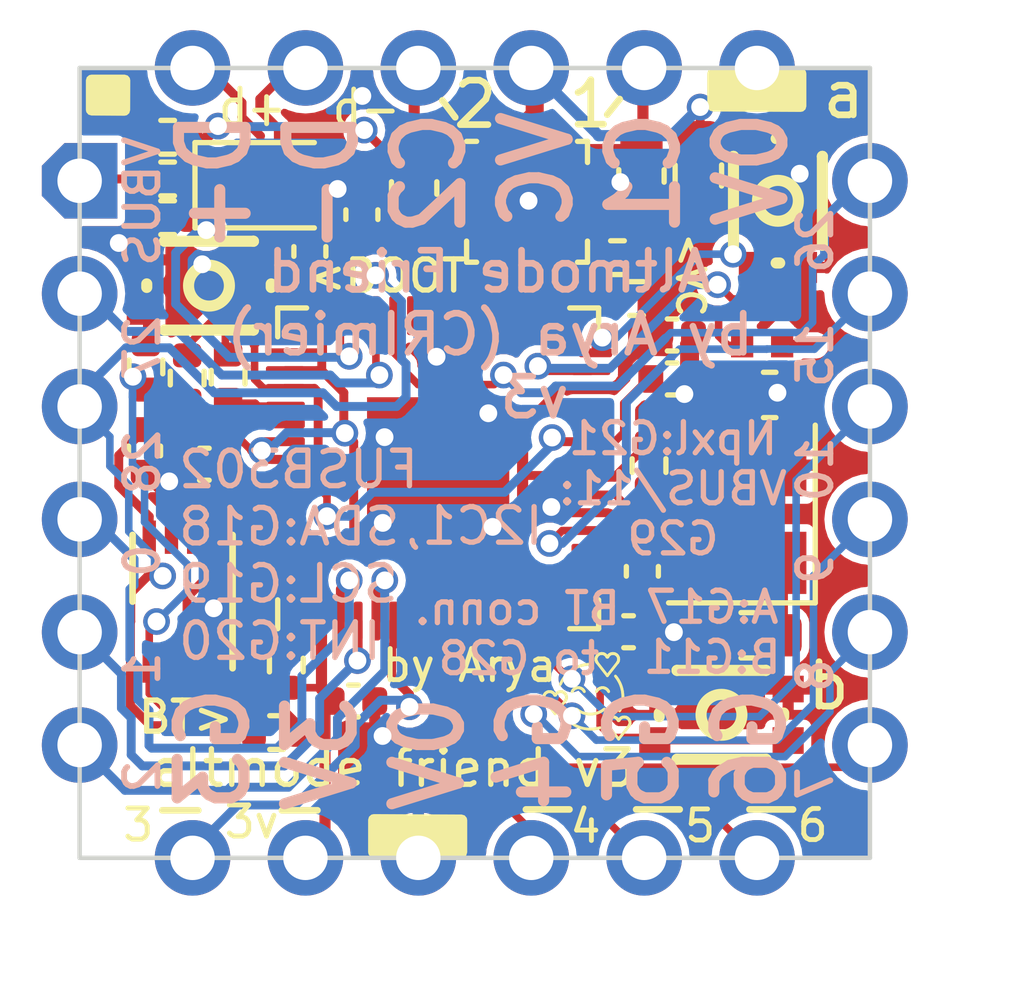
<source format=kicad_pcb>
(kicad_pcb (version 20221018) (generator pcbnew)
  (layers (0 "F.Cu" signal) (31 "B.Cu" signal) (34 "B.Paste" user) (35 "F.Paste" user) (36 "B.SilkS" user "B.Silkscreen") (37 "F.SilkS" user "F.Silkscreen") (38 "B.Mask" user) (39 "F.Mask" user) (44 "Edge.Cuts" user))
  (net 0 "")
  (net 1 "+1V0")
  (net 2 "GND")
  (net 3 "/CC1")
  (net 4 "/CC2")
  (net 5 "+3.3V")
  (net 6 "VBUS")
  (net 7 "Net-(U3-XIN)")
  (net 8 "Net-(U1-VBUS)")
  (net 9 "/R_D+")
  (net 10 "/G27")
  (net 11 "/R_D-")
  (net 12 "/F_INT")
  (net 13 "/F_SCL")
  (net 14 "/F_SDA")
  (net 15 "Net-(U3-USB_DP)")
  (net 16 "Net-(U3-USB_DM)")
  (net 17 "Net-(U3-XOUT)")
  (net 18 "Net-(U2-DO(IO1))")
  (net 19 "Net-(U2-IO2)")
  (net 20 "Net-(U2-DI(IO0))")
  (net 21 "Net-(U2-CLK)")
  (net 22 "Net-(U2-IO3)")
  (net 23 "/btB")
  (net 26 "VCONN")
  (net 27 "Net-(C9-Pad2)")
  (net 29 "/VBUS_ADC")
  (net 32 "/GP0")
  (net 33 "/GP1")
  (net 34 "/GP2")
  (net 35 "/GP3")
  (net 36 "/GP6")
  (net 37 "/GP7")
  (net 38 "/GP8")
  (net 39 "/GP4")
  (net 40 "/GP5")
  (net 41 "/GP9")
  (net 42 "/GP10")
  (net 43 "/GP15")
  (net 45 "/G28_BOOT")
  (net 46 "/G26")
  (net 47 "/Npxl")
  (net 49 "unconnected-(N1-DOUT-Pad2)")
  (net 50 "/btA")
  (net 52 "/CS_BOOT")
  (net 53 "/CS")
  (footprint "Capacitor_SMD:C_0402_1005Metric" (layer "F.Cu") (at 149.96 49.85 90)
    (fp_text reference "C13" hide)
    (fp_text value "1u")
  )
  (footprint "Resistor_SMD:R_0402_1005Metric" (layer "F.Cu") (at 146.76 48.2184 180)
    (fp_text reference "R6" hide)
    (fp_text value "10K")
  )
  (footprint "Resistor_SMD:R_0402_1005Metric" (layer "F.Cu") (at 157.59 54.67 -90)
    (fp_text reference "R8" hide)
    (fp_text value "1K")
  )
  (footprint "Capacitor_SMD:C_0603_1608Metric" (layer "F.Cu") (at 159.8 58.49)
    (fp_text reference "C10" hide)
    (fp_text value "22pF")
  )
  (footprint "Capacitor_SMD:C_0402_1005Metric" (layer "F.Cu") (at 158.11 51.73)
    (fp_text reference "C7" hide)
    (fp_text value "100n")
  )
  (footprint "Capacitor_SMD:C_0402_1005Metric" (layer "F.Cu") (at 151.13 49.022 90)
    (fp_text reference "C8" hide)
    (fp_text value "100n")
  )
  (footprint "Capacitor_SMD:C_0402_1005Metric" (layer "F.Cu") (at 150.94 59.97)
    (fp_text reference "C6" hide)
    (fp_text value "100n")
  )
  (footprint "Capacitor_SMD:C_0603_1608Metric" (layer "F.Cu") (at 152.306 48.422 -90)
    (fp_text reference "C4" hide)
    (fp_text value "100p")
  )
  (footprint "Resistor_SMD:R_0402_1005Metric" (layer "F.Cu") (at 147.2 52.7 90)
    (fp_text reference "R4" hide)
    (fp_text value "22R")
  )
  (footprint "Package_DFN_QFN:DFN-8-1EP_3x2mm_P0.5mm_EP1.3x1.5mm" (layer "F.Cu") (at 147.096 57.732 90)
    (fp_text reference "U2" hide)
    (fp_text value "W25Q32JVSS")
  )
  (footprint "Crystal:Crystal_SMD_3225-4Pin_3.2x2.5mm" (layer "F.Cu") (at 159.68 55.76 90)
    (fp_text reference "Y1" hide)
    (fp_text value "12MHz")
  )
  (footprint "Resistor_SMD:R_0402_1005Metric" (layer "F.Cu") (at 157.31 50.91)
    (fp_text reference "R11" hide)
    (fp_text value "3K3")
  )
  (footprint "Resistor_SMD:R_0603_1608Metric" (layer "F.Cu") (at 158.7 48.14 90)
    (fp_text reference "R2" hide)
    (fp_text value "0R")
  )
  (footprint "altmode_friend:SW-SMD_4P-L2.8-W1.9-P1.20-LS3.0" (layer "F.Cu") (at 160.49 48.71 90)
    (fp_text reference "SW1" hide)
    (fp_text value "btA")
  )
  (footprint "Package_DFN_QFN:WQFN-14-1EP_2.5x2.5mm_P0.5mm_EP1.45x1.45mm" (layer "F.Cu") (at 154.846 48.732)
    (fp_text reference "U1" hide)
    (fp_text value "FUSB302BMPX")
  )
  (footprint "Resistor_SMD:R_0402_1005Metric" (layer "F.Cu") (at 149.43 59.16 90)
    (fp_text reference "R9" hide)
    (fp_text value "10K")
  )
  (footprint "Capacitor_SMD:C_0603_1608Metric" (layer "F.Cu") (at 157.42 48.15 -90)
    (fp_text reference "C2" hide)
    (fp_text value "100p")
  )
  (footprint "Resistor_SMD:R_0402_1005Metric" (layer "F.Cu") (at 156.88 49.99)
    (fp_text reference "R10" hide)
    (fp_text value "3K3")
  )
  (footprint "Capacitor_SMD:C_0402_1005Metric" (layer "F.Cu") (at 158.11 52.72)
    (fp_text reference "C1" hide)
    (fp_text value "100n")
  )
  (footprint "Resistor_SMD:R_0402_1005Metric" (layer "F.Cu") (at 146.76 47.28 180)
    (fp_text reference "R1" hide)
    (fp_text value "0R")
  )
  (footprint "Diode_SMD:D_0805_2012Metric" (layer "F.Cu") (at 149.06 48.36)
    (fp_text reference "D1" hide)
    (fp_text value "3V6")
  )
  (footprint "altmode_friend:6p_header" (layer "F.Cu") (at 162.56 60.96 180)
    (fp_text reference "J5" hide)
    (fp_text value "RIGHT")
  )
  (footprint "Resistor_SMD:R_0402_1005Metric" (layer "F.Cu") (at 149.21 60.68)
    (fp_text reference "R3" hide)
    (fp_text value "1K")
  )
  (footprint "altmode_friend:6p_header" (layer "F.Cu") (at 147.32 63.5 90)
    (fp_text reference "J3" hide)
    (fp_text value "BOTTOM")
  )
  (footprint "Resistor_SMD:R_0402_1005Metric" (layer "F.Cu") (at 146.76 49.09 180)
    (fp_text reference "R7" hide)
    (fp_text value "1K")
  )
  (footprint "Resistor_SMD:R_0402_1005Metric" (layer "F.Cu") (at 148.12 52.68 90)
    (fp_text reference "R5" hide)
    (fp_text value "22R")
  )
  (footprint "Capacitor_SMD:C_0402_1005Metric" (layer "F.Cu") (at 157.44 57.05 90)
    (fp_text reference "C12" hide)
    (fp_text value "1u")
  )
  (footprint "Capacitor_SMD:C_0402_1005Metric" (layer "F.Cu") (at 146.24 54.34 -90)
    (fp_text reference "C5" hide)
    (fp_text value "100n")
  )
  (footprint "altmode_friend:6p_header" (layer "F.Cu") (at 144.78 48.26)
    (fp_text reference "J1" hide)
    (fp_text value "LEFT")
  )
  (footprint "altmode_friend:SK6805-EC14" (layer "F.Cu") (at 160.835 50.835 -90)
    (fp_text reference "N1" hide)
    (fp_text value "~")
  )
  (footprint "Package_DFN_QFN:QFN-56-1EP_7x7mm_P0.4mm_EP3.2x3.2mm" (layer "F.Cu") (at 152.846 54.732 90)
    (fp_text reference "U3" hide)
    (fp_text value "RP2040")
  )
  (footprint "altmode_friend:SW-SMD_4P-L2.8-W1.9-P1.20-LS3.0" (layer "F.Cu") (at 159.22 60.28)
    (fp_text reference "SW2" hide)
    (fp_text value "btB")
  )
  (footprint "altmode_friend:SW-SMD_4P-L2.8-W1.9-P1.20-LS3.0" (layer "F.Cu") (at 147.69 50.62)
    (fp_text reference "SW3" hide)
    (fp_text value "BOOT")
  )
  (footprint "Capacitor_SMD:C_0402_1005Metric" (layer "F.Cu") (at 147.586 54.64 180)
    (fp_text reference "C3" hide)
    (fp_text value "100n")
  )
  (footprint "Resistor_SMD:R_0402_1005Metric" (layer "F.Cu") (at 146.27 52.45 -90)
    (fp_text reference "R12" hide)
    (fp_text value "1K")
  )
  (footprint "Capacitor_SMD:C_0603_1608Metric" (layer "F.Cu") (at 160.305 53.08 180)
    (fp_text reference "C9" hide)
    (fp_text value "22pF")
  )
  (footprint "Capacitor_SMD:C_0402_1005Metric" (layer "F.Cu") (at 157.13 58.41)
    (fp_text reference "C11" hide)
    (fp_text value "100n")
  )
  (footprint "altmode_friend:6p_header" (layer "F.Cu") (at 160.02 45.72 -90)
    (fp_text reference "J4" hide)
    (fp_text value "TOP")
  )
  (gr_line (start 156.902724 58.99684) (end 156.901059 58.990893) (stroke (width 0.063499)) (layer "F.SilkS"))
  (gr_line (start 155.484025 59.834431) (end 155.48358 59.834735) (stroke (width 0.063499)) (layer "F.SilkS"))
  (gr_line (start 156.459797 58.918753) (end 156.45458 58.922098) (stroke (width 0.063499)) (layer "F.SilkS"))
  (gr_line (start 156.43555 58.937801) (end 156.431293 58.942267) (stroke (width 0.063499)) (layer "F.SilkS"))
  (gr_line (start 155.226791 59.916384) (end 155.227896 59.920613) (stroke (width 0.063499)) (layer "F.SilkS"))
  (gr_line (start 156.643439 58.974972) (end 156.643161 58.974597) (stroke (width 0.063499)) (layer "F.SilkS"))
  (gr_line (start 156.916035 60.402241) (end 156.91575 60.402733) (stroke (width 0.063499)) (layer "F.SilkS"))
  (gr_line (start 156.68405 58.941088) (end 156.679795 58.945907) (stroke (width 0.031749)) (layer "F.SilkS"))
  (gr_line (start 155.320381 59.761337) (end 155.314189 59.763066) (stroke (width 0.031749)) (layer "F.SilkS"))
  (gr_line (start 156.471716 59.688597) (end 156.465771 59.692109) (stroke (width 0.063499)) (layer "F.SilkS"))
  (gr_line (start 156.681252 60.375683) (end 156.677434 60.380541) (stroke (width 0.063499)) (layer "F.SilkS"))
  (gr_line (start 157.001454 59.872776) (end 157.001454 59.872776) (stroke (width 0.063499)) (layer "F.SilkS"))
  (gr_line (start 156.662297 58.972981) (end 156.662297 58.972981) (stroke (width 0.063499)) (layer "F.SilkS"))
  (gr_line (start 155.228482 59.84945) (end 155.226867 59.855405) (stroke (width 0.031749)) (layer "F.SilkS"))
  (gr_line (start 156.718888 58.914594) (end 156.713447 58.917584) (stroke (width 0.031749)) (layer "F.SilkS"))
  (gr_line (start 156.616023 58.936554) (end 156.611417 58.932295) (stroke (width 0.031749)) (layer "F.SilkS"))
  (gr_line (start 155.628396 59.759801) (end 155.622214 59.758734) (stroke (width 0.031749)) (layer "F.SilkS"))
  (gr_line (start 155.486389 59.832157) (end 155.486042 59.832589) (stroke (width 0.031749)) (layer "F.SilkS"))
  (gr_line (start 155.90675 59.699904) (end 155.901377 59.704171) (stroke (width 0.063499)) (layer "F.SilkS"))
  (gr_line (start 156.880591 59.106312) (end 156.887957 59.095447) (stroke (width 0.031749)) (layer "F.SilkS"))
  (gr_line (start 156.674451 58.952686) (end 156.672729 58.955097) (stroke (width 0.063499)) (layer "F.SilkS"))
  (gr_line (start 156.652045 60.45137) (end 156.651894 60.457594) (stroke (width 0.031749)) (layer "F.SilkS"))
  (gr_line (start 155.238557 59.946982) (end 155.239968 59.949531) (stroke (width 0.031749)) (layer "F.SilkS"))
  (gr_line (start 156.663014 58.971559) (end 156.662319 58.972981) (stroke (width 0.031749)) (layer "F.SilkS"))
  (gr_line (start 155.493608 59.819109) (end 155.492793 59.820466) (stroke (width 0.031749)) (layer "F.SilkS"))
  (gr_line (start 156.882634 60.379529) (end 156.878642 60.37455) (stroke (width 0.031749)) (layer "F.SilkS"))
  (gr_line (start 156.901426 58.992287) (end 156.899542 58.986412) (stroke (width 0.031749)) (layer "F.SilkS"))
  (gr_line (start 156.668718 60.521031) (end 156.670186 60.523546) (stroke (width 0.031749)) (layer "F.SilkS"))
  (gr_line (start 155.223143 59.885978) (end 155.223143 59.885978) (stroke (width 0.063499)) (layer "F.SilkS"))
  (gr_line (start 156.914792 60.404089) (end 156.914427 60.4045) (stroke (width 0.031749)) (layer "F.SilkS"))
  (gr_line (start 155.473706 59.835869) (end 155.473177 59.835662) (stroke (width 0.063499)) (layer "F.SilkS"))
  (gr_line (start 155.471447 59.834737) (end 155.47106 59.834473) (stroke (width 0.031749)) (layer "F.SilkS"))
  (gr_line (start 155.476946 59.836524) (end 155.476402 59.836483) (stroke (width 0.063499)) (layer "F.SilkS"))
  (gr_line (start 156.635927 58.96143) (end 156.632399 58.95599) (stroke (width 0.031749)) (layer "F.SilkS"))
  (gr_line (start 156.702985 58.924369) (end 156.697986 58.92816) (stroke (width 0.031749)) (layer "F.SilkS"))
  (gr_line (start 157.156723 60.42559) (end 157.155059 60.419643) (stroke (width 0.063499)) (layer "F.SilkS"))
  (gr_line (start 155.602192 59.75731) (end 155.59602 59.757522) (stroke (width 0.063499)) (layer "F.SilkS"))
  (gr_line (start 156.915116 60.403657) (end 156.91477 60.404089) (stroke (width 0.063499)) (layer "F.SilkS"))
  (gr_line (start 155.30804 59.765121) (end 155.301945 59.767507) (stroke (width 0.031749)) (layer "F.SilkS"))
  (gr_line (start 156.898041 60.404434) (end 156.897733 60.404084) (stroke (width 0.063499)) (layer "F.SilkS"))
  (gr_line (start 156.819824 58.906961) (end 156.813811 58.905065) (stroke (width 0.063499)) (layer "F.SilkS"))
  (gr_line (start 155.285047 59.776003) (end 155.27983 59.779348) (stroke (width 0.063499)) (layer "F.SilkS"))
  (gr_line (start 155.223756 59.898596) (end 155.224527 59.904853) (stroke (width 0.031749)) (layer "F.SilkS"))
  (gr_line (start 155.672817 59.454101) (end 155.688436 59.432655) (stroke (width 0.063499)) (layer "F.SilkS"))
  (gr_line (start 157.150864 60.506705) (end 157.153188 60.500711) (stroke (width 0.031749)) (layer "F.SilkS"))
  (gr_line (start 155.866443 59.746183) (end 155.863198 59.752303) (stroke (width 0.063499)) (layer "F.SilkS"))
  (gr_line (start 156.636587 59.700578) (end 156.630733 59.696302) (stroke (width 0.063499)) (layer "F.SilkS"))
  (gr_line (start 156.64292 58.97421) (end 156.642673 58.973811) (stroke (width 0.031749)) (layer "F.SilkS"))
  (gr_line (start 156.913644 60.40526) (end 156.913228 60.405608) (stroke (width 0.031749)) (layer "F.SilkS"))
  (gr_line (start 155.976774 60.165862) (end 155.959578 60.152312) (stroke (width 0.063499)) (layer "F.SilkS"))
  (gr_line (start 156.520311 59.671475) (end 156.512996 59.672891) (stroke (width 0.063499)) (layer "F.SilkS"))
  (gr_line (start 157.139667 60.527813) (end 157.143122 60.522252) (stroke (width 0.063499)) (layer "F.SilkS"))
  (gr_line (start 155.241436 59.952046) (end 155.24296 59.954527) (stroke (width 0.031749)) (layer "F.SilkS"))
  (gr_line (start 156.662635 59.726237) (end 156.657896 59.72055) (stroke (width 0.063499)) (layer "F.SilkS"))
  (gr_line (start 156.646983 58.977965) (end 156.646573 58.977734) (stroke (width 0.063499)) (layer "F.SilkS"))
  (gr_line (start 156.897161 60.403347) (end 156.896898 60.40296) (stroke (width 0.063499)) (layer "F.SilkS"))
  (gr_line (start 155.455835 59.810543) (end 155.453131 59.806917) (stroke (width 0.063499)) (layer "F.SilkS"))
  (gr_line (start 156.611417 58.932295) (end 156.606627 58.928283) (stroke (width 0.031749)) (layer "F.SilkS"))
  (gr_line (start 155.457649 59.81324) (end 155.453884 59.808029) (stroke (width 0.031749)) (layer "F.SilkS"))
  (gr_line (start 156.735917 58.907269) (end 156.730134 58.909434) (stroke (width 0.031749)) (layer "F.SilkS"))
  (gr_line (start 155.912322 59.69588) (end 155.90675 59.699904) (stroke (width 0.063499)) (layer "F.SilkS"))
  (gr_line (start 157.10808 60.35362) (end 157.10808 60.35362) (stroke (width 0.063499)) (layer "F.SilkS"))
  (gr_line (start 156.513326 58.900798) (end 156.506891 58.901616) (stroke (width 0.063499)) (layer "F.SilkS"))
  (gr_line (start 156.645072 58.976651) (end 156.644723 58.976343) (stroke (width 0.031749)) (layer "F.SilkS"))
  (gr_line (start 155.731956 59.884611) (end 155.731745 59.878439) (stroke (width 0.063499)) (layer "F.SilkS"))
  (gr_line (start 155.481701 59.835726) (end 155.4812 59.835915) (stroke (width 0.031749)) (layer "F.SilkS"))
  (gr_line (start 155.716502 59.94696) (end 155.71947 59.941125) (stroke (width 0.031749)) (layer "F.SilkS"))
  (gr_line (start 156.899188 59.071961) (end 156.901193 59.065903) (stroke (width 0.031749)) (layer "F.SilkS"))
  (gr_line (start 156.829112 60.338331) (end 156.824943 60.336714) (stroke (width 0.063499)) (layer "F.SilkS"))
  (gr_line (start 155.965309 59.672891) (end 155.95802 59.674685) (stroke (width 0.063499)) (layer "F.SilkS"))
  (gr_line (start 156.913205 60.405608) (end 156.912775 60.405934) (stroke (width 0.063499)) (layer "F.SilkS"))
  (gr_line (start 155.813493 60.441814) (end 155.7802 60.413321) (stroke (width 0.063499)) (layer "F.SilkS"))
  (gr_line (start 156.66457 60.40173) (end 156.661995 60.407426) (stroke (width 0.063499)) (layer "F.SilkS"))
  (gr_line (start 155.702862 59.804356) (end 155.698691 59.799526) (stroke (width 0.063499)) (layer "F.SilkS"))
  (gr_line (start 155.469314 59.832934) (end 155.469005 59.832584) (stroke (width 0.031749)) (layer "F.SilkS"))
  (gr_line (start 155.710917 59.956313) (end 155.714372 59.950752) (stroke (width 0.063499)) (layer "F.SilkS"))
  (gr_line (start 155.472255 59.835214) (end 155.471845 59.834984) (stroke (width 0.031749)) (layer "F.SilkS"))
  (gr_line (start 156.427252 58.946933) (end 156.423434 58.951791) (stroke (width 0.063499)) (layer "F.SilkS"))
  (gr_line (start 156.99392 59.978062) (end 156.990656 59.998595) (stroke (width 0.063499)) (layer "F.SilkS"))
  (gr_line (start 155.223819 59.899146) (end 155.224342 59.903497) (stroke (width 0.063499)) (layer "F.SilkS"))
  (gr_line (start 156.89905 60.405401) (end 156.8987 60.405093) (stroke (width 0.063499)) (layer "F.SilkS"))
  (gr_line (start 156.764621 58.900778) (end 156.758505 58.901576) (stroke (width 0.063499)) (layer "F.SilkS"))
  (gr_line (start 156.41985 58.956833) (end 156.416505 58.96205) (stroke (width 0.063499)) (layer "F.SilkS"))
  (gr_line (start 155.482674 59.835278) (end 155.482193 59.835514) (stroke (width 0.031749)) (layer "F.SilkS"))
  (gr_line (start 156.547996 60.178537) (end 156.529947 60.190338) (stroke (width 0.063499)) (layer "F.SilkS"))
  (gr_line (start 156.64505 58.976651) (end 156.6447 58.976343) (stroke (width 0.063499)) (layer "F.SilkS"))
  (gr_line (start 156.906108 59.016481) (end 156.905371 59.01035) (stroke (width 0.031749)) (layer "F.SilkS"))
  (gr_line (start 156.403895 59.067551) (end 156.405286 59.071695) (stroke (width 0.063499)) (layer "F.SilkS"))
  (gr_line (start 156.602284 58.92476) (end 156.598643 58.922193) (stroke (width 0.063499)) (layer "F.SilkS"))
  (gr_line (start 156.55102 58.902604) (end 156.544925 58.901563) (stroke (width 0.031749)) (layer "F.SilkS"))
  (gr_line (start 156.894934 58.974949) (end 156.892216 58.969383) (stroke (width 0.031749)) (layer "F.SilkS"))
  (gr_line (start 156.643733 58.975334) (end 156.643439 58.974972) (stroke (width 0.063499)) (layer "F.SilkS"))
  (gr_line (start 155.394123 59.764696) (end 155.388254 59.762799) (stroke (width 0.031749)) (layer "F.SilkS"))
  (gr_line (start 155.686153 59.78754) (end 155.681083 59.783499) (stroke (width 0.031749)) (layer "F.SilkS"))
  (gr_line (start 157.153108 60.413775) (end 157.150874 60.407997) (stroke (width 0.063499)) (layer "F.SilkS"))
  (gr_line (start 156.833217 60.340089) (end 156.829112 60.338331) (stroke (width 0.063499)) (layer "F.SilkS"))
  (gr_line (start 156.900175 60.406237) (end 156.899788 60.405973) (stroke (width 0.063499)) (layer "F.SilkS"))
  (gr_line (start 156.448463 58.926571) (end 156.443484 58.930562) (stroke (width 0.031749)) (layer "F.SilkS"))
  (gr_line (start 157.134591 60.535062) (end 157.141957 60.524197) (stroke (width 0.031749)) (layer "F.SilkS"))
  (gr_line (start 155.885044 60.492687) (end 155.848471 60.468299) (stroke (width 0.063499)) (layer "F.SilkS"))
  (gr_line (start 156.544767 58.901385) (end 156.540244 58.900829) (stroke (width 0.063499)) (layer "F.SilkS"))
  (gr_line (start 155.232068 59.933042) (end 155.233739 59.937088) (stroke (width 0.063499)) (layer "F.SilkS"))
  (gr_line (start 156.026881 59.184399) (end 156.052558 59.175822) (stroke (width 0.063499)) (layer "F.SilkS"))
  (gr_line (start 155.722627 59.837879) (end 155.720184 59.832199) (stroke (width 0.031749)) (layer "F.SilkS"))
  (gr_line (start 155.728542 59.915411) (end 155.729827 59.909297) (stroke (width 0.063499)) (layer "F.SilkS"))
  (gr_line (start 156.784552 58.900268) (end 156.778345 58.900114) (stroke (width 0.031749)) (layer "F.SilkS"))
  (gr_line (start 156.655928 58.978665) (end 156.655418 58.978829) (stroke (width 0.063499)) (layer "F.SilkS"))
  (gr_line (start 156.399278 59.047603) (end 156.400364 59.053849) (stroke (width 0.031749)) (layer "F.SilkS"))
  (gr_line (start 156.67132 59.738408) (end 156.667114 59.732191) (stroke (width 0.063499)) (layer "F.SilkS"))
  (gr_line (start 155.487022 59.831233) (end 155.486716 59.831705) (stroke (width 0.031749)) (layer "F.SilkS"))
  (gr_line (start 156.908924 60.407719) (end 156.9084 60.407834) (stroke (width 0.031749)) (layer "F.SilkS"))
  (gr_line (start 155.405557 59.769318) (end 155.399894 59.76687) (stroke (width 0.031749)) (layer "F.SilkS"))
  (gr_line (start 156.651152 58.979237) (end 156.650609 58.979169) (stroke (width 0.063499)) (layer "F.SilkS"))
  (gr_line (start 156.675242 59.744884) (end 156.67132 59.738408) (stroke (width 0.063499)) (layer "F.SilkS"))
  (gr_line (start 155.449892 59.80305) (end 155.445685 59.798307) (stroke (width 0.031749)) (layer "F.SilkS"))
  (gr_line (start 156.657499 60.495016) (end 156.659554 60.501165) (stroke (width 0.031749)) (layer "F.SilkS"))
  (gr_line (start 155.26399 59.79202) (end 155.259487 59.796432) (stroke (width 0.031749)) (layer "F.SilkS"))
  (gr_line (start 155.930148 59.685353) (end 155.924029 59.688597) (stroke (width 0.063499)) (layer "F.SilkS"))
  (gr_line (start 156.647425 58.978178) (end 156.647425 58.978178) (stroke (width 0.031749)) (layer "F.SilkS"))
  (gr_line (start 155.23591 59.941791) (end 155.23591 59.941791) (stroke (width 0.031749)) (layer "F.SilkS"))
  (gr_line (start 155.976847 59.20428) (end 156.001637 59.193892) (stroke (width 0.063499)) (layer "F.SilkS"))
  (gr_line (start 156.697986 58.92816) (end 156.693156 58.932211) (stroke (width 0.031749)) (layer "F.SilkS"))
  (gr_line (start 156.760891 60.330366) (end 156.754559 60.331497) (stroke (width 0.063499)) (layer "F.SilkS"))
  (gr_line (start 156.398506 59.041346) (end 156.399278 59.047603) (stroke (width 0.031749)) (layer "F.SilkS"))
  (gr_line (start 156.706845 58.921629) (end 156.701687 58.925255) (stroke (width 0.063499)) (layer "F.SilkS"))
  (gr_line (start 156.6447 58.976343) (end 156.644364 58.97602) (stroke (width 0.063499)) (layer "F.SilkS"))
  (gr_line (start 156.68955 60.366551) (end 156.685293 60.371017) (stroke (width 0.063499)) (layer "F.SilkS"))
  (gr_line (start 156.891251 59.08971) (end 156.89422 59.083876) (stroke (width 0.031749)) (layer "F.SilkS"))
  (gr_line (start 156.659286 60.500445) (end 156.660817 60.504542) (stroke (width 0.063499)) (layer "F.SilkS"))
  (gr_line (start 155.797209 59.317246) (end 155.817662 59.300406) (stroke (width 0.063499)) (layer "F.SilkS"))
  (gr_line (start 155.223296 59.89234) (end 155.223756 59.898596) (stroke (width 0.031749)) (layer "F.SilkS"))
  (gr_line (start 155.22719 59.853842) (end 155.225754 59.860063) (stroke (width 0.063499)) (layer "F.SilkS"))
  (gr_line (start 155.48757 59.830231) (end 155.48757 59.830231) (stroke (width 0.031749)) (layer "F.SilkS"))
  (gr_line (start 156.168157 60.253276) (end 156.147871 60.248468) (stroke (width 0.063499)) (layer "F.SilkS"))
  (gr_line (start 156.114948 59.726237) (end 156.110209 59.72055) (stroke (width 0.063499)) (layer "F.SilkS"))
  (gr_line (start 156.083046 59.696302) (end 156.077007 59.692323) (stroke (width 0.063499)) (layer "F.SilkS"))
  (gr_line (start 155.229145 59.924801) (end 155.230536 59.928945) (stroke (width 0.063499)) (layer "F.SilkS"))
  (gr_line (start 155.863198 59.752303) (end 155.860229 59.75859) (stroke (width 0.063499)) (layer "F.SilkS"))
  (gr_line (start 156.397894 59.028844) (end 156.398046 59.03509) (stroke (width 0.031749)) (layer "F.SilkS"))
  (gr_line (start 156.078649 59.16818) (end 156.105134 59.161492) (stroke (width 0.063499)) (layer "F.SilkS"))
  (gr_line (start 156.662319 58.972981) (end 156.662319 58.972981) (stroke (width 0.031749)) (layer "F.SilkS"))
  (gr_line (start 156.531094 58.900201) (end 156.526474 58.900134) (stroke (width 0.063499)) (layer "F.SilkS"))
  (gr_line (start 156.511514 60.201264) (end 156.492729 60.211317) (stroke (width 0.063499)) (layer "F.SilkS"))
  (gr_line (start 156.845106 60.346199) (end 156.841217 60.344026) (stroke (width 0.063499)) (layer "F.SilkS"))
  (gr_line (start 156.906622 59.033544) (end 156.906706 59.027361) (stroke (width 0.063499)) (layer "F.SilkS"))
  (gr_line (start 156.730134 58.909434) (end 156.724454 58.911877) (stroke (width 0.031749)) (layer "F.SilkS"))
  (gr_line (start 157.141957 60.524197) (end 157.145251 60.51846) (stroke (width 0.031749)) (layer "F.SilkS"))
  (gr_line (start 156.612655 58.933212) (end 156.609294 58.930271) (stroke (width 0.063499)) (layer "F.SilkS"))
  (gr_line (start 156.901403 60.406928) (end 156.900983 60.406714) (stroke (width 0.063499)) (layer "F.SilkS"))
  (gr_line (start 156.605589 59.682213) (end 156.598933 59.679468) (stroke (width 0.063499)) (layer "F.SilkS"))
  (gr_line (start 156.666415 58.96511) (end 156.664983 58.967701) (stroke (width 0.063499)) (layer "F.SilkS"))
  (gr_line (start 156.918982 60.396451) (end 156.91761 60.399075) (stroke (width 0.063499)) (layer "F.SilkS"))
  (gr_line (start 155.691326 60.316692) (end 155.665668 60.281065) (stroke (width 0.063499)) (layer "F.SilkS"))
  (gr_line (start 156.619071 58.93945) (end 156.615915 58.936272) (stroke (width 0.063499)) (layer "F.SilkS"))
  (gr_line (start 156.544925 58.901563) (end 156.538777 58.900815) (stroke (width 0.031749)) (layer "F.SilkS"))
  (gr_line (start 156.73679 60.336621) (end 156.730694 60.339007) (stroke (width 0.031749)) (layer "F.SilkS"))
  (gr_line (start 156.676206 60.38229) (end 156.6727 60.387414) (stroke (width 0.031749)) (layer "F.SilkS"))
  (gr_line (start 156.824943 60.336714) (end 156.820712 60.335243) (stroke (width 0.063499)) (layer "F.SilkS"))
  (gr_line (start 155.987281 59.669757) (end 155.979952 59.670431) (stroke (width 0.063499)) (layer "F.SilkS"))
  (gr_line (start 157.104515 60.351183) (end 157.098952 60.347603) (stroke (width 0.031749)) (layer "F.SilkS"))
  (gr_line (start 155.467478 59.830231) (end 155.464457 59.824345) (stroke (width 0.031749)) (layer "F.SilkS"))
  (gr_line (start 155.468148 59.831457) (end 155.467901 59.831058) (stroke (width 0.063499)) (layer "F.SilkS"))
  (gr_line (start 156.919537 59.536399) (end 156.933242 59.56419) (stroke (width 0.063499)) (layer "F.SilkS"))
  (gr_line (start 155.936435 59.682384) (end 155.930148 59.685353) (stroke (width 0.063499)) (layer "F.SilkS"))
  (gr_line (start 155.4703 59.833898) (end 155.46995 59.83359) (stroke (width 0.063499)) (layer "F.SilkS"))
  (gr_line (start 156.907338 60.407989) (end 156.9068 60.408028) (stroke (width 0.031749)) (layer "F.SilkS"))
  (gr_line (start 156.902883 59.059792) (end 156.904261 59.05364) (stroke (width 0.031749)) (layer "F.SilkS"))
  (gr_line (start 155.689543 59.790417) (end 155.684569 59.786161) (stroke (width 0.063499)) (layer "F.SilkS"))
  (gr_line (start 156.881896 59.104499) (end 156.881896 59.104499) (stroke (width 0.063499)) (layer "F.SilkS"))
  (gr_line (start 156.476695 58.910257) (end 156.470664 58.912977) (stroke (width 0.031749)) (layer "F.SilkS"))
  (gr_line (start 156.815407 58.905617) (end 156.809297 58.903927) (stroke (width 0.031749)) (layer "F.SilkS"))
  (gr_line (start 155.400362 59.76683) (end 155.396193 59.765214) (stroke (width 0.063499)) (layer "F.SilkS"))
  (gr_line (start 157.114903 60.35904) (end 157.109833 60.354999) (stroke (width 0.031749)) (layer "F.SilkS"))
  (gr_line (start 155.238659 59.824685) (end 155.23582 59.83023) (stroke (width 0.063499)) (layer "F.SilkS"))
  (gr_line (start 155.476425 59.836487) (end 155.475882 59.836419) (stroke (width 0.031749)) (layer "F.SilkS"))
  (gr_line (start 156.873072 60.3682) (end 156.869915 60.365022) (stroke (width 0.063499)) (layer "F.SilkS"))
  (gr_line (start 156.449064 59.704171) (end 156.443897 59.708676) (stroke (width 0.063499)) (layer "F.SilkS"))
  (gr_line (start 156.64581 58.977223) (end 156.645435 58.976945) (stroke (width 0.031749)) (layer "F.SilkS"))
  (gr_line (start 155.643907 59.49871) (end 155.657967 59.476126) (stroke (width 0.063499)) (layer "F.SilkS"))
  (gr_line (start 156.416555 59.095438) (end 156.416555 59.095438) (stroke (width 0.063499)) (layer "F.SilkS"))
  (gr_line (start 156.897755 60.404084) (end 156.897462 60.403722) (stroke (width 0.031749)) (layer "F.SilkS"))
  (gr_line (start 156.860903 58.93029) (end 156.855833 58.926249) (stroke (width 0.031749)) (layer "F.SilkS"))
  (gr_line (start 156.982828 60.338642) (end 156.977152 60.341158) (stroke (width 0.063499)) (layer "F.SilkS"))
  (gr_line (start 156.652569 60.470646) (end 156.653092 60.474997) (stroke (width 0.063499)) (layer "F.SilkS"))
  (gr_line (start 156.667543 58.963216) (end 156.666745 58.964584) (stroke (width 0.031749)) (layer "F.SilkS"))
  (gr_line (start 155.290028 59.773248) (end 155.284363 59.776528) (stroke (width 0.031749)) (layer "F.SilkS"))
  (gr_line (start 156.91233 60.406238) (end 156.911872 60.40652) (stroke (width 0.063499)) (layer "F.SilkS"))
  (gr_line (start 157.098952 60.347603) (end 157.093214 60.344309) (stroke (width 0.031749)) (layer "F.SilkS"))
  (gr_line (start 155.728278 59.855492) (end 155.726677 59.849537) (stroke (width 0.031749)) (layer "F.SilkS"))
  (gr_line (start 156.542287 59.669445) (end 156.534969 59.669757) (stroke (width 0.063499)) (layer "F.SilkS"))
  (gr_line (start 156.648478 58.978623) (end 156.647949 58.978415) (stroke (width 0.031749)) (layer "F.SilkS"))
  (gr_line (start 156.657402 58.978028) (end 156.65692 58.978264) (stroke (width 0.063499)) (layer "F.SilkS"))
  (gr_line (start 156.414334 59.091633) (end 156.416555 59.095438) (stroke (width 0.063499)) (layer "F.SilkS"))
  (gr_line (start 155.729352 59.860104) (end 155.727974 59.85409) (stroke (width 0.063499)) (layer "F.SilkS"))
  (gr_line (start 155.223144 59.886094) (end 155.223296 59.89234) (stroke (width 0.031749)) (layer "F.SilkS"))
  (gr_line (start 156.907871 60.407924) (end 156.907338 60.407989) (stroke (width 0.031749)) (layer "F.SilkS"))
  (gr_line (start 156.66175 58.973983) (end 156.661444 58.974455) (stroke (width 0.063499)) (layer "F.SilkS"))
  (gr_line (start 156.647949 58.978415) (end 156.647425 58.978178) (stroke (width 0.031749)) (layer "F.SilkS"))
  (gr_line (start 156.994992 59.775204) (end 156.998561 59.807334) (stroke (width 0.063499)) (layer "F.SilkS"))
  (gr_line (start 155.27983 59.779348) (end 155.274789 59.782934) (stroke (width 0.063499)) (layer "F.SilkS"))
  (gr_line (start 157.118293 60.361917) (end 157.113319 60.357661) (stroke (width 0.063499)) (layer "F.SilkS"))
  (gr_line (start 156.955687 60.354005) (end 156.950687 60.357904) (stroke (width 0.063499)) (layer "F.SilkS"))
  (gr_line (start 156.8347 59.40827) (end 156.85374 59.43235) (stroke (width 0.063499)) (layer "F.SilkS"))
  (gr_line (start 155.66266 59.771755) (end 155.656885 59.76893) (stroke (width 0.063499)) (layer "F.SilkS"))
  (gr_line (start 156.901702 59.06423) (end 156.903291 59.058161) (stroke (width 0.063499)) (layer "F.SilkS"))
  (gr_line (start 156.58283 60.152312) (end 156.565634 60.165862) (stroke (width 0.063499)) (layer "F.SilkS"))
  (gr_line (start 155.695539 59.796252) (end 155.690973 59.791795) (stroke (width 0.031749)) (layer "F.SilkS"))
  (gr_line (start 155.44737 59.799992) (end 155.444322 59.796699) (stroke (width 0.063499)) (layer "F.SilkS"))
  (gr_line (start 156.773857 60.329051) (end 156.767326 60.329548) (stroke (width 0.063499)) (layer "F.SilkS"))
  (gr_line (start 157.155059 60.419643) (end 157.153108 60.413775) (stroke (width 0.063499)) (layer "F.SilkS"))
  (gr_line (start 156.660405 58.97575) (end 156.660021 58.976141) (stroke (width 0.063499)) (layer "F.SilkS"))
  (gr_line (start 155.681083 59.783499) (end 155.675765 59.779683) (stroke (width 0.031749)) (layer "F.SilkS"))
  (gr_line (start 156.637952 58.964805) (end 156.635624 58.960866) (stroke (width 0.063499)) (layer "F.SilkS"))
  (gr_line (start 156.83741 58.914505) (end 156.831634 58.91168) (stroke (width 0.063499)) (layer "F.SilkS"))
  (gr_line (start 155.962618 60.534814) (end 155.923123 60.514889) (stroke (width 0.063499)) (layer "F.SilkS"))
  (gr_line (start 156.747747 58.903783) (end 156.741791 58.905384) (stroke (width 0.031749)) (layer "F.SilkS"))
  (gr_line (start 156.990656 59.998595) (end 156.986825 60.018933) (stroke (width 0.063499)) (layer "F.SilkS"))
  (gr_line (start 156.568872 58.907446) (end 156.563004 58.905549) (stroke (width 0.031749)) (layer "F.SilkS"))
  (gr_line (start 156.41057 58.97298) (end 156.407995 58.978676) (stroke (width 0.063499)) (layer "F.SilkS"))
  (gr_line (start 155.555385 59.766685) (end 155.549705 59.769127) (stroke (width 0.031749)) (layer "F.SilkS"))
  (gr_line (start 156.742236 60.334667) (end 156.736261 60.336689) (stroke (width 0.063499)) (layer "F.SilkS"))
  (gr_line (start 156.874599 58.943651) (end 156.870289 58.939002) (stroke (width 0.031749)) (layer "F.SilkS"))
  (gr_line (start 155.657967 59.476126) (end 155.672817 59.454101) (stroke (width 0.063499)) (layer "F.SilkS"))
  (gr_line (start 156.81105 60.332684) (end 156.80502 60.331354) (stroke (width 0.031749)) (layer "F.SilkS"))
  (gr_line (start 156.123633 59.738408) (end 156.119427 59.732191) (stroke (width 0.063499)) (layer "F.SilkS"))
  (gr_line (start 155.480691 59.836079) (end 155.480174 59.836219) (stroke (width 0.031749)) (layer "F.SilkS"))
  (gr_line (start 156.271204 60.264203) (end 156.229779 60.262454) (stroke (width 0.063499)) (layer "F.SilkS"))
  (gr_line (start 155.918084 59.692109) (end 155.912322 59.69588) (stroke (width 0.063499)) (layer "F.SilkS"))
  (gr_line (start 155.248685 59.809041) (end 155.2451 59.814083) (stroke (width 0.063499)) (layer "F.SilkS"))
  (gr_line (start 156.08819 60.2288) (end 156.068787 60.220495) (stroke (width 0.063499)) (layer "F.SilkS"))
  (gr_line (start 156.461534 60.577973) (end 156.435339 60.584505) (stroke (width 0.063499)) (layer "F.SilkS"))
  (gr_line (start 156.90519 59.008924) (end 156.904101 59.002854) (stroke (width 0.063499)) (layer "F.SilkS"))
  (gr_line (start 155.499701 59.809936) (end 155.497979 59.812347) (stroke (width 0.063499)) (layer "F.SilkS"))
  (gr_line (start 156.869001 58.937625) (end 156.864293 58.933167) (stroke (width 0.063499)) (layer "F.SilkS"))
  (gr_line (start 155.493608 59.819109) (end 155.493608 59.819109) (stroke (width 0.031749)) (layer "F.SilkS"))
  (gr_line (start 156.945787 59.592631) (end 156.957142 59.621691) (stroke (width 0.063499)) (layer "F.SilkS"))
  (gr_line (start 155.675765 59.779683) (end 155.670202 59.776103) (stroke (width 0.031749)) (layer "F.SilkS"))
  (gr_line (start 155.713738 59.819818) (end 155.710387 59.814514) (stroke (width 0.063499)) (layer "F.SilkS"))
  (gr_line (start 155.713207 59.952697) (end 155.713207 59.952697) (stroke (width 0.031749)) (layer "F.SilkS"))
  (gr_line (start 156.665964 58.96596) (end 156.665201 58.967346) (stroke (width 0.031749)) (layer "F.SilkS"))
  (gr_line (start 156.899788 60.405973) (end 156.899413 60.405695) (stroke (width 0.063499)) (layer "F.SilkS"))
  (gr_line (start 155.226867 59.855405) (end 155.225537 59.861435) (stroke (width 0.031749)) (layer "F.SilkS"))
  (gr_line (start 157.127441 60.371026) (end 157.123001 60.366375) (stroke (width 0.063499)) (layer "F.SilkS"))
  (gr_line (start 155.579023 59.759718) (end 155.572998 59.761034) (stroke (width 0.031749)) (layer "F.SilkS"))
  (gr_line (start 156.687206 58.937765) (end 156.682748 58.942473) (stroke (width 0.063499)) (layer "F.SilkS"))
  (gr_line (start 156.897377 58.980629) (end 156.894934 58.974949) (stroke (width 0.031749)) (layer "F.SilkS"))
  (gr_line (start 156.913621 60.40526) (end 156.913205 60.405608) (stroke (width 0.063499)) (layer "F.SilkS"))
  (gr_line (start 155.470663 59.834192) (end 155.4703 59.833898) (stroke (width 0.063499)) (layer "F.SilkS"))
  (gr_line (start 156.886399 60.38474) (end 156.882634 60.379529) (stroke (width 0.031749)) (layer "F.SilkS"))
  (gr_line (start 155.477488 59.836537) (end 155.476946 59.836524) (stroke (width 0.063499)) (layer "F.SilkS"))
  (gr_line (start 156.459114 58.919278) (end 156.453674 58.922806) (stroke (width 0.031749)) (layer "F.SilkS"))
  (gr_line (start 156.904089 60.407824) (end 156.903549 60.407702) (stroke (width 0.031749)) (layer "F.SilkS"))
  (gr_line (start 155.896209 59.708676) (end 155.891255 59.713409) (stroke (width 0.063499)) (layer "F.SilkS"))
  (gr_line (start 157.16024 60.468477) (end 157.160622 60.462294) (stroke (width 0.063499)) (layer "F.SilkS"))
  (gr_line (start 155.241805 59.952688) (end 155.241805 59.952688) (stroke (width 0.063499)) (layer "F.SilkS"))
  (gr_line (start 156.6528 58.979278) (end 156.65226 58.97929) (stroke (width 0.031749)) (layer "F.SilkS"))
  (gr_line (start 156.624694 59.692323) (end 156.618483 59.688645) (stroke (width 0.063499)) (layer "F.SilkS"))
  (gr_line (start 156.778345 58.900114) (end 156.772153 58.90026) (stroke (width 0.031749)) (layer "F.SilkS"))
  (gr_line (start 156.878642 60.37455) (end 156.874435 60.369807) (stroke (width 0.031749)) (layer "F.SilkS"))
  (gr_line (start 156.110209 59.72055) (end 156.105222 59.715136) (stroke (width 0.063499)) (layer "F.SilkS"))
  (gr_line (start 155.48602 59.832585) (end 155.485655 59.832997) (stroke (width 0.063499)) (layer "F.SilkS"))
  (gr_line (start 156.659554 60.501165) (end 156.66194 60.50726) (stroke (width 0.031749)) (layer "F.SilkS"))
  (gr_line (start 156.653373 60.437895) (end 156.652556 60.444331) (stroke (width 0.063499)) (layer "F.SilkS"))
  (gr_line (start 156.615915 58.936272) (end 156.612655 58.933212) (stroke (width 0.063499)) (layer "F.SilkS"))
  (gr_line (start 156.4103 59.083829) (end 156.412248 59.087762) (stroke (width 0.063499)) (layer "F.SilkS"))
  (gr_line (start 155.490451 59.824596) (end 155.489705 59.825991) (stroke (width 0.031749)) (layer "F.SilkS"))
  (gr_line (start 156.001637 59.193892) (end 156.026881 59.184399) (stroke (width 0.063499)) (layer "F.SilkS"))
  (gr_line (start 156.656646 60.492113) (end 156.657895 60.496301) (stroke (width 0.063499)) (layer "F.SilkS"))
  (gr_line (start 156.657672 60.41924) (end 156.65594 60.425342) (stroke (width 0.063499)) (layer "F.SilkS"))
  (gr_line (start 157.160088 60.470006) (end 157.160543 60.463797) (stroke (width 0.031749)) (layer "F.SilkS"))
  (gr_line (start 155.731239 59.87229) (end 155.73044 59.866174) (stroke (width 0.063499)) (layer "F.SilkS"))
  (gr_line (start 157.135511 60.380856) (end 157.131612 60.375856) (stroke (width 0.063499)) (layer "F.SilkS"))
  (gr_line (start 156.408489 59.079838) (end 156.4103 59.083829) (stroke (width 0.063499)) (layer "F.SilkS"))
  (gr_line (start 156.917014 60.400309) (end 156.916319 60.401731) (stroke (width 0.031749)) (layer "F.SilkS"))
  (gr_line (start 156.574643 58.90962) (end 156.568872 58.907446) (stroke (width 0.031749)) (layer "F.SilkS"))
  (gr_line (start 156.884585 60.382045) (end 156.881881 60.378418) (stroke (width 0.063499)) (layer "F.SilkS"))
  (gr_line (start 156.651695 58.979277) (end 156.651152 58.979237) (stroke (width 0.063499)) (layer "F.SilkS"))
  (gr_line (start 155.22331 59.879361) (end 155.223143 59.885978) (stroke (width 0.063499)) (layer "F.SilkS"))
  (gr_line (start 155.313486 59.763167) (end 155.307511 59.765189) (stroke (width 0.063499)) (layer "F.SilkS"))
  (gr_line (start 157.007772 60.331217) (end 157.001747 60.332532) (stroke (width 0.031749)) (layer "F.SilkS"))
  (gr_line (start 155.577685 59.759915) (end 155.571671 59.761293) (stroke (width 0.063499)) (layer "F.SilkS"))
  (gr_line (start 156.667409 60.396185) (end 156.66457 60.40173) (stroke (width 0.063499)) (layer "F.SilkS"))
  (gr_line (start 155.387674 59.762418) (end 155.383332 59.761243) (stroke (width 0.063499)) (layer "F.SilkS"))
  (gr_line (start 155.724358 59.842275) (end 155.722124 59.836497) (stroke (width 0.063499)) (layer "F.SilkS"))
  (gr_line (start 156.915139 60.403657) (end 156.914792 60.404089) (stroke (width 0.031749)) (layer "F.SilkS"))
  (gr_line (start 155.345107 59.757551) (end 155.338576 59.758048) (stroke (width 0.063499)) (layer "F.SilkS"))
  (gr_line (start 155.658631 59.769841) (end 155.652711 59.767197) (stroke (width 0.031749)) (layer "F.SilkS"))
  (gr_line (start 156.498458 59.676863) (end 156.491258 59.679427) (stroke (width 0.063499)) (layer "F.SilkS"))
  (gr_line (start 156.66077 58.975339) (end 156.660405 58.97575) (stroke (width 0.063499)) (layer "F.SilkS"))
  (gr_line (start 156.844952 58.918854) (end 156.844952 58.918854) (stroke (width 0.031749)) (layer "F.SilkS"))
  (gr_line (start 155.729511 59.91089) (end 155.730578 59.904708) (stroke (width 0.031749)) (layer "F.SilkS"))
  (gr_line (start 156.900197 60.406237) (end 156.89981 60.405973) (stroke (width 0.031749)) (layer "F.SilkS"))
  (gr_line (start 155.230379 59.843582) (end 155.228482 59.84945) (stroke (width 0.031749)) (layer "F.SilkS"))
  (gr_line (start 156.668358 58.961859) (end 156.667543 58.963216) (stroke (width 0.031749)) (layer "F.SilkS"))
  (gr_line (start 156.662319 58.972981) (end 156.662319 58.972981) (stroke (width 0.031749)) (layer "F.SilkS"))
  (gr_line (start 156.922358 60.390609) (end 156.922358 60.390609) (stroke (width 0.031749)) (layer "F.SilkS"))
  (gr_line (start 156.952414 60.136415) (end 156.944853 60.155159) (stroke (width 0.063499)) (layer "F.SilkS"))
  (gr_line (start 156.425968 58.948578) (end 156.422207 58.95354) (stroke (width 0.031749)) (layer "F.SilkS"))
  (gr_line (start 155.497979 59.812347) (end 155.496314 59.814795) (stroke (width 0.063499)) (layer "F.SilkS"))
  (gr_line (start 156.645788 58.977223) (end 156.645413 58.976945) (stroke (width 0.063499)) (layer "F.SilkS"))
  (gr_line (start 156.399247 59.010279) (end 156.398498 59.016428) (stroke (width 0.031749)) (layer "F.SilkS"))
  (gr_line (start 156.48279 58.907871) (end 156.476695 58.910257) (stroke (width 0.031749)) (layer "F.SilkS"))
  (gr_line (start 155.470685 59.834195) (end 155.470322 59.833901) (stroke (width 0.031749)) (layer "F.SilkS"))
  (gr_line (start 156.70858 60.350848) (end 156.703539 60.354434) (stroke (width 0.063499)) (layer "F.SilkS"))
  (gr_line (start 156.845266 60.34652) (end 156.839851 60.343536) (stroke (width 0.031749)) (layer "F.SilkS"))
  (gr_line (start 155.237499 59.945012) (end 155.239584 59.948883) (stroke (width 0.063499)) (layer "F.SilkS"))
  (gr_line (start 156.916297 60.401731) (end 156.916297 60.401731) (stroke (width 0.063499)) (layer "F.SilkS"))
  (gr_line (start 156.831634 58.91168) (end 156.825769 58.909165) (stroke (width 0.063499)) (layer "F.SilkS"))
  (gr_line (start 157.055627 60.33094) (end 157.049479 60.329957) (stroke (width 0.063499)) (layer "F.SilkS"))
  (gr_line (start 155.472233 59.835211) (end 155.471823 59.834981) (stroke (width 0.063499)) (layer "F.SilkS"))
  (gr_line (start 156.644723 58.976343) (end 156.644386 58.97602) (stroke (width 0.031749)) (layer "F.SilkS"))
  (gr_line (start 156.526474 58.900134) (end 156.526474 58.900134) (stroke (width 0.063499)) (layer "F.SilkS"))
  (gr_line (start 155.235001 59.832148) (end 155.232553 59.837811) (stroke (width 0.031749)) (layer "F.SilkS"))
  (gr_line (start 156.423921 59.106302) (end 156.652239 59.398974) (stroke (width 0.063499)) (layer "F.SilkS"))
  (gr_line (start 156.667114 59.732191) (end 156.662635 59.726237) (stroke (width 0.063499)) (layer "F.SilkS"))
  (gr_line (start 156.904101 59.002854) (end 156.902724 58.99684) (stroke (width 0.063499)) (layer "F.SilkS"))
  (gr_line (start 156.774115 60.329113) (end 156.767858 60.329573) (stroke (width 0.031749)) (layer "F.SilkS"))
  (gr_line (start 156.91575 60.402733) (end 156.915443 60.403205) (stroke (width 0.063499)) (layer "F.SilkS"))
  (gr_line (start 156.677434 60.380541) (end 156.67385 60.385583) (stroke (width 0.063499)) (layer "F.SilkS"))
  (gr_line (start 156.400504 59.002813) (end 156.399373 59.009145) (stroke (width 0.063499)) (layer "F.SilkS"))
  (gr_line (start 156.477836 59.685353) (end 156.471716 59.688597) (stroke (width 0.063499)) (layer "F.SilkS"))
  (gr_line (start 155.7802 60.413321) (end 155.748681 60.38291) (stroke (width 0.063499)) (layer "F.SilkS"))
  (gr_line (start 156.132966 60.58996) (end 156.088703 60.580036) (stroke (width 0.063499)) (layer "F.SilkS"))
  (gr_line (start 155.595955 59.594243) (end 155.606659 59.56962) (stroke (width 0.063499)) (layer "F.SilkS"))
  (gr_line (start 156.906706 59.027361) (end 156.906494 59.021189) (stroke (width 0.063499)) (layer "F.SilkS"))
  (gr_line (start 156.908378 60.407834) (end 156.907849 60.407924) (stroke (width 0.063499)) (layer "F.SilkS"))
  (gr_line (start 156.789686 60.329184) (end 156.785094 60.328951) (stroke (width 0.063499)) (layer "F.SilkS"))
  (gr_line (start 156.67385 60.385583) (end 156.670505 60.3908) (stroke (width 0.063499)) (layer "F.SilkS"))
  (gr_line (start 156.932492 60.376198) (end 156.928451 60.381436) (stroke (width 0.063499)) (layer "F.SilkS"))
  (gr_line (start 155.436667 59.789545) (end 155.431877 59.785533) (stroke (width 0.031749)) (layer "F.SilkS"))
  (gr_line (start 156.465182 58.915657) (end 156.459797 58.918753) (stroke (width 0.063499)) (layer "F.SilkS"))
  (gr_line (start 155.725056 59.927493) (end 155.726952 59.92148) (stroke (width 0.063499)) (layer "F.SilkS"))
  (gr_line (start 156.630585 58.953295) (end 156.62788 58.949668) (stroke (width 0.063499)) (layer "F.SilkS"))
  (gr_line (start 156.564049 59.670644) (end 156.55684 59.669894) (stroke (width 0.063499)) (layer "F.SilkS"))
  (gr_line (start 156.650632 58.979169) (end 156.650089 58.979074) (stroke (width 0.031749)) (layer "F.SilkS"))
  (gr_line (start 155.408503 59.770488) (end 155.404467 59.768589) (stroke (width 0.063499)) (layer "F.SilkS"))
  (gr_line (start 156.425437 59.728905) (end 156.421414 59.734477) (stroke (width 0.063499)) (layer "F.SilkS"))
  (gr_line (start 156.888773 59.48289) (end 156.904704 59.509289) (stroke (width 0.063499)) (layer "F.SilkS"))
  (gr_line (start 155.589871 59.758028) (end 155.583755 59.758826) (stroke (width 0.063499)) (layer "F.SilkS"))
  (gr_line (start 156.723152 58.912408) (end 156.717588 58.915204) (stroke (width 0.063499)) (layer "F.SilkS"))
  (gr_line (start 155.726677 59.849537) (end 155.724792 59.843662) (stroke (width 0.031749)) (layer "F.SilkS"))
  (gr_line (start 156.921543 60.391966) (end 156.920745 60.393333) (stroke (width 0.031749)) (layer "F.SilkS"))
  (gr_line (start 156.904067 60.407824) (end 156.903527 60.407702) (stroke (width 0.063499)) (layer "F.SilkS"))
  (gr_line (start 156.896651 60.402561) (end 156.89642 60.402151) (stroke (width 0.063499)) (layer "F.SilkS"))
  (gr_line (start 156.765986 58.900703) (end 156.759855 58.901439) (stroke (width 0.031749)) (layer "F.SilkS"))
  (gr_line (start 157.146261 60.516579) (end 157.149087 60.510804) (stroke (width 0.063499)) (layer "F.SilkS"))
  (gr_line (start 156.61211 59.685274) (end 156.605589 59.682213) (stroke (width 0.063499)) (layer "F.SilkS"))
  (gr_line (start 156.652239 59.398974) (end 156.652239 59.398974) (stroke (width 0.063499)) (layer "F.SilkS"))
  (gr_line (start 155.259487 59.796432) (end 155.255228 59.801038) (stroke (width 0.031749)) (layer "F.SilkS"))
  (gr_line (start 156.730694 60.339007) (end 156.724664 60.341727) (stroke (width 0.031749)) (layer "F.SilkS"))
  (gr_line (start 155.730809 59.903148) (end 155.73149 59.896977) (stroke (width 0.063499)) (layer "F.SilkS"))
  (gr_line (start 155.684569 59.786161) (end 155.67933 59.78212) (stroke (width 0.063499)) (layer "F.SilkS"))
  (gr_line (start 156.900983 60.406714) (end 156.900573 60.406484) (stroke (width 0.063499)) (layer "F.SilkS"))
  (gr_line (start 155.474777 59.836199) (end 155.47424 59.836048) (stroke (width 0.063499)) (layer "F.SilkS"))
  (gr_line (start 156.435339 60.584505) (end 156.408781 60.590085) (stroke (width 0.063499)) (layer "F.SilkS"))
  (gr_line (start 156.647403 58.978178) (end 156.647403 58.978178) (stroke (width 0.063499)) (layer "F.SilkS"))
  (gr_line (start 155.467901 59.831058) (end 155.46767 59.830648) (stroke (width 0.063499)) (layer "F.SilkS"))
  (gr_line (start 155.37627 59.759854) (end 155.370176 59.758813) (stroke (width 0.031749)) (layer "F.SilkS"))
  (gr_line (start 157.3 62.41) (end 158.28 62.41) (stroke (width 0.15)) (layer "F.SilkS"))
  (gr_line (start 155.284363 59.776528) (end 155.278923 59.780056) (stroke (width 0.031749)) (layer "F.SilkS"))
  (gr_line (start 156.959467 60.117419) (end 156.952414 60.136415) (stroke (width 0.063499)) (layer "F.SilkS"))
  (gr_line (start 155.412467 59.772526) (end 155.408503 59.770488) (stroke (width 0.063499)) (layer "F.SilkS"))
  (gr_line (start 155.480174 59.836219) (end 155.47965 59.836334) (stroke (width 0.031749)) (layer "F.SilkS"))
  (gr_line (start 156.650609 58.979169) (end 156.650067 58.979074) (stroke (width 0.063499)) (layer "F.SilkS"))
  (gr_line (start 155.719026 60.35067) (end 155.691326 60.316692) (stroke (width 0.063499)) (layer "F.SilkS"))
  (gr_line (start 156.982436 60.039069) (end 156.977497 60.058994) (stroke (width 0.063499)) (layer "F.SilkS"))
  (gr_line (start 156.901403 60.406928) (end 156.901403 60.406928) (stroke (width 0.063499)) (layer "F.SilkS"))
  (gr_line (start 156.41929 59.099724) (end 156.420926 59.102135) (stroke (width 0.031749)) (layer "F.SilkS"))
  (gr_line (start 155.487285 59.830738) (end 155.487 59.83123) (stroke (width 0.063499)) (layer "F.SilkS"))
  (gr_line (start 156.865417 60.361045) (end 156.860627 60.357033) (stroke (width 0.031749)) (layer "F.SilkS"))
  (gr_line (start 156.410886 59.752303) (end 156.407916 59.75859) (stroke (width 0.063499)) (layer "F.SilkS"))
  (gr_line (start 155.479628 59.836331) (end 155.479099 59.836421) (stroke (width 0.063499)) (layer "F.SilkS"))
  (gr_line (start 156.585262 59.674943) (end 156.578273 59.673174) (stroke (width 0.063499)) (layer "F.SilkS"))
  (gr_line (start 155.48358 59.834735) (end 155.483122 59.835016) (stroke (width 0.063499)) (layer "F.SilkS"))
  (gr_line (start 155.46767 59.830648) (end 155.467456 59.830228) (stroke (width 0.063499)) (layer "F.SilkS"))
  (gr_line (start 156.670555 60.524188) (end 156.670555 60.524188) (stroke (width 0.063499)) (layer "F.SilkS"))
  (gr_line (start 156.90624 59.039727) (end 156.906622 59.033544) (stroke (width 0.063499)) (layer "F.SilkS"))
  (gr_line (start 155.301672 59.767491) (end 155.295976 59.770067) (stroke (width 0.063499)) (layer "F.SilkS"))
  (gr_line (start 157.156883 60.488542) (end 157.158261 60.48239) (stroke (width 0.031749)) (layer "F.SilkS"))
  (gr_line (start 157.085634 60.34043) (end 157.079769 60.337915) (stroke (width 0.063499)) (layer "F.SilkS"))
  (gr_line (start 155.714372 59.950752) (end 155.717511 59.945079) (stroke (width 0.063499)) (layer "F.SilkS"))
  (gr_line (start 155.278923 59.780056) (end 155.273712 59.783821) (stroke (width 0.031749)) (layer "F.SilkS"))
  (gr_line (start 156.642673 58.973811) (end 156.642442 58.973401) (stroke (width 0.031749)) (layer "F.SilkS"))
  (gr_line (start 155.705841 59.963562) (end 155.713207 59.952697) (stroke (width 0.031749)) (layer "F.SilkS"))
  (gr_line (start 156.661772 58.973983) (end 156.661466 58.974455) (stroke (width 0.031749)) (layer "F.SilkS"))
  (gr_line (start 156.848916 60.348505) (end 156.845106 60.346199) (stroke (width 0.063499)) (layer "F.SilkS"))
  (gr_line (start 155.426915 59.781773) (end 155.421791 59.778267) (stroke (width 0.031749)) (layer "F.SilkS"))
  (gr_line (start 156.438942 59.713409) (end 156.434209 59.718363) (stroke (width 0.063499)) (layer "F.SilkS"))
  (gr_line (start 156.40794 59.07851) (end 156.410659 59.084541) (stroke (width 0.031749)) (layer "F.SilkS"))
  (gr_line (start 155.608375 59.757394) (end 155.602192 59.75731) (stroke (width 0.063499)) (layer "F.SilkS"))
  (gr_line (start 156.905718 60.408027) (end 156.905175 60.407986) (stroke (width 0.031749)) (layer "F.SilkS"))
  (gr_line (start 156.903028 58.998242) (end 156.901426 58.992287) (stroke (width 0.031749)) (layer "F.SilkS"))
  (gr_line (start 156.878651 58.948481) (end 156.874599 58.943651) (stroke (width 0.031749)) (layer "F.SilkS"))
  (gr_line (start 157.00042 60.332793) (end 156.994474 60.334458) (stroke (width 0.063499)) (layer "F.SilkS"))
  (gr_line (start 156.397968 59.033132) (end 156.398194 59.037523) (stroke (width 0.063499)) (layer "F.SilkS"))
  (gr_line (start 156.837253 60.341989) (end 156.833217 60.340089) (stroke (width 0.063499)) (layer "F.SilkS"))
  (gr_line (start 155.731745 59.878439) (end 155.731239 59.87229) (stroke (width 0.063499)) (layer "F.SilkS"))
  (gr_line (start 156.662057 58.973492) (end 156.661772 58.973983) (stroke (width 0.031749)) (layer "F.SilkS"))
  (gr_line (start 157.145251 60.51846) (end 157.14822 60.512625) (stroke (width 0.031749)) (layer "F.SilkS"))
  (gr_line (start 155.482652 59.835275) (end 155.48217 59.835511) (stroke (width 0.063499)) (layer "F.SilkS"))
  (gr_line (start 156.045498 60.567477) (end 156.003439 60.552374) (stroke (width 0.063499)) (layer "F.SilkS"))
  (gr_line (start 156.966149 60.347028) (end 156.960844 60.350379) (stroke (width 0.063499)) (layer "F.SilkS"))
  (gr_line (start 156.882441 58.95348) (end 156.878651 58.948481) (stroke (width 0.031749)) (layer "F.SilkS"))
  (gr_line (start 156.413307 59.089733) (end 156.414718 59.092281) (stroke (width 0.031749)) (layer "F.SilkS"))
  (gr_line (start 155.360936 59.757684) (end 155.356344 59.757451) (stroke (width 0.063499)) (layer "F.SilkS"))
  (gr_line (start 156.906088 59.041257) (end 156.906543 59.035047) (stroke (width 0.031749)) (layer "F.SilkS"))
  (gr_line (start 157.160543 60.463797) (end 157.160696 60.457591) (stroke (width 0.031749)) (layer "F.SilkS"))
  (gr_line (start 155.622214 59.758734) (end 155.616013 59.757974) (stroke (width 0.031749)) (layer "F.SilkS"))
  (gr_line (start 156.962142 60.349593) (end 156.956985 60.353119) (stroke (width 0.031749)) (layer "F.SilkS"))
  (gr_line (start 156.944853 60.155159) (end 156.936793 60.173641) (stroke (width 0.063499)) (layer "F.SilkS"))
  (gr_line (start 155.484478 59.834108) (end 155.484047 59.834434) (stroke (width 0.031749)) (layer "F.SilkS"))
  (gr_line (start 155.473199 59.835665) (end 155.472676 59.835428) (stroke (width 0.031749)) (layer "F.SilkS"))
  (gr_line (start 155.499701 59.809936) (end 155.499701 59.809936) (stroke (width 0.063499)) (layer "F.SilkS"))
  (gr_line (start 156.742939 60.334566) (end 156.73679 60.336621) (stroke (width 0.031749)) (layer "F.SilkS"))
  (gr_line (start 156.65554 60.487884) (end 156.656646 60.492113) (stroke (width 0.063499)) (layer "F.SilkS"))
  (gr_line (start 156.242772 59.143069) (end 156.271204 59.142526) (stroke (width 0.063499)) (layer "F.SilkS"))
  (gr_line (start 155.494706 59.817281) (end 155.493156 59.819802) (stroke (width 0.063499)) (layer "F.SilkS"))
  (gr_line (start 156.658797 58.977184) (end 156.658352 58.977488) (stroke (width 0.031749)) (layer "F.SilkS"))
  (gr_line (start 155.651019 59.766415) (end 155.645074 59.764211) (stroke (width 0.063499)) (layer "F.SilkS"))
  (gr_line (start 156.482261 58.907939) (end 156.476422 58.910241) (stroke (width 0.063499)) (layer "F.SilkS"))
  (gr_line (start 156.064422 59.685274) (end 156.057902 59.682213) (stroke (width 0.063499)) (layer "F.SilkS"))
  (gr_line (start 155.453131 59.806917) (end 155.450308 59.803399) (stroke (width 0.063499)) (layer "F.SilkS"))
  (gr_line (start 155.632992 59.760725) (end 155.626877 59.75944) (stroke (width 0.063499)) (layer "F.SilkS"))
  (gr_line (start 155.46869 59.832219) (end 155.468411 59.831844) (stroke (width 0.063499)) (layer "F.SilkS"))
  (gr_line (start 156.906237 60.40804) (end 156.905695 60.408027) (stroke (width 0.063499)) (layer "F.SilkS"))
  (gr_line (start 155.237204 59.944402) (end 155.238557 59.946982) (stroke (width 0.031749)) (layer "F.SilkS"))
  (gr_line (start 156.724664 60.341727) (end 156.724664 60.341727) (stroke (width 0.031749)) (layer "F.SilkS"))
  (gr_line (start 156.901426 60.406928) (end 156.901426 60.406928) (stroke (width 0.031749)) (layer "F.SilkS"))
  (gr_line (start 156.912775 60.405934) (end 156.91233 60.406238) (stroke (width 0.063499)) (layer "F.SilkS"))
  (gr_line (start 156.914021 60.40489) (end 156.913621 60.40526) (stroke (width 0.063499)) (layer "F.SilkS"))
  (gr_line (start 155.67933 59.78212) (end 155.673894 59.778349) (stroke (width 0.063499)) (layer "F.SilkS"))
  (gr_line (start 156.645435 58.976945) (end 156.645072 58.976651) (stroke (width 0.031749)) (layer "F.SilkS"))
  (gr_line (start 156.730422 60.338991) (end 156.724726 60.341567) (stroke (width 0.063499)) (layer "F.SilkS"))
  (gr_line (start 156.901005 60.406714) (end 156.900595 60.406484) (stroke (width 0.031749)) (layer "F.SilkS"))
  (gr_line (start 157.063297 60.332677) (end 157.057145 60.3313) (stroke (width 0.031749)) (layer "F.SilkS"))
  (gr_line (start 156.134492 59.75859) (end 156.131178 59.751613) (stroke (width 0.063499)) (layer "F.SilkS"))
  (gr_line (start 155.729827 59.909297) (end 155.730809 59.903148) (stroke (width 0.063499)) (layer "F.SilkS"))
  (gr_line (start 156.534969 59.669757) (end 156.527639 59.670431) (stroke (width 0.063499)) (layer "F.SilkS"))
  (gr_line (start 156.652909 59.715136) (end 156.647687 59.71) (stroke (width 0.063499)) (layer "F.SilkS"))
  (gr_line (start 156.906239 60.827724) (end 156.906239 60.827724) (stroke (width 0.063499)) (layer "F.SilkS"))
  (gr_line (start 155.544139 59.771845) (end 155.538698 59.774835) (stroke (width 0.031749)) (layer "F.SilkS"))
  (gr_line (start 155.469636 59.83327) (end 155.469314 59.832934) (stroke (width 0.031749)) (layer "F.SilkS"))
  (gr_line (start 155.470322 59.833901) (end 155.469973 59.833593) (stroke (width 0.031749)) (layer "F.SilkS"))
  (gr_line (start 156.852643 60.350943) (end 156.848916 60.348505) (stroke (width 0.063499)) (layer "F.SilkS"))
  (gr_line (start 155.467692 59.830651) (end 155.467478 59.830231) (stroke (width 0.031749)) (layer "F.SilkS"))
  (gr_line (start 156.899413 60.405695) (end 156.89905 60.405401) (stroke (width 0.063499)) (layer "F.SilkS"))
  (gr_line (start 155.246176 59.959385) (end 155.247867 59.961758) (stroke (width 0.031749)) (layer "F.SilkS"))
  (gr_line (start 156.734606 58.907658) (end 156.728828 58.909892) (stroke (width 0.063499)) (layer "F.SilkS"))
  (gr_line (start 155.694251 59.794875) (end 155.689543 59.790417) (stroke (width 0.063499)) (layer "F.SilkS"))
  (gr_line (start 156.908901 60.407719) (end 156.908378 60.407834) (stroke (width 0.063499)) (layer "F.SilkS"))
  (gr_line (start 156.652238 58.97929) (end 156.651695 58.979277) (stroke (width 0.063499)) (layer "F.SilkS"))
  (gr_line (start 156.671064 58.957545) (end 156.669456 58.960031) (stroke (width 0.063499)) (layer "F.SilkS"))
  (gr_line (start 156.659206 58.976858) (end 156.658775 58.977184) (stroke (width 0.063499)) (layer "F.SilkS"))
  (gr_line (start 156.416186 59.094796) (end 156.41771 59.097278) (stroke (width 0.031749)) (layer "F.SilkS"))
  (gr_line (start 156.412248 59.087762) (end 156.414334 59.091633) (stroke (width 0.063499)) (layer "F.SilkS"))
  (gr_line (start 155.722114 59.935205) (end 155.724438 59.929211) (stroke (width 0.031749)) (layer "F.SilkS"))
  (gr_line (start 156.001894 59.669493) (end 155.9946 59.669445) (stroke (width 0.063499)) (layer "F.SilkS"))
  (gr_line (start 155.521937 59.786405) (end 155.517107 59.790575) (stroke (width 0.063499)) (layer "F.SilkS"))
  (gr_line (start 156.914044 60.40489) (end 156.913644 60.40526) (stroke (width 0.031749)) (layer "F.SilkS"))
  (gr_line (start 156.506891 58.901616) (end 156.500559 58.902747) (stroke (width 0.063499)) (layer "F.SilkS"))
  (gr_line (start 156.904577 59.052046) (end 156.905559 59.045898) (stroke (width 0.063499)) (layer "F.SilkS"))
  (gr_line (start 156.828643 60.33837) (end 156.822872 60.336196) (stroke (width 0.031749)) (layer "F.SilkS"))
  (gr_line (start 156.648989 58.978801) (end 156.648456 58.978623) (stroke (width 0.063499)) (layer "F.SilkS"))
  (gr_line (start 156.897601 59.076188) (end 156.899805 59.070243) (stroke (width 0.063499)) (layer "F.SilkS"))
  (gr_line (start 156.668334 60.520383) (end 156.670555 60.524188) (stroke (width 0.063499)) (layer "F.SilkS"))
  (gr_line (start 156.897439 60.403722) (end 156.897161 60.403347) (stroke (width 0.063499)) (layer "F.SilkS"))
  (gr_line (start 156.708142 58.920843) (end 156.702985 58.924369) (stroke (width 0.031749)) (layer "F.SilkS"))
  (gr_line (start 157.102644 60.349849) (end 157.097083 60.346395) (stroke (width 0.063499)) (layer "F.SilkS"))
  (gr_line (start 156.429979 58.943788) (end 156.425968 58.948578) (stroke (width 0.031749)) (layer "F.SilkS"))
  (gr_line (start 156.532585 58.900363) (end 156.526361 58.900211) (stroke (width 0.031749)) (layer "F.SilkS"))
  (gr_line (start 156.929754 60.379727) (end 156.925938 60.385045) (stroke (width 0.031749)) (layer "F.SilkS"))
  (gr_line (start 155.485271 59.833387) (end 155.484871 59.833757) (stroke (width 0.063499)) (layer "F.SilkS"))
  (gr_line (start 156.643755 58.975334) (end 156.643462 58.974972) (stroke (width 0.031749)) (layer "F.SilkS"))
  (gr_line (start 156.957142 59.621691) (end 156.967277 59.65134) (stroke (width 0.063499)) (layer "F.SilkS"))
  (gr_line (start 156.923456 60.388781) (end 156.921906 60.391303) (stroke (width 0.063499)) (layer "F.SilkS"))
  (gr_line (start 156.55705 58.903934) (end 156.55102 58.902604) (stroke (width 0.031749)) (layer "F.SilkS"))
  (gr_line (start 156.903549 60.407702) (end 156.903012 60.407551) (stroke (width 0.031749)) (layer "F.SilkS"))
  (gr_line (start 155.716813 59.825257) (end 155.713738 59.819818) (stroke (width 0.063499)) (layer "F.SilkS"))
  (gr_line (start 156.410659 59.084541) (end 156.410659 59.084541) (stroke (width 0.031749)) (layer "F.SilkS"))
  (gr_line (start 156.702462 60.355321) (end 156.697483 60.359312) (stroke (width 0.031749)) (layer "F.SilkS"))
  (gr_line (start 156.676616 60.533258) (end 156.906274 60.827733) (stroke (width 0.031749)) (layer "F.SilkS"))
  (gr_line (start 156.413409 58.967435) (end 156.41057 58.97298) (stroke (width 0.063499)) (layer "F.SilkS"))
  (gr_line (start 156.500559 58.902747) (end 156.494338 58.904184) (stroke (width 0.063499)) (layer "F.SilkS"))
  (gr_line (start 156.353818 60.257209) (end 156.312629 60.262454) (stroke (width 0.063499)) (layer "F.SilkS"))
  (gr_line (start 156.652194 60.466273) (end 156.652569 60.470646) (stroke (width 0.063499)) (layer "F.SilkS"))
  (gr_line (start 155.467923 59.831061) (end 155.467692 59.830651) (stroke (width 0.031749)) (layer "F.SilkS"))
  (gr_line (start 155.670202 59.776103) (end 155.664465 59.772809) (stroke (width 0.031749)) (layer "F.SilkS"))
  (gr_line (start 156.65 46.77) (end 156.93 46.42) (stroke (width 0.15)) (layer "F.SilkS"))
  (gr_line (start 156.972888 60.343344) (end 156.967447 60.346334) (stroke (width 0.031749)) (layer "F.SilkS"))
  (gr_line (start 156.594916 58.919755) (end 156.591106 58.917449) (stroke (width 0.063499)) (layer "F.SilkS"))
  (gr_line (start 156.896228 60.401731) (end 156.893207 60.395845) (stroke (width 0.031749)) (layer "F.SilkS"))
  (gr_line (start 155.538698 59.774835) (end 155.533393 59.778094) (stroke (width 0.031749)) (layer "F.SilkS"))
  (gr_line (start 156.899072 60.405401) (end 156.898723 60.405093) (stroke (width 0.031749)) (layer "F.SilkS"))
  (gr_line (start 157.158101 60.431604) (end 157.156723 60.42559) (stroke (width 0.063499)) (layer "F.SilkS"))
  (gr_line (start 156.591266 58.91777) (end 156.585851 58.914786) (stroke (width 0.031749)) (layer "F.SilkS"))
  (gr_line (start 155.493156 59.819802) (end 155.491665 59.822359) (stroke (width 0.063499)) (layer "F.SilkS"))
  (gr_line (start 156.644364 58.97602) (end 156.644042 58.975684) (stroke (width 0.063499)) (layer "F.SilkS"))
  (gr_line (start 157.050963 60.330232) (end 157.044761 60.329473) (stroke (width 0.031749)) (layer "F.SilkS"))
  (gr_line (start 156.674926 60.530885) (end 156.676616 60.533258) (stroke (width 0.031749)) (layer "F.SilkS"))
  (gr_line (start 156.719182 60.344407) (end 156.713797 60.347503) (stroke (width 0.063499)) (layer "F.SilkS"))
  (gr_line (start 156.667906 58.962553) (end 156.666415 58.96511) (stroke (width 0.063499)) (layer "F.SilkS"))
  (gr_line (start 156.650067 58.979074) (end 156.649527 58.978952) (stroke (width 0.063499)) (layer "F.SilkS"))
  (gr_line (start 155.23582 59.83023) (end 155.233245 59.835926) (stroke (width 0.063499)) (layer "F.SilkS"))
  (gr_line (start 156.643183 58.974597) (end 156.64292 58.97421) (stroke (width 0.031749)) (layer "F.SilkS"))
  (gr_line (start 156.694016 60.362293) (end 156.68955 60.366551) (stroke (width 0.063499)) (layer "F.SilkS"))
  (gr_line (start 156.094555 59.705145) (end 156.088899 59.700578) (stroke (width 0.063499)) (layer "F.SilkS"))
  (gr_line (start 155.614558 59.757776) (end 155.608375 59.757394) (stroke (width 0.063499)) (layer "F.SilkS"))
  (gr_line (start 156.919201 60.396096) (end 156.918454 60.397491) (stroke (width 0.031749)) (layer "F.SilkS"))
  (gr_line (start 156.658775 58.977184) (end 156.65833 58.977488) (stroke (width 0.063499)) (layer "F.SilkS"))
  (gr_line (start 156.65206 60.450861) (end 156.651893 60.457478) (stroke (width 0.063499)) (layer "F.SilkS"))
  (gr_line (start 157.001747 60.332532) (end 156.995791 60.334134) (stroke (width 0.031749)) (layer "F.SilkS"))
  (gr_line (start 156.904344 59.004267) (end 156.903028 58.998242) (stroke (width 0.031749)) (layer "F.SilkS"))
  (gr_line (start 155.273712 59.783821) (end 155.268733 59.787812) (stroke (width 0.031749)) (layer "F.SilkS"))
  (gr_line (start 155.274789 59.782934) (end 155.269931 59.786751) (stroke (width 0.063499)) (layer "F.SilkS"))
  (gr_line (start 155.713207 59.952697) (end 155.716502 59.94696) (stroke (width 0.031749)) (layer "F.SilkS"))
  (gr_line (start 155.475339 59.836324) (end 155.474799 59.836202) (stroke (width 0.031749)) (layer "F.SilkS"))
  (gr_line (start 155.891255 59.713409) (end 155.886522 59.718363) (stroke (width 0.063499)) (layer "F.SilkS"))
  (gr_line (start 155.476968 59.836527) (end 155.476425 59.836487) (stroke (width 0.031749)) (layer "F.SilkS"))
  (gr_line (start 156.899108 58.985025) (end 156.896874 58.979247) (stroke (width 0.063499)) (layer "F.SilkS"))
  (gr_line (start 156.422207 58.95354) (end 156.418701 58.958664) (stroke (width 0.031749)) (layer "F.SilkS"))
  (gr_line (start 156.754559 60.331497) (end 156.748338 60.332934) (stroke (width 0.063499)) (layer "F.SilkS"))
  (gr_line (start 155.295914 59.770227) (end 155.295914 59.770227) (stroke (width 0.031749)) (layer "F.SilkS"))
  (gr_line (start 156.553689 58.902969) (end 156.54925 58.902099) (stroke (width 0.063499)) (layer "F.SilkS"))
  (gr_line (start 156.653246 60.439029) (end 156.652497 60.445178) (stroke (width 0.031749)) (layer "F.SilkS"))
  (gr_line (start 156.405554 59.072415) (end 156.40794 59.07851) (stroke (width 0.031749)) (layer "F.SilkS"))
  (gr_line (start 155.485294 59.83339) (end 155.484894 59.83376) (stroke (width 0.031749)) (layer "F.SilkS"))
  (gr_line (start 155.468433 59.831847) (end 155.46817 59.83146) (stroke (width 0.031749)) (layer "F.SilkS"))
  (gr_line (start 157.131612 60.375856) (end 157.127441 60.371026) (stroke (width 0.063499)) (layer "F.SilkS"))
  (gr_line (start 157.109833 60.354999) (end 157.104515 60.351183) (stroke (width 0.031749)) (layer "F.SilkS"))
  (gr_line (start 156.89692 60.40296) (end 156.896673 60.402561) (stroke (width 0.031749)) (layer "F.SilkS"))
  (gr_line (start 155.399894 59.76687) (end 155.394123 59.764696) (stroke (width 0.031749)) (layer "F.SilkS"))
  (gr_line (start 155.441273 59.793804) (end 155.436667 59.789545) (stroke (width 0.031749)) (layer "F.SilkS"))
  (gr_line (start 156.440016 58.933543) (end 156.43555 58.937801) (stroke (width 0.063499)) (layer "F.SilkS"))
  (gr_line (start 156.579217 58.91134) (end 156.575112 58.909581) (stroke (width 0.063499)) (layer "F.SilkS"))
  (gr_line (start 157.032345 60.328864) (end 157.026153 60.32901) (stroke (width 0.031749)) (layer "F.SilkS"))
  (gr_line (start 156.398569 59.041896) (end 156.399092 59.046247) (stroke (width 0.063499)) (layer "F.SilkS"))
  (gr_line (start 155.673894 59.778349) (end 155.668333 59.774895) (stroke (width 0.063499)) (layer "F.SilkS"))
  (gr_line (start 155.501004 59.808228) (end 155.497188 59.813546) (stroke (width 0.031749)) (layer "F.SilkS"))
  (gr_line (start 156.012461 60.190338) (end 155.994412 60.178537) (stroke (width 0.063499)) (layer "F.SilkS"))
  (gr_line (start 156.928451 60.381436) (end 156.928451 60.381436) (stroke (width 0.063499)) (layer "F.SilkS"))
  (gr_line (start 157.155193 60.494653) (end 157.156883 60.488542) (stroke (width 0.031749)) (layer "F.SilkS"))
  (gr_line (start 156.698681 60.358251) (end 156.694016 60.362293) (stroke (width 0.063499)) (layer "F.SilkS"))
  (gr_line (start 156.454438 59.699904) (end 156.449064 59.704171) (stroke (width 0.063499)) (layer "F.SilkS"))
  (gr_line (start 156.652778 58.979278) (end 156.652238 58.97929) (stroke (width 0.063499)) (layer "F.SilkS"))
  (gr_line (start 155.416356 59.774698) (end 155.412467 59.772526) (stroke (width 0.063499)) (layer "F.SilkS"))
  (gr_line (start 155.561168 59.76452) (end 155.555385 59.766685) (stroke (width 0.031749)) (layer "F.SilkS"))
  (gr_line (start 156.646573 58.977734) (end 156.646175 58.977487) (stroke (width 0.063499)) (layer "F.SilkS"))
  (gr_line (start 155.431877 59.785533) (end 155.426915 59.781773) (stroke (width 0.031749)) (layer "F.SilkS"))
  (gr_line (start 155.469973 59.833593) (end 155.469636 59.83327) (stroke (width 0.031749)) (layer "F.SilkS"))
  (gr_line (start 157.057145 60.3313) (end 157.050963 60.330232) (stroke (width 0.031749)) (layer "F.SilkS"))
  (gr_line (start 156.89422 59.083876) (end 156.896864 59.077956) (stroke (width 0.031749)) (layer "F.SilkS"))
  (gr_line (start 156.642898 58.97421) (end 156.642651 58.973811) (stroke (width 0.063499)) (layer "F.SilkS"))
  (gr_line (start 155.473728 59.835873) (end 155.473199 59.835665) (stroke (width 0.031749)) (layer "F.SilkS"))
  (gr_line (start 156.896864 59.077956) (end 156.899188 59.071961) (stroke (width 0.031749)) (layer "F.SilkS"))
  (gr_line (start 156.507602 58.901594) (end 156.501356 58.902681) (stroke (width 0.031749)) (layer "F.SilkS"))
  (gr_line (start 156.401939 58.996592) (end 156.400504 59.002813) (stroke (width 0.063499)) (layer "F.SilkS"))
  (gr_line (start 156.688237 60.367932) (end 156.683978 60.372538) (stroke (width 0.031749)) (layer "F.SilkS"))
  (gr_line (start 156.740474 58.905708) (end 156.734606 58.907658) (stroke (width 0.063499)) (layer "F.SilkS"))
  (gr_line (start 155.441165 59.793521) (end 155.437905 59.790461) (stroke (width 0.063499)) (layer "F.SilkS"))
  (gr_line (start 156.312629 60.262454) (end 156.271204 60.264203) (stroke (width 0.063499)) (layer "F.SilkS"))
  (gr_line (start 156.654924 58.978969) (end 156.6544 58.979084) (stroke (width 0.031749)) (layer "F.SilkS"))
  (gr_line (start 156.488236 58.905917) (end 156.482261 58.907939) (stroke (width 0.063499)) (layer "F.SilkS"))
  (gr_line (start 155.475859 59.836416) (end 155.475317 59.836321) (stroke (width 0.063499)) (layer "F.SilkS"))
  (gr_line (start 156.893207 60.395845) (end 156.889927 60.39018) (stroke (width 0.031749)) (layer "F.SilkS"))
  (gr_line (start 155.445685 59.798307) (end 155.441273 59.793804) (stroke (width 0.031749)) (layer "F.SilkS"))
  (gr_line (start 155.3823 59.761184) (end 155.37627 59.759854) (stroke (width 0.031749)) (layer "F.SilkS"))
  (gr_line (start 155.606659 59.56962) (end 155.618233 59.545477) (stroke (width 0.063499)) (layer "F.SilkS"))
  (gr_line (start 155.326606 59.759931) (end 155.320381 59.761337) (stroke (width 0.031749)) (layer "F.SilkS"))
  (gr_line (start 157.09141 60.343255) (end 157.085634 60.34043) (stroke (width 0.063499)) (layer "F.SilkS"))
  (gr_line (start 155.645074 59.764211) (end 155.639061 59.762315) (stroke (width 0.063499)) (layer "F.SilkS"))
  (gr_line (start 156.088703 60.580036) (end 156.045498 60.567477) (stroke (width 0.063499)) (layer "F.SilkS"))
  (gr_line (start 156.713797 60.347503) (end 156.70858 60.350848) (stroke (width 0.063499)) (layer "F.SilkS"))
  (gr_line (start 157.158344 60.433017) (end 157.157028 60.426992) (stroke (width 0.031749)) (layer "F.SilkS"))
  (gr_line (start 155.22702 59.917323) (end 155.228749 59.923516) (stroke (width 0.031749)) (layer "F.SilkS"))
  (gr_line (start 156.434549 60.23623) (end 156.414646 60.242786) (stroke (width 0.063499)) (layer "F.SilkS"))
  (gr_line (start 156.487345 60.570508) (end 156.461534 60.577973) (stroke (width 0.063499)) (layer "F.SilkS"))
  (gr_line (start 156.664659 60.513291) (end 156.664659 60.513291) (stroke (width 0.031749)) (layer "F.SilkS"))
  (gr_line (start 155.480152 59.836216) (end 155.479628 59.836331) (stroke (width 0.063499)) (layer "F.SilkS"))
  (gr_line (start 156.659644 58.97651) (end 156.659228 58.976858) (stroke (width 0.031749)) (layer "F.SilkS"))
  (gr_line (start 155.370176 59.758813) (end 155.364027 59.758065) (stroke (width 0.031749)) (layer "F.SilkS"))
  (gr_line (start 156.906239 60.827724) (end 157.135896 60.533249) (stroke (width 0.063499)) (layer "F.SilkS"))
  (gr_line (start 155.565724 59.762958) (end 155.559856 59.764908) (stroke (width 0.063499)) (layer "F.SilkS"))
  (gr_line (start 156.660817 60.504542) (end 156.662489 60.508588) (stroke (width 0.063499)) (layer "F.SilkS"))
  (gr_line (start 156.647927 58.978415) (end 156.647403 58.978178) (stroke (width 0.063499)) (layer "F.SilkS"))
  (gr_line (start 157.160706 60.456111) (end 157.160494 60.449939) (stroke (width 0.063499)) (layer "F.SilkS"))
  (gr_line (start 156.65595 58.978665) (end 156.655441 58.978829) (stroke (width 0.031749)) (layer "F.SilkS"))
  (gr_line (start 155.370017 59.758635) (end 155.365494 59.758079) (stroke (width 0.063499)) (layer "F.SilkS"))
  (gr_line (start 156.887957 59.095447) (end 156.887957 59.095447) (stroke (width 0.031749)) (layer "F.SilkS"))
  (gr_line (start 156.914427 60.4045) (end 156.914044 60.40489) (stroke (width 0.031749)) (layer "F.SilkS"))
  (gr_line (start 156.381878 60.594693) (end 156.35465 60.59831) (stroke (width 0.063499)) (layer "F.SilkS"))
  (gr_line (start 156.644042 58.975684) (end 156.643733 58.975334) (stroke (width 0.063499)) (layer "F.SilkS"))
  (gr_line (start 155.365494 59.758079) (end 155.360936 59.757684) (stroke (width 0.063499)) (layer "F.SilkS"))
  (gr_line (start 156.912352 60.406238) (end 156.911894 60.40652) (stroke (width 0.031749)) (layer "F.SilkS"))
  (gr_line (start 156.422616 59.104509) (end 156.422616 59.104509) (stroke (width 0.031749)) (layer "F.SilkS"))
  (gr_line (start 155.59602 59.757522) (end 155.589871 59.758028) (stroke (width 0.063499)) (layer "F.SilkS"))
  (gr_line (start 155.703901 59.805731) (end 155.69985 59.800901) (stroke (width 0.031749)) (layer "F.SilkS"))
  (gr_line (start 156.107858 60.23623) (end 156.08819 60.2288) (stroke (width 0.063499)) (layer "F.SilkS"))
  (gr_line (start 156.697483 60.359312) (end 156.69274 60.36352) (stroke (width 0.031749)) (layer "F.SilkS"))
  (gr_line (start 157.153188 60.500711) (end 157.155193 60.494653) (stroke (width 0.031749)) (layer "F.SilkS"))
  (gr_line (start 156.672729 58.955097) (end 156.671064 58.957545) (stroke (width 0.063499)) (layer "F.SilkS"))
  (gr_line (start 155.233739 59.937088) (end 155.23555 59.941079) (stroke (width 0.063499)) (layer "F.SilkS"))
  (gr_line (start 156.870023 60.365304) (end 156.865417 60.361045) (stroke (width 0.031749)) (layer "F.SilkS"))
  (gr_line (start 155.224527 59.904853) (end 155.225614 59.911099) (stroke (width 0.031749)) (layer "F.SilkS"))
  (gr_line (start 155.609803 59.757519) (end 155.603597 59.757366) (stroke (width 0.031749)) (layer "F.SilkS"))
  (gr_line (start 157.132651 60.377231) (end 157.128599 60.372401) (stroke (width 0.031749)) (layer "F.SilkS"))
  (gr_line (start 156.869915 60.365022) (end 156.866655 60.361962) (stroke (width 0.063499)) (layer "F.SilkS"))
  (gr_line (start 156.870289 58.939002) (end 156.865723 58.934545) (stroke (width 0.031749)) (layer "F.SilkS"))
  (gr_line (start 155.269931 59.786751) (end 155.265266 59.790793) (stroke (width 0.063499)) (layer "F.SilkS"))
  (gr_line (start 156.374251 60.253276) (end 156.353818 60.257209) (stroke (width 0.063499)) (layer "F.SilkS"))
  (gr_line (start 155.224624 59.866395) (end 155.223806 59.872831) (stroke (width 0.063499)) (layer "F.SilkS"))
  (gr_line (start 156.904609 60.407919) (end 156.904067 60.407824) (stroke (width 0.063499)) (layer "F.SilkS"))
  (gr_line (start 156.327116 60.600917) (end 156.299294 60.602495) (stroke (width 0.063499)) (layer "F.SilkS"))
  (gr_line (start 155.720337 59.939304) (end 155.722851 59.933438) (stroke (width 0.063499)) (layer "F.SilkS"))
  (gr_line (start 155.656885 59.76893) (end 155.651019 59.766415) (stroke (width 0.063499)) (layer "F.SilkS"))
  (gr_line (start 156.406817 59.075792) (end 156.408489 59.079838) (stroke (width 0.063499)) (layer "F.SilkS"))
  (gr_line (start 155.591237 59.757954) (end 155.585107 59.75869) (stroke (width 0.031749)) (layer "F.SilkS"))
  (gr_line (start 157.001147 59.894155) (end 157.000232 59.915381) (stroke (width 0.063499)) (layer "F.SilkS"))
  (gr_line (start 156.658352 58.977488) (end 156.657894 58.97777) (stroke (width 0.031749)) (layer "F.SilkS"))
  (gr_line (start 156.98376 59.712279) (end 156.990048 59.743509) (stroke (width 0.063499)) (layer "F.SilkS"))
  (gr_line (start 155.748681 60.38291) (end 155.719026 60.35067) (stroke (width 0.063499)) (layer "F.SilkS"))
  (gr_line (start 155.450308 59.803399) (end 155.44737 59.799992) (stroke (width 0.063499)) (layer "F.SilkS"))
  (gr_line (start 155.923123 60.514889) (end 155.885044 60.492687) (stroke (width 0.063499)) (layer "F.SilkS"))
  (gr_line (start 156.901426 60.406928) (end 156.901005 60.406714) (stroke (width 0.031749)) (layer "F.SilkS"))
  (gr_line (start 156.67171 60.526027) (end 156.67329 60.528474) (stroke (width 0.031749)) (layer "F.SilkS"))
  (gr_line (start 155.345365 59.757613) (end 155.339108 59.758073) (stroke (width 0.031749)) (layer "F.SilkS"))
  (gr_line (start 156.663751 60.403648) (end 156.661303 60.409311) (stroke (width 0.031749)) (layer "F.SilkS"))
  (gr_line (start 156.643161 58.974597) (end 156.642898 58.97421) (stroke (width 0.063499)) (layer "F.SilkS"))
  (gr_line (start 155.338576 59.758048) (end 155.332141 59.758866) (stroke (width 0.063499)) (layer "F.SilkS"))
  (gr_line (start 155.223295 59.87987) (end 155.223144 59.886094) (stroke (width 0.031749)) (layer "F.SilkS"))
  (gr_line (start 156.598643 58.922193) (end 156.594916 58.919755) (stroke (width 0.063499)) (layer "F.SilkS"))
  (gr_line (start 155.630655 59.521834) (end 155.643907 59.49871) (stroke (width 0.063499)) (layer "F.SilkS"))
  (gr_line (start 156.656451 58.978476) (end 156.65595 58.978665) (stroke (width 0.031749)) (layer "F.SilkS"))
  (gr_line (start 155.477524 60.256233) (end 155.477524 60.256233) (stroke (width 0.031749)) (layer "F.SilkS"))
  (gr_line (start 155.936435 59.682384) (end 155.936435 59.682384) (stroke (width 0.063499)) (layer "F.SilkS"))
  (gr_line (start 155.706761 59.809356) (end 155.702862 59.804356) (stroke (width 0.063499)) (layer "F.SilkS"))
  (gr_line (start 155.758216 59.353057) (end 155.777387 59.334802) (stroke (width 0.063499)) (layer "F.SilkS"))
  (gr_line (start 155.731793 59.892297) (end 155.731947 59.886091) (stroke (width 0.031749)) (layer "F.SilkS"))
  (gr_line (start 156.843083 58.917645) (end 156.83741 58.914505) (stroke (width 0.063499)) (layer "F.SilkS"))
  (gr_line (start 156.647403 58.978178) (end 156.646983 58.977965) (stroke (width 0.063499)) (layer "F.SilkS"))
  (gr_line (start 157.148934 60.403699) (end 157.146216 60.398133) (stroke (width 0.031749)) (layer "F.SilkS"))
  (gr_line (start 156.648456 58.978623) (end 156.647927 58.978415) (stroke (width 0.063499)) (layer "F.SilkS"))
  (gr_line (start 155.48757 59.830231) (end 155.48757 59.830231) (stroke (width 0.031749)) (layer "F.SilkS"))
  (gr_line (start 155.383332 59.761243) (end 155.378939 59.760219) (stroke (width 0.063499)) (layer "F.SilkS"))
  (gr_line (start 156.859319 58.928911) (end 156.85408 58.92487) (stroke (width 0.063499)) (layer "F.SilkS"))
  (gr_line (start 156.407995 58.978676) (end 156.405693 58.984515) (stroke (width 0.063499)) (layer "F.SilkS"))
  (gr_line (start 157.049479 60.329957) (end 157.043307 60.329276) (stroke (width 0.063499)) (layer "F.SilkS"))
  (gr_line (start 157.030942 60.32881) (end 157.02477 60.329022) (stroke (width 0.063499)) (layer "F.SilkS"))
  (gr_line (start 156.664659 60.513291) (end 156.665954 60.515902) (stroke (width 0.031749)) (layer "F.SilkS"))
  (gr_line (start 156.839214 58.915559) (end 156.83338 58.912591) (stroke (width 0.031749)) (layer "F.SilkS"))
  (gr_line (start 155.225614 59.911099) (end 155.22702 59.917323) (stroke (width 0.031749)) (layer "F.SilkS"))
  (gr_line (start 156.916319 60.401731) (end 156.916319 60.401731) (stroke (width 0.031749)) (layer "F.SilkS"))
  (gr_line (start 156.675754 58.950978) (end 156.671938 58.956296) (stroke (width 0.031749)) (layer "F.SilkS"))
  (gr_line (start 155.690973 59.791795) (end 155.686153 59.78754) (stroke (width 0.031749)) (layer "F.SilkS"))
  (gr_line (start 155.47106 59.834473) (end 155.470685 59.834195) (stroke (width 0.031749)) (layer "F.SilkS"))
  (gr_line (start 155.729594 59.861517) (end 155.728278 59.855492) (stroke (width 0.031749)) (layer "F.SilkS"))
  (gr_line (start 156.578273 59.673174) (end 156.571198 59.671739) (stroke (width 0.063499)) (layer "F.SilkS"))
  (gr_line (start 156.661139 58.974907) (end 156.660792 58.975339) (stroke (width 0.031749)) (layer "F.SilkS"))
  (gr_line (start 157.000726 59.839868) (end 157.001454 59.872776) (stroke (width 0.063499)) (layer "F.SilkS"))
  (gr_line (start 156.905175 60.407986) (end 156.904632 60.407919) (stroke (width 0.031749)) (layer "F.SilkS"))
  (gr_line (start 156.529947 60.190338) (end 156.511514 60.201264) (stroke (width 0.063499)) (layer "F.SilkS"))
  (gr_line (start 155.572998 59.761034) (end 155.567043 59.762635) (stroke (width 0.031749)) (layer "F.SilkS"))
  (gr_line (start 155.719609 59.830821) (end 155.716813 59.825257) (stroke (width 0.063499)) (layer "F.SilkS"))
  (gr_line (start 156.127762 60.242786) (end 156.107858 60.23623) (stroke (width 0.063499)) (layer "F.SilkS"))
  (gr_line (start 156.877612 58.947106) (end 156.873441 58.942276) (stroke (width 0.063499)) (layer "F.SilkS"))
  (gr_line (start 155.477524 60.256233) (end 155.705841 59.963562) (stroke (width 0.031749)) (layer "F.SilkS"))
  (gr_line (start 156.229779 60.262454) (end 156.18859 60.257209) (stroke (width 0.063499)) (layer "F.SilkS"))
  (gr_line (start 156.855665 60.353273) (end 156.850541 60.349767) (stroke (width 0.031749)) (layer "F.SilkS"))
  (gr_line (start 156.920745 60.393333) (end 156.919964 60.39471) (stroke (width 0.031749)) (layer "F.SilkS"))
  (gr_line (start 156.62212 58.942744) (end 156.619071 58.93945) (stroke (width 0.063499)) (layer "F.SilkS"))
  (gr_line (start 155.634548 59.761178) (end 155.628396 59.759801) (stroke (width 0.031749)) (layer "F.SilkS"))
  (gr_line (start 156.40177 59.060074) (end 156.403499 59.066266) (stroke (width 0.031749)) (layer "F.SilkS"))
  (gr_line (start 156.956985 60.353119) (end 156.951986 60.356909) (stroke (width 0.031749)) (layer "F.SilkS"))
  (gr_line (start 156.901193 59.065903) (end 156.902883 59.059792) (stroke (width 0.031749)) (layer "F.SilkS"))
  (gr_line (start 157.135896 60.533249) (end 157.135896 60.533249) (stroke (width 0.063499)) (layer "F.SilkS"))
  (gr_line (start 156.914404 60.4045) (end 156.914021 60.40489) (stroke (width 0.063499)) (layer "F.SilkS"))
  (gr_line (start 156.495131 58.904087) (end 156.488939 58.905816) (stroke (width 0.031749)) (layer "F.SilkS"))
  (gr_line (start 156.677921 60.535052) (end 156.677921 60.535052) (stroke (width 0.063499)) (layer "F.SilkS"))
  (gr_line (start 156.8987 60.405093) (end 156.898364 60.40477) (stroke (width 0.063499)) (layer "F.SilkS"))
  (gr_line (start 156.596541 58.921017) (end 156.591266 58.91777) (stroke (width 0.031749)) (layer "F.SilkS"))
  (gr_line (start 156.660792 58.975339) (end 156.660427 58.97575) (stroke (width 0.031749)) (layer "F.SilkS"))
  (gr_line (start 155.444322 59.796699) (end 155.441165 59.793521) (stroke (width 0.063499)) (layer "F.SilkS"))
  (gr_line (start 156.977497 60.058994) (end 156.972017 60.0787) (stroke (width 0.063499)) (layer "F.SilkS"))
  (gr_line (start 156.903012 60.407551) (end 156.902478 60.407373) (stroke (width 0.031749)) (layer "F.SilkS"))
  (gr_line (start 155.95802 59.674685) (end 155.95077 59.676863) (stroke (width 0.063499)) (layer "F.SilkS"))
  (gr_line (start 155.472676 59.835428) (end 155.472676 59.835428) (stroke (width 0.031749)) (layer "F.SilkS"))
  (gr_line (start 156.918454 60.397491) (end 156.917725 60.398896) (stroke (width 0.031749)) (layer "F.SilkS"))
  (gr_line (start 156.434238 58.939182) (end 156.429979 58.943788) (stroke (width 0.031749)) (layer "F.SilkS"))
  (gr_line (start 155.542838 59.772454) (end 155.537399 59.775528) (stroke (width 0.063499)) (layer "F.SilkS"))
  (gr_line (start 156.921906 60.391303) (end 156.920415 60.39386) (stroke (width 0.063499)) (layer "F.SilkS"))
  (gr_line (start 155.626877 59.75944) (end 155.620729 59.758457) (stroke (width 0.063499)) (layer "F.SilkS"))
  (gr_line (start 155.979952 59.670431) (end 155.972624 59.671475) (stroke (width 0.063499)) (layer "F.SilkS"))
  (gr_line (start 155.505045 59.803157) (end 155.501004 59.808228) (stroke (width 0.031749)) (layer "F.SilkS"))
  (gr_line (start 155.468712 59.832222) (end 155.468433 59.831847) (stroke (width 0.031749)) (layer "F.SilkS"))
  (gr_line (start 156.405693 58.984515) (end 156.403672 58.99049) (stroke (width 0.063499)) (layer "F.SilkS"))
  (gr_line (start 157.160622 60.462294) (end 157.160706 60.456111) (stroke (width 0.063499)) (layer "F.SilkS"))
  (gr_line (start 156.717588 58.915204) (end 156.712149 58.918278) (stroke (width 0.063499)) (layer "F.SilkS"))
  (gr_line (start 157.157028 60.426992) (end 157.155426 60.421037) (stroke (width 0.031749)) (layer "F.SilkS"))
  (gr_line (start 155.728134 59.917042) (end 155.729511 59.91089) (stroke (width 0.031749)) (layer "F.SilkS"))
  (gr_line (start 155.487 59.83123) (end 155.486694 59.831701) (stroke (width 0.063499)) (layer "F.SilkS"))
  (gr_line (start 156.147871 60.248468) (end 156.127762 60.242786) (stroke (width 0.063499)) (layer "F.SilkS"))
  (gr_line (start 156.971588 60.343954) (end 156.966149 60.347028) (stroke (width 0.063499)) (layer "F.SilkS"))
  (gr_line (start 155.471425 59.834733) (end 155.471038 59.83447) (stroke (width 0.063499)) (layer "F.SilkS"))
  (gr_line (start 156.640147 58.968844) (end 156.637952 58.964805) (stroke (width 0.063499)) (layer "F.SilkS"))
  (gr_line (start 155.467456 59.830228) (end 155.467456 59.830228) (stroke (width 0.063499)) (layer "F.SilkS"))
  (gr_line (start 155.423893 59.779442) (end 155.420166 59.777005) (stroke (width 0.063499)) (layer "F.SilkS"))
  (gr_line (start 155.478028 59.836524) (end 155.477488 59.836537) (stroke (width 0.063499)) (layer "F.SilkS"))
  (gr_line (start 156.009152 59.669894) (end 156.001894 59.669493) (stroke (width 0.063499)) (layer "F.SilkS"))
  (gr_line (start 155.46817 59.83146) (end 155.467923 59.831061) (stroke (width 0.031749)) (layer "F.SilkS"))
  (gr_line (start 155.319588 59.761434) (end 155.313486 59.763167) (stroke (width 0.063499)) (layer "F.SilkS"))
  (gr_line (start 156.178197 60.597159) (end 156.132966 60.58996) (stroke (width 0.063499)) (layer "F.SilkS"))
  (gr_line (start 156.912797 60.405934) (end 156.912352 60.406238) (stroke (width 0.031749)) (layer "F.SilkS"))
  (gr_line (start 156.77077 58.900272) (end 156.764621 58.900778) (stroke (width 0.063499)) (layer "F.SilkS"))
  (gr_line (start 155.24454 59.956974) (end 155.246176 59.959385) (stroke (width 0.031749)) (layer "F.SilkS"))
  (gr_line (start 155.47965 59.836334) (end 155.479121 59.836424) (stroke (width 0.031749)) (layer "F.SilkS"))
  (gr_line (start 155.646717 59.764874) (end 155.640659 59.762868) (stroke (width 0.031749)) (layer "F.SilkS"))
  (gr_line (start 156.759855 58.901439) (end 156.753772 58.902467) (stroke (width 0.031749)) (layer "F.SilkS"))
  (gr_line (start 156.950687 60.357904) (end 156.945856 60.362075) (stroke (width 0.063499)) (layer "F.SilkS"))
  (gr_line (start 156.885667 59.099063) (end 156.889122 59.093502) (stroke (width 0.063499)) (layer "F.SilkS"))
  (gr_line (start 155.233245 59.835926) (end 155.230943 59.841765) (stroke (width 0.063499)) (layer "F.SilkS"))
  (gr_line (start 155.726952 59.92148) (end 155.728542 59.915411) (stroke (width 0.063499)) (layer "F.SilkS"))
  (gr_line (start 156.398498 59.016428) (end 156.398046 59.02262) (stroke (width 0.031749)) (layer "F.SilkS"))
  (gr_line (start 156.798767 60.330135) (end 156.794244 60.329579) (stroke (width 0.063499)) (layer "F.SilkS"))
  (gr_line (start 157.139967 60.387388) (end 157.136441 60.38223) (stroke (width 0.031749)) (layer "F.SilkS"))
  (gr_line (start 155.472653 59.835425) (end 155.472233 59.835211) (stroke (width 0.063499)) (layer "F.SilkS"))
  (gr_line (start 156.037575 59.674943) (end 156.030586 59.673174) (stroke (width 0.063499)) (layer "F.SilkS"))
  (gr_line (start 156.644386 58.97602) (end 156.644064 58.975684) (stroke (width 0.031749)) (layer "F.SilkS"))
  (gr_line (start 156.070795 59.688645) (end 156.064422 59.685274) (stroke (width 0.063499)) (layer "F.SilkS"))
  (gr_line (start 156.434209 59.718363) (end 156.429705 59.723531) (stroke (width 0.063499)) (layer "F.SilkS"))
  (gr_line (start 155.69985 59.800901) (end 155.695539 59.796252) (stroke (width 0.031749)) (layer "F.SilkS"))
  (gr_line (start 156.909928 60.407415) (end 156.909418 60.407579) (stroke (width 0.063499)) (layer "F.SilkS"))
  (gr_line (start 156.926729 60.383847) (end 156.925064 60.386295) (stroke (width 0.063499)) (layer "F.SilkS"))
  (gr_line (start 155.4812 59.835915) (end 155.480691 59.836079) (stroke (width 0.031749)) (layer "F.SilkS"))
  (gr_line (start 156.677921 60.535052) (end 156.906239 60.827724) (stroke (width 0.063499)) (layer "F.SilkS"))
  (gr_line (start 156.998717 59.936447) (end 156.99661 59.957343) (stroke (width 0.063499)) (layer "F.SilkS"))
  (gr_line (start 155.73149 59.896977) (end 155.731872 59.890794) (stroke (width 0.063499)) (layer "F.SilkS"))
  (gr_line (start 156.670505 60.3908) (end 156.667409 60.396185) (stroke (width 0.063499)) (layer "F.SilkS"))
  (gr_line (start 156.54925 58.902099) (end 156.544767 58.901385) (stroke (width 0.063499)) (layer "F.SilkS"))
  (gr_line (start 155.513757 59.793772) (end 155.5093 59.798338) (stroke (width 0.031749)) (layer "F.SilkS"))
  (gr_line (start 156.224306 60.601544) (end 156.178197 60.597159) (stroke (width 0.063499)) (layer "F.SilkS"))
  (gr_line (start 155.869955 59.740239) (end 155.866443 59.746183) (stroke (width 0.063499)) (layer "F.SilkS"))
  (gr_line (start 156.443484 58.930562) (end 156.438741 58.93477) (stroke (width 0.031749)) (layer "F.SilkS"))
  (gr_line (start 156.665201 58.967346) (end 156.664454 58.968741) (stroke (width 0.031749)) (layer "F.SilkS"))
  (gr_line (start 156.896874 58.979247) (end 156.894358 58.973571) (stroke (width 0.063499)) (layer "F.SilkS"))
  (gr_line (start 155.639061 59.762315) (end 155.632992 59.760725) (stroke (width 0.063499)) (layer "F.SilkS"))
  (gr_line (start 157.113319 60.357661) (end 157.10808 60.35362) (stroke (width 0.063499)) (layer "F.SilkS"))
  (gr_line (start 156.540244 58.900829) (end 156.535686 58.900434) (stroke (width 0.063499)) (layer "F.SilkS"))
  (gr_line (start 155.882611 59.25439) (end 155.905392 59.240618) (stroke (width 0.063499)) (layer "F.SilkS"))
  (gr_line (start 156.601665 58.924523) (end 156.596541 58.921017) (stroke (width 0.031749)) (layer "F.SilkS"))
  (gr_line (start 156.044465 59.677043) (end 156.037575 59.674943) (stroke (width 0.063499)) (layer "F.SilkS"))
  (gr_line (start 155.356344 59.757451) (end 155.351724 59.757384) (stroke (width 0.063499)) (layer "F.SilkS"))
  (gr_line (start 156.666745 58.964584) (end 156.665964 58.96596) (stroke (width 0.031749)) (layer "F.SilkS"))
  (gr_line (start 156.889624 60.389616) (end 156.887167 60.385778) (stroke (width 0.063499)) (layer "F.SilkS"))
  (gr_line (start 155.391962 59.763743) (end 155.387674 59.762418) (stroke (width 0.063499)) (layer "F.SilkS"))
  (gr_line (start 156.902478 60.407373) (end 156.901949 60.407165) (stroke (width 0.031749)) (layer "F.SilkS"))
  (gr_line (start 156.609294 58.930271) (end 156.605836 58.927453) (stroke (width 0.063499)) (layer "F.SilkS"))
  (gr_line (start 155.707691 59.81073) (end 155.703901 59.805731) (stroke (width 0.031749)) (layer "F.SilkS"))
  (gr_line (start 156.749131 60.332837) (end 156.742939 60.334566) (stroke (width 0.031749)) (layer "F.SilkS"))
  (gr_line (start 156.917725 60.398896) (end 156.917014 60.400309) (stroke (width 0.031749)) (layer "F.SilkS"))
  (gr_line (start 157.151601 60.504938) (end 157.153805 60.498993) (stroke (width 0.063499)) (layer "F.SilkS"))
  (gr_line (start 156.844952 58.918854) (end 156.839214 58.915559) (stroke (width 0.031749)) (layer "F.SilkS"))
  (gr_line (start 156.989917 60.336019) (end 156.984134 60.338184) (stroke (width 0.031749)) (layer "F.SilkS"))
  (gr_line (start 157.153542 60.415162) (end 157.151377 60.409379) (stroke (width 0.031749)) (layer "F.SilkS"))
  (gr_line (start 156.905328 59.047458) (end 156.906088 59.041257) (stroke (width 0.031749)) (layer "F.SilkS"))
  (gr_line (start 157.044761 60.329473) (end 157.038552 60.329017) (stroke (width 0.031749)) (layer "F.SilkS"))
  (gr_line (start 157.097083 60.346395) (end 157.09141 60.343255) (stroke (width 0.063499)) (layer "F.SilkS"))
  (gr_line (start 157.069407 60.334367) (end 157.063297 60.332677) (stroke (width 0.031749)) (layer "F.SilkS"))
  (gr_line (start 156.911402 60.406778) (end 156.91092 60.407014) (stroke (width 0.063499)) (layer "F.SilkS"))
  (gr_line (start 155.290432 59.772907) (end 155.285047 59.776003) (stroke (width 0.063499)) (layer "F.SilkS"))
  (gr_line (start 155.571671 59.761293) (end 155.565724 59.762958) (stroke (width 0.063499)) (layer "F.SilkS"))
  (gr_line (start 157.160696 60.457591) (end 157.16055 60.451398) (stroke (width 0.031749)) (layer "F.SilkS"))
  (gr_line (start 156.630733 59.696302) (end 156.624694 59.692323) (stroke (width 0.063499)) (layer "F.SilkS"))
  (gr_line (start 156.654504 60.431563) (end 156.653373 60.437895) (stroke (width 0.063499)) (layer "F.SilkS"))
  (gr_line (start 156.822872 60.336196) (end 156.817004 60.334299) (stroke (width 0.031749)) (layer "F.SilkS"))
  (gr_line (start 159.85 62.41) (end 160.83 62.41) (stroke (width 0.15)) (layer "F.SilkS"))
  (gr_line (start 156.491258 59.679427) (end 156.484123 59.682384) (stroke (width 0.063499)) (layer "F.SilkS"))
  (gr_line (start 155.717467 59.826633) (end 155.714477 59.821192) (stroke (width 0.031749)) (layer "F.SilkS"))
  (gr_line (start 156.398194 59.037523) (end 156.398569 59.041896) (stroke (width 0.063499)) (layer "F.SilkS"))
  (gr_line (start 156.903527 60.407702) (end 156.902989 60.407551) (stroke (width 0.063499)) (layer "F.SilkS"))
  (gr_line (start 156.654364 60.482599) (end 156.65577 60.488823) (stroke (width 0.031749)) (layer "F.SilkS"))
  (gr_line (start 156.653277 60.476353) (end 156.654364 60.482599) (stroke (width 0.031749)) (layer "F.SilkS"))
  (gr_line (start 156.65833 58.977488) (end 156.657872 58.97777) (stroke (width 0.063499)) (layer "F.SilkS"))
  (gr_line (start 155.724792 59.843662) (end 155.722627 59.837879) (stroke (width 0.031749)) (layer "F.SilkS"))
  (gr_line (start 156.901949 60.407165) (end 156.901426 60.406928) (stroke (width 0.031749)) (layer "F.SilkS"))
  (gr_line (start 155.247867 59.961758) (end 155.477524 60.256233) (stroke (width 0.031749)) (layer "F.SilkS"))
  (gr_line (start 155.357835 59.757613) (end 155.351611 59.757461) (stroke (width 0.031749)) (layer "F.SilkS"))
  (gr_line (start 155.468411 59.831844) (end 155.468148 59.831457) (stroke (width 0.063499)) (layer "F.SilkS"))
  (gr_line (start 155.325809 59.759997) (end 155.319588 59.761434) (stroke (width 0.063499)) (layer "F.SilkS"))
  (gr_line (start 155.469292 59.832931) (end 155.468983 59.832581) (stroke (width 0.063499)) (layer "F.SilkS"))
  (gr_line (start 155.707146 59.961749) (end 155.710917 59.956313) (stroke (width 0.063499)) (layer "F.SilkS"))
  (gr_line (start 156.66361 58.970325) (end 156.662297 58.972981) (stroke (width 0.063499)) (layer "F.SilkS"))
  (gr_line (start 157.124289 60.367752) (end 157.119723 60.363295) (stroke (width 0.031749)) (layer "F.SilkS"))
  (gr_line (start 155.469614 59.833267) (end 155.469292 59.832931) (stroke (width 0.063499)) (layer "F.SilkS"))
  (gr_line (start 156.888488 58.962568) (end 156.885137 58.957264) (stroke (width 0.063499)) (layer "F.SilkS"))
  (gr_line (start 156.922358 60.390609) (end 156.921543 60.391966) (stroke (width 0.031749)) (layer "F.SilkS"))
  (gr_line (start 155.458417 59.814276) (end 155.455835 59.810543) (stroke (width 0.063499)) (layer "F.SilkS"))
  (gr_line (start 156.898064 60.404434) (end 156.897755 60.404084) (stroke (width 0.031749)) (layer "F.SilkS"))
  (gr_line (start 157.043307 60.329276) (end 157.037125 60.328894) (stroke (width 0.063499)) (layer "F.SilkS"))
  (gr_line (start 155.489705 59.825991) (end 155.488976 59.827396) (stroke (width 0.031749)) (layer "F.SilkS"))
  (gr_line (start 156.398046 59.02262) (end 156.397894 59.028844) (stroke (width 0.031749)) (layer "F.SilkS"))
  (gr_line (start 155.730578 59.904708) (end 155.731338 59.898507) (stroke (width 0.031749)) (layer "F.SilkS"))
  (gr_line (start 156.653871 58.979174) (end 156.653338 58.979239) (stroke (width 0.031749)) (layer "F.SilkS"))
  (gr_line (start 155.497188 59.813546) (end 155.493608 59.819109) (stroke (width 0.031749)) (layer "F.SilkS"))
  (gr_line (start 155.225012 59.907823) (end 155.225829 59.91212) (stroke (width 0.063499)) (layer "F.SilkS"))
  (gr_line (start 155.994412 60.178537) (end 155.976774 60.165862) (stroke (width 0.063499)) (layer "F.SilkS"))
  (gr_line (start 155.490233 59.824949) (end 155.48886 59.827573) (stroke (width 0.063499)) (layer "F.SilkS"))
  (gr_line (start 156.652497 60.445178) (end 156.652045 60.45137) (stroke (width 0.031749)) (layer "F.SilkS"))
  (gr_line (start 156.587217 58.915276) (end 156.583253 58.913239) (stroke (width 0.063499)) (layer "F.SilkS"))
  (gr_line (start 155.475882 59.836419) (end 155.475339 59.836324) (stroke (width 0.031749)) (layer "F.SilkS"))
  (gr_line (start 155.225537 59.861435) (end 155.224496 59.867529) (stroke (width 0.031749)) (layer "F.SilkS"))
  (gr_line (start 155.554078 59.767142) (end 155.548402 59.769658) (stroke (width 0.063499)) (layer "F.SilkS"))
  (gr_line (start 156.35465 60.59831) (end 156.327116 60.600917) (stroke (width 0.063499)) (layer "F.SilkS"))
  (gr_line (start 156.90626 60.40804) (end 156.905718 60.408027) (stroke (width 0.031749)) (layer "F.SilkS"))
  (gr_line (start 156.646175 58.977487) (end 156.645788 58.977223) (stroke (width 0.063499)) (layer "F.SilkS"))
  (gr_line (start 155.404467 59.768589) (end 155.400362 59.76683) (stroke (width 0.063499)) (layer "F.SilkS"))
  (gr_line (start 156.652274 59.398983) (end 156.652274 59.398983) (stroke (width 0.031749)) (layer "F.SilkS"))
  (gr_line (start 156.691856 58.933325) (end 156.687206 58.937765) (stroke (width 0.063499)) (layer "F.SilkS"))
  (gr_line (start 156.678865 59.751613) (end 156.675242 59.744884) (stroke (width 0.063499)) (layer "F.SilkS"))
  (gr_line (start 156.724726 60.341567) (end 156.719182 60.344407) (stroke (width 0.063499)) (layer "F.SilkS"))
  (gr_line (start 156.1 59.71) (end 156.094555 59.705145) (stroke (width 0.063499)) (layer "F.SilkS"))
  (gr_line (start 156.566712 58.906493) (end 156.562424 58.905168) (stroke (width 0.063499)) (layer "F.SilkS"))
  (gr_line (start 155.664465 59.772809) (end 155.658631 59.769841) (stroke (width 0.031749)) (layer "F.SilkS"))
  (gr_line (start 155.47751 59.83654) (end 155.476968 59.836527) (stroke (width 0.031749)) (layer "F.SilkS"))
  (gr_line (start 156.780361 60.328961) (end 156.774115 60.329113) (stroke (width 0.031749)) (layer "F.SilkS"))
  (gr_line (start 156.45458 58.922098) (end 156.449539 58.925684) (stroke (width 0.063499)) (layer "F.SilkS"))
  (gr_line (start 156.896898 60.40296) (end 156.896651 60.402561) (stroke (width 0.063499)) (layer "F.SilkS"))
  (gr_line (start 156.879058 60.3749) (end 156.87612 60.371494) (stroke (width 0.063499)) (layer "F.SilkS"))
  (gr_line (start 156.795479 58.901207) (end 156.789307 58.900526) (stroke (width 0.063499)) (layer "F.SilkS"))
  (gr_line (start 155.268733 59.787812) (end 155.26399 59.79202) (stroke (width 0.031749)) (layer "F.SilkS"))
  (gr_line (start 155.351611 59.757461) (end 155.345365 59.757613) (stroke (width 0.031749)) (layer "F.SilkS"))
  (gr_line (start 156.9084 60.407834) (end 156.907871 60.407924) (stroke (width 0.031749)) (layer "F.SilkS"))
  (gr_line (start 157.143227 60.392692) (end 157.139967 60.387388) (stroke (width 0.031749)) (layer "F.SilkS"))
  (gr_line (start 155.295914 59.770227) (end 155.290028 59.773248) (stroke (width 0.031749)) (layer "F.SilkS"))
  (gr_line (start 156.598933 59.679468) (end 156.592153 59.677043) (stroke (width 0.063499)) (layer "F.SilkS"))
  (gr_line (start 155.465397 59.826091) (end 155.463202 59.822052) (stroke (width 0.063499)) (layer "F.SilkS"))
  (gr_line (start 155.714477 59.821192) (end 155.711218 59.815888) (stroke (width 0.031749)) (layer "F.SilkS"))
  (gr_line (start 157.15919 60.437674) (end 157.158101 60.431604) (stroke (width 0.063499)) (layer "F.SilkS"))
  (gr_line (start 155.481679 59.835723) (end 155.481178 59.835911) (stroke (width 0.063499)) (layer "F.SilkS"))
  (gr_line (start 156.909418 60.407579) (end 156.908901 60.407719) (stroke (width 0.063499)) (layer "F.SilkS"))
  (gr_line (start 156.642206 58.972981) (end 156.640147 58.968844) (stroke (width 0.063499)) (layer "F.SilkS"))
  (gr_line (start 156.398556 59.015581) (end 156.39806 59.022111) (stroke (width 0.063499)) (layer "F.SilkS"))
  (gr_line (start 156.403672 58.99049) (end 156.401939 58.996592) (stroke (width 0.063499)) (layer "F.SilkS"))
  (gr_line (start 157.160494 60.449939) (end 157.159988 60.44379) (stroke (width 0.063499)) (layer "F.SilkS"))
  (gr_line (start 155.471038 59.83447) (end 155.470663 59.834192) (stroke (width 0.063499)) (layer "F.SilkS"))
  (gr_line (start 156.889927 60.39018) (end 156.886399 60.38474) (stroke (width 0.031749)) (layer "F.SilkS"))
  (gr_line (start 156.470664 58.912977) (end 156.470664 58.912977) (stroke (width 0.031749)) (layer "F.SilkS"))
  (gr_line (start 155.533393 59.778094) (end 155.528235 59.78162) (stroke (width 0.031749)) (layer "F.SilkS"))
  (gr_line (start 156.736261 60.336689) (end 156.730422 60.338991) (stroke (width 0.063499)) (layer "F.SilkS"))
  (gr_line (start 156.885137 58.957264) (end 156.881511 58.952106) (stroke (width 0.063499)) (layer "F.SilkS"))
  (gr_line (start 156.674451 58.952686) (end 156.674451 58.952686) (stroke (width 0.063499)) (layer "F.SilkS"))
  (gr_line (start 156.422616 59.104509) (end 156.652274 59.398983) (stroke (width 0.031749)) (layer "F.SilkS"))
  (gr_line (start 156.916319 60.401731) (end 156.916319 60.401731) (stroke (width 0.031749)) (layer "F.SilkS"))
  (gr_line (start 156.972017 60.0787) (end 156.966005 60.098177) (stroke (width 0.063499)) (layer "F.SilkS"))
  (gr_line (start 156.64242 58.973401) (end 156.642206 58.972981) (stroke (width 0.063499)) (layer "F.SilkS"))
  (gr_line (start 156.897183 60.403347) (end 156.89692 60.40296) (stroke (width 0.031749)) (layer "F.SilkS"))
  (gr_line (start 156.431293 58.942267) (end 156.427252 58.946933) (stroke (width 0.063499)) (layer "F.SilkS"))
  (gr_line (start 155.2608 59.795051) (end 155.256543 59.799517) (stroke (width 0.063499)) (layer "F.SilkS"))
  (gr_line (start 156.668358 58.961859) (end 156.668358 58.961859) (stroke (width 0.031749)) (layer "F.SilkS"))
  (gr_line (start 157.08738 60.341341) (end 157.08146 60.338696) (stroke (width 0.031749)) (layer "F.SilkS"))
  (gr_line (start 155.585107 59.75869) (end 155.579023 59.759718) (stroke (width 0.031749)) (layer "F.SilkS"))
  (gr_line (start 157.159559 60.474648) (end 157.16024 60.468477) (stroke (width 0.063499)) (layer "F.SilkS"))
  (gr_line (start 156.563004 58.905549) (end 156.55705 58.903934) (stroke (width 0.031749)) (layer "F.SilkS"))
  (gr_line (start 156.453674 58.922806) (end 156.448463 58.926571) (stroke (width 0.031749)) (layer "F.SilkS"))
  (gr_line (start 155.241755 59.8193) (end 155.238659 59.824685) (stroke (width 0.063499)) (layer "F.SilkS"))
  (gr_line (start 156.41413 59.746183) (end 156.410886 59.752303) (stroke (width 0.063499)) (layer "F.SilkS"))
  (gr_line (start 156.889227 58.963942) (end 156.885967 58.958638) (stroke (width 0.031749)) (layer "F.SilkS"))
  (gr_line (start 155.905392 59.240618) (end 155.928704 59.227663) (stroke (width 0.063499)) (layer "F.SilkS"))
  (gr_line (start 156.420926 59.102135) (end 156.422616 59.104509) (stroke (width 0.031749)) (layer "F.SilkS"))
  (gr_line (start 156.488939 58.905816) (end 156.48279 58.907871) (stroke (width 0.031749)) (layer "F.SilkS"))
  (gr_line (start 155.47805 59.836528) (end 155.47751 59.83654) (stroke (width 0.031749)) (layer "F.SilkS"))
  (gr_line (start 156.887957 59.095447) (end 156.891251 59.08971) (stroke (width 0.031749)) (layer "F.SilkS"))
  (gr_line (start 155.487547 59.830228) (end 155.487547 59.830228) (stroke (width 0.063499)) (layer "F.SilkS"))
  (gr_line (start 155.478565 59.836486) (end 155.478028 59.836524) (stroke (width 0.063499)) (layer "F.SilkS"))
  (gr_line (start 156.443897 59.708676) (end 156.438942 59.713409) (stroke (width 0.063499)) (layer "F.SilkS"))
  (gr_line (start 156.905559 59.045898) (end 156.90624 59.039727) (stroke (width 0.063499)) (layer "F.SilkS"))
  (gr_line (start 156.476422 58.910241) (end 156.470726 58.912817) (stroke (width 0.063499)) (layer "F.SilkS"))
  (gr_line (start 156.676616 60.533258) (end 156.676616 60.533258) (stroke (width 0.031749)) (layer "F.SilkS"))
  (gr_line (start 156.407304 58.980561) (end 156.40513 58.986332) (stroke (width 0.031749)) (layer "F.SilkS"))
  (gr_line (start 156.933242 59.56419) (end 156.945787 59.592631) (stroke (width 0.063499)) (layer "F.SilkS"))
  (gr_line (start 155.618233 59.545477) (end 155.630655 59.521834) (stroke (width 0.063499)) (layer "F.SilkS"))
  (gr_line (start 157.143122 60.522252) (end 157.146261 60.516579) (stroke (width 0.063499)) (layer "F.SilkS"))
  (gr_line (start 156.558082 58.903993) (end 156.553689 58.902969) (stroke (width 0.063499)) (layer "F.SilkS"))
  (gr_line (start 155.491665 59.822359) (end 155.490233 59.824949) (stroke (width 0.063499)) (layer "F.SilkS"))
  (gr_line (start 155.227896 59.920613) (end 155.229145 59.924801) (stroke (width 0.063499)) (layer "F.SilkS"))
  (gr_line (start 156.755356 60.331431) (end 156.749131 60.332837) (stroke (width 0.031749)) (layer "F.SilkS"))
  (gr_line (start 156.030893 60.201264) (end 156.012461 60.190338) (stroke (width 0.063499)) (layer "F.SilkS"))
  (gr_line (start 157.141957 60.524197) (end 157.141957 60.524197) (stroke (width 0.031749)) (layer "F.SilkS"))
  (gr_line (start 156.423921 59.106302) (end 156.423921 59.106302) (stroke (width 0.063499)) (layer "F.SilkS"))
  (gr_line (start 156.91477 60.404089) (end 156.914404 60.4045) (stroke (width 0.063499)) (layer "F.SilkS"))
  (gr_line (start 156.661444 58.974455) (end 156.661117 58.974907) (stroke (width 0.063499)) (layer "F.SilkS"))
  (gr_line (start 155.620729 59.758457) (end 155.614558 59.757776) (stroke (width 0.063499)) (layer "F.SilkS"))
  (gr_line (start 156.642228 58.972981) (end 156.639207 58.967095) (stroke (width 0.031749)) (layer "F.SilkS"))
  (gr_line (start 156.655617 60.426905) (end 156.654287 60.432935) (stroke (width 0.031749)) (layer "F.SilkS"))
  (gr_line (start 156.470664 58.912977) (end 156.464778 58.915998) (stroke (width 0.031749)) (layer "F.SilkS"))
  (gr_line (start 155.351724 59.757384) (end 155.351724 59.757384) (stroke (width 0.063499)) (layer "F.SilkS"))
  (gr_line (start 155.652711 59.767197) (end 155.646717 59.764874) (stroke (width 0.031749)) (layer "F.SilkS"))
  (gr_line (start 156.649527 58.978952) (end 156.648989 58.978801) (stroke (width 0.063499)) (layer "F.SilkS"))
  (gr_line (start 156.47362 60.220495) (end 156.454217 60.2288) (stroke (width 0.063499)) (layer "F.SilkS"))
  (gr_line (start 156.409752 58.974898) (end 156.407304 58.980561) (stroke (width 0.031749)) (layer "F.SilkS"))
  (gr_line (start 155.469005 59.832584) (end 155.468712 59.832222) (stroke (width 0.031749)) (layer "F.SilkS"))
  (gr_line (start 155.416516 59.77502) (end 155.411101 59.772036) (stroke (width 0.031749)) (layer "F.SilkS"))
  (gr_line (start 155.223444 59.894773) (end 155.223819 59.899146) (stroke (width 0.063499)) (layer "F.SilkS"))
  (gr_line (start 155.46995 59.83359) (end 155.469614 59.833267) (stroke (width 0.063499)) (layer "F.SilkS"))
  (gr_line (start 156.903291 59.058161) (end 156.904577 59.052046) (stroke (width 0.063499)) (layer "F.SilkS"))
  (gr_line (start 156.646197 58.977487) (end 156.64581 58.977223) (stroke (width 0.031749)) (layer "F.SilkS"))
  (gr_line (start 155.480668 59.836076) (end 155.480152 59.836216) (stroke (width 0.063499)) (layer "F.SilkS"))
  (gr_line (start 156.620435 58.941057) (end 156.616023 58.936554) (stroke (width 0.031749)) (layer "F.SilkS"))
  (gr_line (start 156.571198 59.671739) (end 156.564049 59.670644) (stroke (width 0.063499)) (layer "F.SilkS"))
  (gr_line (start 156.693156 58.932211) (end 156.688507 58.936522) (stroke (width 0.031749)) (layer "F.SilkS"))
  (gr_line (start 156.905988 59.01504) (end 156.90519 59.008924) (stroke (width 0.063499)) (layer "F.SilkS"))
  (gr_line (start 156.635624 58.960866) (end 156.633167 58.957028) (stroke (width 0.063499)) (layer "F.SilkS"))
  (gr_line (start 156.891952 60.393555) (end 156.889624 60.389616) (stroke (width 0.063499)) (layer "F.SilkS"))
  (gr_line (start 155.249171 59.963552) (end 155.477489 60.256224) (stroke (width 0.063499)) (layer "F.SilkS"))
  (gr_line (start 156.653092 60.474997) (end 156.653762 60.479323) (stroke (width 0.063499)) (layer "F.SilkS"))
  (gr_line (start 156.438741 58.93477) (end 156.434238 58.939182) (stroke (width 0.031749)) (layer "F.SilkS"))
  (gr_line (start 156.905152 60.407986) (end 156.904609 60.407919) (stroke (width 0.063499)) (layer "F.SilkS"))
  (gr_line (start 156.995791 60.334134) (end 156.989917 60.336019) (stroke (width 0.031749)) (layer "F.SilkS"))
  (gr_line (start 155.583755 59.758826) (end 155.577685 59.759915) (stroke (width 0.063499)) (layer "F.SilkS"))
  (gr_line (start 155.87775 59.728905) (end 155.873726 59.734477) (stroke (width 0.063499)) (layer "F.SilkS"))
  (gr_line (start 155.548402 59.769658) (end 155.542838 59.772454) (stroke (width 0.063499)) (layer "F.SilkS"))
  (gr_line (start 156.915443 60.403205) (end 156.915116 60.403657) (stroke (width 0.063499)) (layer "F.SilkS"))
  (gr_line (start 156.907849 60.407924) (end 156.907315 60.407989) (stroke (width 0.063499)) (layer "F.SilkS"))
  (gr_line (start 156.592153 59.677043) (end 156.585262 59.674943) (stroke (width 0.063499)) (layer "F.SilkS"))
  (gr_line (start 155.47424 59.836048) (end 155.473706 59.835869) (stroke (width 0.063499)) (layer "F.SilkS"))
  (gr_line (start 155.239968 59.949531) (end 155.241436 59.952046) (stroke (width 0.031749)) (layer "F.SilkS"))
  (gr_line (start 155.484871 59.833757) (end 155.484456 59.834105) (stroke (width 0.063499)) (layer "F.SilkS"))
  (gr_line (start 154.82 62.41) (end 155.8 62.41) (stroke (width 0.15)) (layer "F.SilkS"))
  (gr_line (start 156.470726 58.912817) (end 156.465182 58.915657) (stroke (width 0.063499)) (layer "F.SilkS"))
  (gr_line (start 156.936748 60.371223) (end 156.932492 60.376198) (stroke (width 0.063499)) (layer "F.SilkS"))
  (gr_line (start 156.649549 58.978952) (end 156.649012 58.978801) (stroke (width 0.031749)) (layer "F.SilkS"))
  (gr_line (start 156.783125 58.900144) (end 156.776942 58.90006) (stroke (width 0.063499)) (layer "F.SilkS"))
  (gr_line (start 155.972624 59.671475) (end 155.965309 59.672891) (stroke (width 0.063499)) (layer "F.SilkS"))
  (gr_line (start 156.40154 59.059134) (end 156.402646 59.063363) (stroke (width 0.063499)) (layer "F.SilkS"))
  (gr_line (start 155.526937 59.782505) (end 155.521937 59.786405) (stroke (width 0.063499)) (layer "F.SilkS"))
  (gr_line (start 157.128599 60.372401) (end 157.124289 60.367752) (stroke (width 0.031749)) (layer "F.SilkS"))
  (gr_line (start 157.119723 60.363295) (end 157.114903 60.35904) (stroke (width 0.031749)) (layer "F.SilkS"))
  (gr_line (start 155.481178 59.835911) (end 155.480668 59.836076) (stroke (width 0.063499)) (layer "F.SilkS"))
  (gr_line (start 156.901927 60.407165) (end 156.901403 60.406928) (stroke (width 0.063499)) (layer "F.SilkS"))
  (gr_line (start 155.71947 59.941125) (end 155.722114 59.935205) (stroke (width 0.031749)) (layer "F.SilkS"))
  (gr_line (start 156.642651 58.973811) (end 156.64242 58.973401) (stroke (width 0.063499)) (layer "F.SilkS"))
  (gr_line (start 155.483602 59.834738) (end 155.483144 59.83502) (stroke (width 0.031749)) (layer "F.SilkS"))
  (gr_line (start 156.896442 60.402151) (end 156.896228 60.401731) (stroke (width 0.031749)) (layer "F.SilkS"))
  (gr_line (start 149.33 62.43) (end 150.13 62.43) (stroke (width 0.15)) (layer "F.SilkS"))
  (gr_line (start 157.123001 60.366375) (end 157.118293 60.361917) (stroke (width 0.063499)) (layer "F.SilkS"))
  (gr_line (start 156.494338 58.904184) (end 156.488236 58.905917) (stroke (width 0.063499)) (layer "F.SilkS"))
  (gr_line (start 156.904632 60.407919) (end 156.904089 60.407824) (stroke (width 0.031749)) (layer "F.SilkS"))
  (gr_line (start 155.726309 59.848143) (end 155.724358 59.842275) (stroke (width 0.063499)) (layer "F.SilkS"))
  (gr_line (start 156.83338 58.912591) (end 156.82746 58.909946) (stroke (width 0.031749)) (layer "F.SilkS"))
  (gr_line (start 156.899435 60.405695) (end 156.899072 60.405401) (stroke (width 0.031749)) (layer "F.SilkS"))
  (gr_line (start 156.856284 60.35351) (end 156.852643 60.350943) (stroke (width 0.063499)) (layer "F.SilkS"))
  (gr_line (start 156.990048 59.743509) (end 156.994992 59.775204) (stroke (width 0.063499)) (layer "F.SilkS"))
  (gr_line (start 157.158261 60.48239) (end 157.159328 60.476208) (stroke (width 0.031749)) (layer "F.SilkS"))
  (gr_line (start 155.351724 59.757384) (end 155.345107 59.757551) (stroke (width 0.063499)) (layer "F.SilkS"))
  (gr_line (start 156.645413 58.976945) (end 156.64505 58.976651) (stroke (width 0.063499)) (layer "F.SilkS"))
  (gr_line (start 156.871775 59.457234) (end 156.888773 59.48289) (stroke (width 0.063499)) (layer "F.SilkS"))
  (gr_line (start 156.647425 58.978178) (end 156.647005 58.977965) (stroke (width 0.031749)) (layer "F.SilkS"))
  (gr_line (start 156.513858 58.900823) (end 156.507602 58.901594) (stroke (width 0.031749)) (layer "F.SilkS"))
  (gr_line (start 155.23591 59.941791) (end 155.237204 59.944402) (stroke (width 0.031749)) (layer "F.SilkS"))
  (gr_line (start 156.945856 60.362075) (end 156.941206 60.366515) (stroke (width 0.063499)) (layer "F.SilkS"))
  (gr_line (start 156.901059 58.990893) (end 156.899108 58.985025) (stroke (width 0.063499)) (layer "F.SilkS"))
  (gr_line (start 156.895087 59.082053) (end 156.897601 59.076188) (stroke (width 0.063499)) (layer "F.SilkS"))
  (gr_line (start 155.48757 59.830231) (end 155.487307 59.830741) (stroke (width 0.031749)) (layer "F.SilkS"))
  (gr_line (start 156.669456 58.960031) (end 156.667906 58.962553) (stroke (width 0.063499)) (layer "F.SilkS"))
  (gr_line (start 156.399373 59.009145) (end 156.398556 59.015581) (stroke (width 0.063499)) (layer "F.SilkS"))
  (gr_line (start 156.535686 58.900434) (end 156.531094 58.900201) (stroke (width 0.063499)) (layer "F.SilkS"))
  (gr_line (start 156.707673 60.351556) (end 156.702462 60.355321) (stroke (width 0.031749)) (layer "F.SilkS"))
  (gr_line (start 157.142488 60.391318) (end 157.139137 60.386014) (stroke (width 0.063499)) (layer "F.SilkS"))
  (gr_line (start 155.670202 59.776103) (end 155.670202 59.776103) (stroke (width 0.031749)) (layer "F.SilkS"))
  (gr_line (start 156.967447 60.346334) (end 156.962142 60.349593) (stroke (width 0.031749)) (layer "F.SilkS"))
  (gr_line (start 156.839851 60.343536) (end 156.834307 60.340818) (stroke (width 0.031749)) (layer "F.SilkS"))
  (gr_line (start 156.562424 58.905168) (end 156.558082 58.903993) (stroke (width 0.063499)) (layer "F.SilkS"))
  (gr_line (start 157.000232 59.915381) (end 156.998717 59.936447) (stroke (width 0.063499)) (layer "F.SilkS"))
  (gr_line (start 156.400288 59.004185) (end 156.399247 59.010279) (stroke (width 0.031749)) (layer "F.SilkS"))
  (gr_line (start 156.90655 59.022648) (end 156.906108 59.016481) (stroke (width 0.031749)) (layer "F.SilkS"))
  (gr_line (start 156.644064 58.975684) (end 156.643755 58.975334) (stroke (width 0.031749)) (layer "F.SilkS"))
  (gr_line (start 155.240703 59.821188) (end 155.237719 59.826604) (stroke (width 0.031749)) (layer "F.SilkS"))
  (gr_line (start 156.889122 59.093502) (end 156.892261 59.087829) (stroke (width 0.063499)) (layer "F.SilkS"))
  (gr_line (start 156.820712 60.335243) (end 156.816424 60.333918) (stroke (width 0.063499)) (layer "F.SilkS"))
  (gr_line (start 155.873726 59.734477) (end 155.869955 59.740239) (stroke (width 0.063499)) (layer "F.SilkS"))
  (gr_line (start 155.507998 59.799723) (end 155.503742 59.804698) (stroke (width 0.063499)) (layer "F.SilkS"))
  (gr_line (start 156.650089 58.979074) (end 156.649549 58.978952) (stroke (width 0.031749)) (layer "F.SilkS"))
  (gr_line (start 155.301945 59.767507) (end 155.295914 59.770227) (stroke (width 0.031749)) (layer "F.SilkS"))
  (gr_line (start 156.653315 58.979239) (end 156.652778 58.979278) (stroke (width 0.063499)) (layer "F.SilkS"))
  (gr_line (start 155.255228 59.801038) (end 155.251216 59.805828) (stroke (width 0.031749)) (layer "F.SilkS"))
  (gr_line (start 156.65226 58.97929) (end 156.651718 58.979277) (stroke (width 0.031749)) (layer "F.SilkS"))
  (gr_line (start 155.603597 59.757366) (end 155.597405 59.757512) (stroke (width 0.031749)) (layer "F.SilkS"))
  (gr_line (start 155.727974 59.85409) (end 155.726309 59.848143) (stroke (width 0.063499)) (layer "F.SilkS"))
  (gr_line (start 156.881896 59.104499) (end 156.885667 59.099063) (stroke (width 0.063499)) (layer "F.SilkS"))
  (gr_line (start 155.332852 59.758844) (end 155.326606 59.759931) (stroke (width 0.031749)) (layer "F.SilkS"))
  (gr_line (start 156.65577 60.488823) (end 156.657499 60.495016) (stroke (width 0.031749)) (layer "F.SilkS"))
  (gr_line (start 156.527639 59.670431) (end 156.520311 59.671475) (stroke (width 0.063499)) (layer "F.SilkS"))
  (gr_line (start 155.523236 59.78541) (end 155.518407 59.789461) (stroke (width 0.031749)) (layer "F.SilkS"))
  (gr_line (start 156.688507 58.936522) (end 156.68405 58.941088) (stroke (width 0.031749)) (layer "F.SilkS"))
  (gr_line (start 156.758505 58.901576) (end 156.752435 58.902665) (stroke (width 0.063499)) (layer "F.SilkS"))
  (gr_line (start 157.150874 60.407997) (end 157.148358 60.402321) (stroke (width 0.063499)) (layer "F.SilkS"))
  (gr_line (start 156.881881 60.378418) (end 156.879058 60.3749) (stroke (width 0.063499)) (layer "F.SilkS"))
  (gr_line (start 156.807742 58.903475) (end 156.801627 58.90219) (stroke (width 0.063499)) (layer "F.SilkS"))
  (gr_line (start 157.155426 60.421037) (end 157.153542 60.415162) (stroke (width 0.031749)) (layer "F.SilkS"))
  (gr_line (start 156.484123 59.682384) (end 156.477836 59.685353) (stroke (width 0.063499)) (layer "F.SilkS"))
  (gr_line (start 155.388254 59.762799) (end 155.3823 59.761184) (stroke (width 0.031749)) (layer "F.SilkS"))
  (gr_line (start 155.241805 59.952688) (end 155.249171 59.963552) (stroke (width 0.063499)) (layer "F.SilkS"))
  (gr_line (start 156.713447 58.917584) (end 156.708142 58.920843) (stroke (width 0.031749)) (layer "F.SilkS"))
  (gr_line (start 156.526474 58.900134) (end 156.519857 58.900301) (stroke (width 0.063499)) (layer "F.SilkS"))
  (gr_line (start 156.186753 59.147357) (end 156.214615 59.144686) (stroke (width 0.063499)) (layer "F.SilkS"))
  (gr_line (start 156.655418 58.978829) (end 156.654902 58.978969) (stroke (width 0.063499)) (layer "F.SilkS"))
  (gr_line (start 156.057902 59.682213) (end 156.051245 59.679468) (stroke (width 0.063499)) (layer "F.SilkS"))
  (gr_line (start 155.731358 59.873731) (end 155.730622 59.8676) (stroke (width 0.031749)) (layer "F.SilkS"))
  (gr_line (start 155.731801 59.879898) (end 155.731358 59.873731) (stroke (width 0.031749)) (layer "F.SilkS"))
  (gr_line (start 156.897733 60.404084) (end 156.897439 60.403722) (stroke (width 0.063499)) (layer "F.SilkS"))
  (gr_line (start 156.712149 58.918278) (end 156.706845 58.921629) (stroke (width 0.063499)) (layer "F.SilkS"))
  (gr_line (start 156.817004 60.334299) (end 156.81105 60.332684) (stroke (width 0.031749)) (layer "F.SilkS"))
  (gr_line (start 156.880591 59.106312) (end 156.880591 59.106312) (stroke (width 0.031749)) (layer "F.SilkS"))
  (gr_line (start 155.486367 59.832154) (end 155.48602 59.832585) (stroke (width 0.063499)) (layer "F.SilkS"))
  (gr_line (start 156.662297 58.972981) (end 156.662035 58.973492) (stroke (width 0.063499)) (layer "F.SilkS"))
  (gr_line (start 156.865723 58.934545) (end 156.860903 58.93029) (stroke (width 0.031749)) (layer "F.SilkS"))
  (gr_line (start 155.484047 59.834434) (end 155.483602 59.834738) (stroke (width 0.031749)) (layer "F.SilkS"))
  (gr_line (start 156.400579 59.05487) (end 156.40154 59.059134) (stroke (width 0.063499)) (layer "F.SilkS"))
  (gr_line (start 155.739715 59.371989) (end 155.758216 59.353057) (stroke (width 0.063499)) (layer "F.SilkS"))
  (gr_line (start 156.6544 58.979084) (end 156.653871 58.979174) (stroke (width 0.031749)) (layer "F.SilkS"))
  (gr_line (start 155.731947 59.886091) (end 155.731801 59.879898) (stroke (width 0.031749)) (layer "F.SilkS"))
  (gr_line (start 155.9946 59.669445) (end 155.987281 59.669757) (stroke (width 0.063499)) (layer "F.SilkS"))
  (gr_line (start 155.378939 59.760219) (end 155.3745 59.759349) (stroke (width 0.063499)) (layer "F.SilkS"))
  (gr_line (start 156.967277 59.65134) (end 156.97616 59.681546) (stroke (width 0.063499)) (layer "F.SilkS"))
  (gr_line (start 156.85408 58.92487) (end 156.85408 58.92487) (stroke (width 0.063499)) (layer "F.SilkS"))
  (gr_line (start 155.295976 59.770067) (end 155.290432 59.772907) (stroke (width 0.063499)) (layer "F.SilkS"))
  (gr_line (start 156.653849 58.979174) (end 156.653315 58.979239) (stroke (width 0.063499)) (layer "F.SilkS"))
  (gr_line (start 155.711218 59.815888) (end 155.707691 59.81073) (stroke (width 0.031749)) (layer "F.SilkS"))
  (gr_line (start 156.916057 60.402241) (end 156.915772 60.402733) (stroke (width 0.031749)) (layer "F.SilkS"))
  (gr_line (start 155.230943 59.841765) (end 155.228922 59.84774) (stroke (width 0.063499)) (layer "F.SilkS"))
  (gr_line (start 156.863294 60.359021) (end 156.859836 60.356203) (stroke (width 0.063499)) (layer "F.SilkS"))
  (gr_line (start 156.661466 58.974455) (end 156.661139 58.974907) (stroke (width 0.031749)) (layer "F.SilkS"))
  (gr_line (start 156.40513 58.986332) (end 156.403233 58.9922) (stroke (width 0.031749)) (layer "F.SilkS"))
  (gr_line (start 155.707146 59.961749) (end 155.707146 59.961749) (stroke (width 0.063499)) (layer "F.SilkS"))
  (gr_line (start 156.051245 59.679468) (end 156.044465 59.677043) (stroke (width 0.063499)) (layer "F.SilkS"))
  (gr_line (start 156.105222 59.715136) (end 156.1 59.71) (stroke (width 0.063499)) (layer "F.SilkS"))
  (gr_line (start 155.463202 59.822052) (end 155.460874 59.818113) (stroke (width 0.063499)) (layer "F.SilkS"))
  (gr_line (start 156.651893 60.457478) (end 156.651893 60.457478) (stroke (width 0.063499)) (layer "F.SilkS"))
  (gr_line (start 156.905371 59.01035) (end 156.904344 59.004267) (stroke (width 0.031749)) (layer "F.SilkS"))
  (gr_line (start 155.24296 59.954527) (end 155.24454 59.956974) (stroke (width 0.031749)) (layer "F.SilkS"))
  (gr_line (start 156.583253 58.913239) (end 156.579217 58.91134) (stroke (width 0.063499)) (layer "F.SilkS"))
  (gr_line (start 156.776942 58.90006) (end 156.77077 58.900272) (stroke (width 0.063499)) (layer "F.SilkS"))
  (gr_line (start 156.906543 59.035047) (end 156.906696 59.028841) (stroke (width 0.031749)) (layer "F.SilkS"))
  (gr_line (start 156.911872 60.40652) (end 156.911402 60.406778) (stroke (width 0.063499)) (layer "F.SilkS"))
  (gr_line (start 156.780474 60.328884) (end 156.773857 60.329051) (stroke (width 0.063499)) (layer "F.SilkS"))
  (gr_line (start 156.39806 59.022111) (end 156.397893 59.028728) (stroke (width 0.063499)) (layer "F.SilkS"))
  (gr_line (start 156.925064 60.386295) (end 156.923456 60.388781) (stroke (width 0.063499)) (layer "F.SilkS"))
  (gr_line (start 155.528235 59.78162) (end 155.523236 59.78541) (stroke (width 0.031749)) (layer "F.SilkS"))
  (gr_line (start 155.484894 59.83376) (end 155.484478 59.834108) (stroke (width 0.031749)) (layer "F.SilkS"))
  (gr_line (start 155.487307 59.830741) (end 155.487022 59.831233) (stroke (width 0.031749)) (layer "F.SilkS"))
  (gr_line (start 156.642206 58.972981) (end 156.642206 58.972981) (stroke (width 0.063499)) (layer "F.SilkS"))
  (gr_line (start 156.606627 58.928283) (end 156.601665 58.924523) (stroke (width 0.031749)) (layer "F.SilkS"))
  (gr_line (start 157.16055 60.451398) (end 157.160108 60.445231) (stroke (width 0.031749)) (layer "F.SilkS"))
  (gr_line (start 156.659129 60.415082) (end 156.657232 60.42095) (stroke (width 0.031749)) (layer "F.SilkS"))
  (gr_line (start 157.14822 60.512625) (end 157.150864 60.506705) (stroke (width 0.031749)) (layer "F.SilkS"))
  (gr_line (start 156.966005 60.098177) (end 156.959467 60.117419) (stroke (width 0.063499)) (layer "F.SilkS"))
  (gr_line (start 156.906696 59.028841) (end 156.90655 59.022648) (stroke (width 0.031749)) (layer "F.SilkS"))
  (gr_line (start 155.726444 59.923153) (end 155.728134 59.917042) (stroke (width 0.031749)) (layer "F.SilkS"))
  (gr_line (start 156.892261 59.087829) (end 156.895087 59.082053) (stroke (width 0.063499)) (layer "F.SilkS"))
  (gr_line (start 156.894147 60.397594) (end 156.891952 60.393555) (stroke (width 0.063499)) (layer "F.SilkS"))
  (gr_line (start 156.67329 60.528474) (end 156.674926 60.530885) (stroke (width 0.031749)) (layer "F.SilkS"))
  (gr_line (start 157.093214 60.344309) (end 157.08738 60.341341) (stroke (width 0.031749)) (layer "F.SilkS"))
  (gr_line (start 156.942507 60.365271) (end 156.93805 60.369838) (stroke (width 0.031749)) (layer "F.SilkS"))
  (gr_line (start 156.580307 58.912068) (end 156.574643 58.90962) (stroke (width 0.031749)) (layer "F.SilkS"))
  (gr_line (start 155.479121 59.836424) (end 155.478588 59.836489) (stroke (width 0.031749)) (layer "F.SilkS"))
  (gr_line (start 157.155701 60.49298) (end 157.157291 60.486911) (stroke (width 0.063499)) (layer "F.SilkS"))
  (gr_line (start 155.720184 59.832199) (end 155.717467 59.826633) (stroke (width 0.031749)) (layer "F.SilkS"))
  (gr_line (start 157.02477 60.329022) (end 157.018621 60.329528) (stroke (width 0.063499)) (layer "F.SilkS"))
  (gr_line (start 156.724664 60.341727) (end 156.718778 60.344748) (stroke (width 0.031749)) (layer "F.SilkS"))
  (gr_line (start 155.223747 59.873678) (end 155.223295 59.87987) (stroke (width 0.031749)) (layer "F.SilkS"))
  (gr_line (start 156.911894 60.40652) (end 156.911424 60.406778) (stroke (width 0.031749)) (layer "F.SilkS"))
  (gr_line (start 156.904704 59.509289) (end 156.919537 59.536399) (stroke (width 0.063499)) (layer "F.SilkS"))
  (gr_line (start 155.339108 59.758073) (end 155.332852 59.758844) (stroke (width 0.031749)) (layer "F.SilkS"))
  (gr_line (start 156.417642 59.740239) (end 156.41413 59.746183) (stroke (width 0.063499)) (layer "F.SilkS"))
  (gr_line (start 156.93805 60.369838) (end 156.933795 60.374657) (stroke (width 0.031749)) (layer "F.SilkS"))
  (gr_line (start 156.753772 58.902467) (end 156.747747 58.903783) (stroke (width 0.031749)) (layer "F.SilkS"))
  (gr_line (start 156.660427 58.97575) (end 156.660043 58.976141) (stroke (width 0.031749)) (layer "F.SilkS"))
  (gr_line (start 156.670555 60.524188) (end 156.677921 60.535052) (stroke (width 0.063499)) (layer "F.SilkS"))
  (gr_line (start 156.653338 58.979239) (end 156.6528 58.979278) (stroke (width 0.031749)) (layer "F.SilkS"))
  (gr_line (start 156.752435 58.902665) (end 156.74642 58.904043) (stroke (width 0.063499)) (layer "F.SilkS"))
  (gr_line (start 156.89981 60.405973) (end 156.899435 60.405695) (stroke (width 0.031749)) (layer "F.SilkS"))
  (gr_line (start 156.653762 60.479323) (end 156.654579 60.48362) (stroke (width 0.063499)) (layer "F.SilkS"))
  (gr_line (start 156.85374 59.43235) (end 156.871775 59.457234) (stroke (width 0.063499)) (layer "F.SilkS"))
  (gr_line (start 156.899805 59.070243) (end 156.901702 59.06423) (stroke (width 0.063499)) (layer "F.SilkS"))
  (gr_line (start 156.794244 60.329579) (end 156.789686 60.329184) (stroke (width 0.063499)) (layer "F.SilkS"))
  (gr_line (start 156.933795 60.374657) (end 156.929754 60.379727) (stroke (width 0.031749)) (layer "F.SilkS"))
  (gr_line (start 155.239584 59.948883) (end 155.241805 59.952688) (stroke (width 0.063499)) (layer "F.SilkS"))
  (gr_line (start 156.016362 59.670644) (end 156.009152 59.669894) (stroke (width 0.063499)) (layer "F.SilkS"))
  (gr_line (start 156.657894 58.97777) (end 156.657424 58.978028) (stroke (width 0.031749)) (layer "F.SilkS"))
  (gr_line (start 155.228749 59.923516) (end 155.230804 59.929665) (stroke (width 0.031749)) (layer "F.SilkS"))
  (gr_line (start 155.484456 59.834105) (end 155.484025 59.834431) (stroke (width 0.063499)) (layer "F.SilkS"))
  (gr_line (start 155.461177 59.81868) (end 155.457649 59.81324) (stroke (width 0.031749)) (layer "F.SilkS"))
  (gr_line (start 156.657872 58.97777) (end 156.657402 58.978028) (stroke (width 0.063499)) (layer "F.SilkS"))
  (gr_line (start 156.855833 58.926249) (end 156.850515 58.922433) (stroke (width 0.031749)) (layer "F.SilkS"))
  (gr_line (start 156.639207 58.967095) (end 156.635927 58.96143) (stroke (width 0.031749)) (layer "F.SilkS"))
  (gr_line (start 155.537399 59.775528) (end 155.532095 59.778879) (stroke (width 0.063499)) (layer "F.SilkS"))
  (gr_line (start 155.223218 59.890382) (end 155.223444 59.894773) (stroke (width 0.063499)) (layer "F.SilkS"))
  (gr_line (start 156.682179 59.75859) (end 156.678865 59.751613) (stroke (width 0.063499)) (layer "F.SilkS"))
  (gr_line (start 156.464778 58.915998) (end 156.459114 58.919278) (stroke (width 0.031749)) (layer "F.SilkS"))
  (gr_line (start 157.026153 60.32901) (end 157.019986 60.329453) (stroke (width 0.031749)) (layer "F.SilkS"))
  (gr_line (start 156.728828 58.909892) (end 156.723152 58.912408) (stroke (width 0.063499)) (layer "F.SilkS"))
  (gr_line (start 155.731872 59.890794) (end 155.731956 59.884611) (stroke (width 0.063499)) (layer "F.SilkS"))
  (gr_line (start 155.475317 59.836321) (end 155.474777 59.836199) (stroke (width 0.063499)) (layer "F.SilkS"))
  (gr_line (start 155.777387 59.334802) (end 155.797209 59.317246) (stroke (width 0.063499)) (layer "F.SilkS"))
  (gr_line (start 155.860383 59.268959) (end 155.882611 59.25439) (stroke (width 0.063499)) (layer "F.SilkS"))
  (gr_line (start 156.052558 59.175822) (end 156.078649 59.16818) (stroke (width 0.063499)) (layer "F.SilkS"))
  (gr_line (start 156.62788 58.949668) (end 156.625058 58.94615) (stroke (width 0.063499)) (layer "F.SilkS"))
  (gr_line (start 157.135896 60.533249) (end 157.139667 60.527813) (stroke (width 0.063499)) (layer "F.SilkS"))
  (gr_line (start 156.65692 58.978264) (end 156.656429 58.978476) (stroke (width 0.063499)) (layer "F.SilkS"))
  (gr_line (start 155.483122 59.835016) (end 155.482652 59.835275) (stroke (width 0.063499)) (layer "F.SilkS"))
  (gr_line (start 153.23 46.83) (end 152.94 46.45) (stroke (width 0.15)) (layer "F.SilkS"))
  (gr_line (start 156.460009 59.69588) (end 156.454438 59.699904) (stroke (width 0.063499)) (layer "F.SilkS"))
  (gr_line (start 156.767858 60.329573) (end 156.761602 60.330344) (stroke (width 0.031749)) (layer "F.SilkS"))
  (gr_line (start 156.916319 60.401731) (end 156.916057 60.402241) (stroke (width 0.031749)) (layer "F.SilkS"))
  (gr_line (start 155.5093 59.798338) (end 155.505045 59.803157) (stroke (width 0.031749)) (layer "F.SilkS"))
  (gr_line (start 156.492729 60.211317) (end 156.47362 60.220495) (stroke (width 0.063499)) (layer "F.SilkS"))
  (gr_line (start 156.411954 59.087152) (end 156.413307 59.089733) (stroke (width 0.031749)) (layer "F.SilkS"))
  (gr_line (start 157.157291 60.486911) (end 157.158576 60.480796) (stroke (width 0.063499)) (layer "F.SilkS"))
  (gr_line (start 156.661995 60.407426) (end 156.659693 60.413265) (stroke (width 0.063499)) (layer "F.SilkS"))
  (gr_line (start 156.902456 60.407373) (end 156.901927 60.407165) (stroke (width 0.063499)) (layer "F.SilkS"))
  (gr_line (start 155.688436 59.432655) (end 155.704806 59.411808) (stroke (width 0.063499)) (layer "F.SilkS"))
  (gr_line (start 156.131992 59.15578) (end 156.159205 59.151061) (stroke (width 0.063499)) (layer "F.SilkS"))
  (gr_line (start 155.434544 59.78752) (end 155.431086 59.784703) (stroke (width 0.063499)) (layer "F.SilkS"))
  (gr_line (start 155.488264 59.828809) (end 155.48757 59.830231) (stroke (width 0.031749)) (layer "F.SilkS"))
  (gr_line (start 156.909441 60.407579) (end 156.908924 60.407719) (stroke (width 0.031749)) (layer "F.SilkS"))
  (gr_line (start 156.812082 60.332743) (end 156.807689 60.331719) (stroke (width 0.063499)) (layer "F.SilkS"))
  (gr_line (start 156.761602 60.330344) (end 156.755356 60.331431) (stroke (width 0.031749)) (layer "F.SilkS"))
  (gr_line (start 157.145562 60.396757) (end 157.142488 60.391318) (stroke (width 0.063499)) (layer "F.SilkS"))
  (gr_line (start 155.225829 59.91212) (end 155.226791 59.916384) (stroke (width 0.063499)) (layer "F.SilkS"))
  (gr_line (start 156.907315 60.407989) (end 156.906778 60.408028) (stroke (width 0.063499)) (layer "F.SilkS"))
  (gr_line (start 156.02351 59.671739) (end 156.016362 59.670644) (stroke (width 0.063499)) (layer "F.SilkS"))
  (gr_line (start 156.664454 58.968741) (end 156.663725 58.970146) (stroke (width 0.031749)) (layer "F.SilkS"))
  (gr_line (start 156.642242 59.705145) (end 156.636587 59.700578) (stroke (width 0.063499)) (layer "F.SilkS"))
  (gr_line (start 156.906274 60.827733) (end 157.134591 60.535062) (stroke (width 0.031749)) (layer "F.SilkS"))
  (gr_line (start 156.519857 58.900301) (end 156.513326 58.900798) (stroke (width 0.063499)) (layer "F.SilkS"))
  (gr_line (start 155.251216 59.805828) (end 155.247456 59.81079) (stroke (width 0.031749)) (layer "F.SilkS"))
  (gr_line (start 156.657232 60.42095) (end 156.655617 60.426905) (stroke (width 0.031749)) (layer "F.SilkS"))
  (gr_line (start 156.651894 60.457594) (end 156.652046 60.46384) (stroke (width 0.031749)) (layer "F.SilkS"))
  (gr_line (start 156.915772 60.402733) (end 156.915466 60.403205) (stroke (width 0.031749)) (layer "F.SilkS"))
  (gr_line (start 155.482193 59.835514) (end 155.481701 59.835726) (stroke (width 0.031749)) (layer "F.SilkS"))
  (gr_line (start 156.685293 60.371017) (end 156.681252 60.375683) (stroke (width 0.063499)) (layer "F.SilkS"))
  (gr_line (start 156.414718 59.092281) (end 156.416186 59.094796) (stroke (width 0.031749)) (layer "F.SilkS"))
  (gr_line (start 155.232553 59.837811) (end 155.230379 59.843582) (stroke (width 0.031749)) (layer "F.SilkS"))
  (gr_line (start 156.414646 60.242786) (end 156.394537 60.248468) (stroke (width 0.063499)) (layer "F.SilkS"))
  (gr_line (start 156.656943 58.978264) (end 156.656451 58.978476) (stroke (width 0.031749)) (layer "F.SilkS"))
  (gr_line (start 156.666469 60.398104) (end 156.663751 60.403648) (stroke (width 0.031749)) (layer "F.SilkS"))
  (gr_line (start 156.665954 60.515902) (end 156.667307 60.518482) (stroke (width 0.031749)) (layer "F.SilkS"))
  (gr_line (start 155.223806 59.872831) (end 155.22331 59.879361) (stroke (width 0.063499)) (layer "F.SilkS"))
  (gr_line (start 156.671938 58.956296) (end 156.668358 58.961859) (stroke (width 0.031749)) (layer "F.SilkS"))
  (gr_line (start 155.474262 59.836051) (end 155.473728 59.835873) (stroke (width 0.031749)) (layer "F.SilkS"))
  (gr_line (start 155.567043 59.762635) (end 155.561168 59.76452) (stroke (width 0.031749)) (layer "F.SilkS"))
  (gr_line (start 156.654287 60.432935) (end 156.653246 60.439029) (stroke (width 0.031749)) (layer "F.SilkS"))
  (gr_line (start 156.585851 58.914786) (end 156.580307 58.912068) (stroke (width 0.031749)) (layer "F.SilkS"))
  (gr_line (start 156.834307 60.340818) (end 156.828643 60.33837) (stroke (width 0.031749)) (layer "F.SilkS"))
  (gr_line (start 156.538777 58.900815) (end 156.532585 58.900363) (stroke (width 0.031749)) (layer "F.SilkS"))
  (gr_line (start 156.859836 60.356203) (end 156.856284 60.35351) (stroke (width 0.063499)) (layer "F.SilkS"))
  (gr_line (start 156.214615 59.144686) (end 156.242772 59.143069) (stroke (width 0.063499)) (layer "F.SilkS"))
  (gr_line (start 155.721905 59.39158) (end 155.739715 59.371989) (stroke (width 0.063499)) (layer "F.SilkS"))
  (gr_line (start 155.559856 59.764908) (end 155.554078 59.767142) (stroke (width 0.063499)) (layer "F.SilkS"))
  (gr_line (start 156.416555 59.095438) (end 156.423921 59.106302) (stroke (width 0.063499)) (layer "F.SilkS"))
  (gr_line (start 156.813811 58.905065) (end 156.807742 58.903475) (stroke (width 0.063499)) (layer "F.SilkS"))
  (gr_line (start 156.898723 60.405093) (end 156.898386 60.40477) (stroke (width 0.031749)) (layer "F.SilkS"))
  (gr_line (start 155.473177 59.835662) (end 155.472653 59.835425) (stroke (width 0.063499)) (layer "F.SilkS"))
  (gr_line (start 156.652239 59.398974) (end 156.881896 59.104499) (stroke (width 0.063499)) (layer "F.SilkS"))
  (gr_line (start 147.45 62.43) (end 146.64 62.43) (stroke (width 0.15)) (layer "F.SilkS"))
  (gr_line (start 156.97616 59.681546) (end 156.98376 59.712279) (stroke (width 0.063499)) (layer "F.SilkS"))
  (gr_line (start 157.013855 60.330189) (end 157.007772 60.331217) (stroke (width 0.031749)) (layer "F.SilkS"))
  (gr_line (start 156.402646 59.063363) (end 156.403895 59.067551) (stroke (width 0.063499)) (layer "F.SilkS"))
  (gr_line (start 155.351724 59.757384) (end 155.351724 59.757384) (stroke (width 0.063499)) (layer "F.SilkS"))
  (gr_line (start 156.90995 60.407415) (end 156.909441 60.407579) (stroke (width 0.031749)) (layer "F.SilkS"))
  (gr_line (start 155.724438 59.929211) (end 155.726444 59.923153) (stroke (width 0.031749)) (layer "F.SilkS"))
  (gr_line (start 156.605836 58.927453) (end 156.602284 58.92476) (stroke (width 0.063499)) (layer "F.SilkS"))
  (gr_line (start 156.660021 58.976141) (end 156.659621 58.97651) (stroke (width 0.063499)) (layer "F.SilkS"))
  (gr_line (start 156.642228 58.972981) (end 156.642228 58.972981) (stroke (width 0.031749)) (layer "F.SilkS"))
  (gr_line (start 155.467478 59.830231) (end 155.467478 59.830231) (stroke (width 0.031749)) (layer "F.SilkS"))
  (gr_line (start 156.896206 60.401731) (end 156.894147 60.397594) (stroke (width 0.063499)) (layer "F.SilkS"))
  (gr_line (start 156.271204 60.603026) (end 156.271204 60.603026) (stroke (width 0.063499)) (layer "F.SilkS"))
  (gr_line (start 156.780474 60.328884) (end 156.780474 60.328884) (stroke (width 0.063499)) (layer "F.SilkS"))
  (gr_line (start 156.910429 60.407226) (end 156.909928 60.407415) (stroke (width 0.063499)) (layer "F.SilkS"))
  (gr_line (start 156.41247 58.969354) (end 156.409752 58.974898) (stroke (width 0.031749)) (layer "F.SilkS"))
  (gr_line (start 156.505708 59.674685) (end 156.498458 59.676863) (stroke (width 0.063499)) (layer "F.SilkS"))
  (gr_line (start 155.471845 59.834984) (end 155.471447 59.834737) (stroke (width 0.031749)) (layer "F.SilkS"))
  (gr_line (start 155.717511 59.945079) (end 155.720337 59.939304) (stroke (width 0.063499)) (layer "F.SilkS"))
  (gr_line (start 155.503742 59.804698) (end 155.499701 59.809936) (stroke (width 0.063499)) (layer "F.SilkS"))
  (gr_line (start 155.722851 59.933438) (end 155.725056 59.927493) (stroke (width 0.063499)) (layer "F.SilkS"))
  (gr_line (start 156.652046 60.46384) (end 156.652506 60.470096) (stroke (width 0.031749)) (layer "F.SilkS"))
  (gr_line (start 156.410659 59.084541) (end 156.411954 59.087152) (stroke (width 0.031749)) (layer "F.SilkS"))
  (gr_line (start 156.403233 58.9922) (end 156.401618 58.998155) (stroke (width 0.031749)) (layer "F.SilkS"))
  (gr_line (start 155.314189 59.763066) (end 155.30804 59.765121) (stroke (width 0.031749)) (layer "F.SilkS"))
  (gr_line (start 156.646595 58.977734) (end 156.646197 58.977487) (stroke (width 0.031749)) (layer "F.SilkS"))
  (gr_line (start 155.477489 60.256224) (end 155.707146 59.961749) (stroke (width 0.063499)) (layer "F.SilkS"))
  (gr_line (start 156.394537 60.248468) (end 156.374251 60.253276) (stroke (width 0.063499)) (layer "F.SilkS"))
  (gr_line (start 156.271204 60.603026) (end 156.224306 60.601544) (stroke (width 0.063499)) (layer "F.SilkS"))
  (gr_line (start 155.364027 59.758065) (end 155.357835 59.757613) (stroke (width 0.031749)) (layer "F.SilkS"))
  (gr_line (start 157.098952 60.347603) (end 157.098952 60.347603) (stroke (width 0.031749)) (layer "F.SilkS"))
  (gr_line (start 155.817662 59.300406) (end 155.838727 59.284304) (stroke (width 0.063499)) (layer "F.SilkS"))
  (gr_line (start 156.913228 60.405608) (end 156.912797 60.405934) (stroke (width 0.031749)) (layer "F.SilkS"))
  (gr_line (start 156.960844 60.350379) (end 156.955687 60.354005) (stroke (width 0.063499)) (layer "F.SilkS"))
  (gr_line (start 156.82746 58.909946) (end 156.821466 58.907623) (stroke (width 0.031749)) (layer "F.SilkS"))
  (gr_line (start 155.952529 59.215543) (end 155.976847 59.20428) (stroke (width 0.063499)) (layer "F.SilkS"))
  (gr_line (start 156.994474 60.334458) (end 156.988606 60.336408) (stroke (width 0.063499)) (layer "F.SilkS"))
  (gr_line (start 156.66194 60.50726) (end 156.664659 60.513291) (stroke (width 0.031749)) (layer "F.SilkS"))
  (gr_line (start 155.427535 59.782009) (end 155.423893 59.779442) (stroke (width 0.063499)) (layer "F.SilkS"))
  (gr_line (start 156.951986 60.356909) (end 156.947156 60.360961) (stroke (width 0.031749)) (layer "F.SilkS"))
  (gr_line (start 156.654579 60.48362) (end 156.65554 60.487884) (stroke (width 0.063499)) (layer "F.SilkS"))
  (gr_line (start 156.299294 60.602495) (end 156.271204 60.603026) (stroke (width 0.063499)) (layer "F.SilkS"))
  (gr_line (start 155.411101 59.772036) (end 155.405557 59.769318) (stroke (width 0.031749)) (layer "F.SilkS"))
  (gr_line (start 156.654378 58.979084) (end 156.653849 58.979174) (stroke (width 0.063499)) (layer "F.SilkS"))
  (gr_line (start 156.703539 60.354434) (end 156.698681 60.358251) (stroke (width 0.063499)) (layer "F.SilkS"))
  (gr_line (start 156.89642 60.402151) (end 156.896206 60.401731) (stroke (width 0.063499)) (layer "F.SilkS"))
  (gr_line (start 156.652506 60.470096) (end 156.653277 60.476353) (stroke (width 0.031749)) (layer "F.SilkS"))
  (gr_line (start 156.902989 60.407551) (end 156.902456 60.407373) (stroke (width 0.063499)) (layer "F.SilkS"))
  (gr_line (start 156.55684 59.669894) (end 156.549582 59.669493) (stroke (width 0.063499)) (layer "F.SilkS"))
  (gr_line (start 156.718778 60.344748) (end 156.713113 60.348028) (stroke (width 0.031749)) (layer "F.SilkS"))
  (gr_line (start 156.6727 60.387414) (end 156.669453 60.392688) (stroke (width 0.031749)) (layer "F.SilkS"))
  (gr_line (start 156.652274 59.398983) (end 156.880591 59.106312) (stroke (width 0.031749)) (layer "F.SilkS"))
  (gr_line (start 156.724454 58.911877) (end 156.718888 58.914594) (stroke (width 0.031749)) (layer "F.SilkS"))
  (gr_line (start 156.896673 60.402561) (end 156.896442 60.402151) (stroke (width 0.031749)) (layer "F.SilkS"))
  (gr_line (start 156.881511 58.952106) (end 156.877612 58.947106) (stroke (width 0.063499)) (layer "F.SilkS"))
  (gr_line (start 155.307511 59.765189) (end 155.301672 59.767491) (stroke (width 0.063499)) (layer "F.SilkS"))
  (gr_line (start 155.487547 59.830228) (end 155.487285 59.830738) (stroke (width 0.063499)) (layer "F.SilkS"))
  (gr_line (start 155.249171 59.963552) (end 155.249171 59.963552) (stroke (width 0.063499)) (layer "F.SilkS"))
  (gr_line (start 157.067811 60.333815) (end 157.061742 60.332225) (stroke (width 0.063499)) (layer "F.SilkS"))
  (gr_line (start 156.659693 60.413265) (end 156.657672 60.41924) (stroke (width 0.063499)) (layer "F.SilkS"))
  (gr_line (start 156.415454 58.963939) (end 156.41247 58.969354) (stroke (width 0.031749)) (layer "F.SilkS"))
  (gr_line (start 156.657424 58.978028) (end 156.656943 58.978264) (stroke (width 0.031749)) (layer "F.SilkS"))
  (gr_line (start 156.565634 60.165862) (end 156.547996 60.178537) (stroke (width 0.063499)) (layer "F.SilkS"))
  (gr_line (start 156.825769 58.909165) (end 156.819824 58.906961) (stroke (width 0.063499)) (layer "F.SilkS"))
  (gr_line (start 156.892216 58.969383) (end 156.889227 58.963942) (stroke (width 0.031749)) (layer "F.SilkS"))
  (gr_line (start 156.696687 58.929155) (end 156.691856 58.933325) (stroke (width 0.063499)) (layer "F.SilkS"))
  (gr_line (start 156.662319 58.972981) (end 156.662057 58.973492) (stroke (width 0.031749)) (layer "F.SilkS"))
  (gr_line (start 157.159328 60.476208) (end 157.160088 60.470006) (stroke (width 0.031749)) (layer "F.SilkS"))
  (gr_line (start 156.049678 60.211317) (end 156.030893 60.201264) (stroke (width 0.063499)) (layer "F.SilkS"))
  (gr_line (start 155.705841 59.963562) (end 155.705841 59.963562) (stroke (width 0.031749)) (layer "F.SilkS"))
  (gr_line (start 156.526474 58.900134) (end 156.526474 58.900134) (stroke (width 0.063499)) (layer "F.SilkS"))
  (gr_line (start 156.925938 60.385045) (end 156.922358 60.390609) (stroke (width 0.031749)) (layer "F.SilkS"))
  (gr_line (start 155.332141 59.758866) (end 155.325809 59.759997) (stroke (width 0.063499)) (layer "F.SilkS"))
  (gr_line (start 156.408781 60.590085) (end 156.381878 60.594693) (stroke (width 0.063499)) (layer "F.SilkS"))
  (gr_line (start 155.486042 59.832589) (end 155.485677 59.833) (stroke (width 0.031749)) (layer "F.SilkS"))
  (gr_line (start 156.501356 58.902681) (end 156.495131 58.904087) (stroke (width 0.031749)) (layer "F.SilkS"))
  (gr_line (start 156.657895 60.496301) (end 156.659286 60.500445) (stroke (width 0.063499)) (layer "F.SilkS"))
  (gr_line (start 156.741791 58.905384) (end 156.735917 58.907269) (stroke (width 0.031749)) (layer "F.SilkS"))
  (gr_line (start 155.549705 59.769127) (end 155.544139 59.771845) (stroke (width 0.031749)) (layer "F.SilkS"))
  (gr_line (start 156.91761 60.399075) (end 156.916297 60.401731) (stroke (width 0.063499)) (layer "F.SilkS"))
  (gr_line (start 156.6643 60.512579) (end 156.666248 60.516512) (stroke (width 0.063499)) (layer "F.SilkS"))
  (gr_line (start 156.894358 58.973571) (end 156.891562 58.968007) (stroke (width 0.063499)) (layer "F.SilkS"))
  (gr_line (start 156.127554 59.744884) (end 156.123633 59.738408) (stroke (width 0.063499)) (layer "F.SilkS"))
  (gr_line (start 157.159988 60.44379) (end 157.15919 60.437674) (stroke (width 0.063499)) (layer "F.SilkS"))
  (gr_line (start 156.484123 59.682384) (end 156.484123 59.682384) (stroke (width 0.063499)) (layer "F.SilkS"))
  (gr_line (start 156.701687 58.925255) (end 156.696687 58.929155) (stroke (width 0.063499)) (layer "F.SilkS"))
  (gr_line (start 156.900595 60.406484) (end 156.900197 60.406237) (stroke (width 0.031749)) (layer "F.SilkS"))
  (gr_line (start 156.683978 60.372538) (end 156.679966 60.377328) (stroke (width 0.031749)) (layer "F.SilkS"))
  (gr_line (start 156.656429 58.978476) (end 156.655928 58.978665) (stroke (width 0.063499)) (layer "F.SilkS"))
  (gr_line (start 156.632399 58.95599) (end 156.628634 58.950779) (stroke (width 0.031749)) (layer "F.SilkS"))
  (gr_line (start 156.159205 59.151061) (end 156.186753 59.147357) (stroke (width 0.063499)) (layer "F.SilkS"))
  (gr_line (start 155.640659 59.762868) (end 155.634548 59.761178) (stroke (width 0.031749)) (layer "F.SilkS"))
  (gr_line (start 156.798925 60.330313) (end 156.792777 60.329564) (stroke (width 0.031749)) (layer "F.SilkS"))
  (gr_line (start 156.919964 60.39471) (end 156.919201 60.396096) (stroke (width 0.031749)) (layer "F.SilkS"))
  (gr_line (start 156.105134 59.161492) (end 156.131992 59.15578) (stroke (width 0.063499)) (layer "F.SilkS"))
  (gr_line (start 157.134591 60.535062) (end 157.134591 60.535062) (stroke (width 0.031749)) (layer "F.SilkS"))
  (gr_line (start 157.073824 60.335711) (end 157.067811 60.333815) (stroke (width 0.063499)) (layer "F.SilkS"))
  (gr_line (start 157.148358 60.402321) (end 157.145562 60.396757) (stroke (width 0.063499)) (layer "F.SilkS"))
  (gr_line (start 156.803145 58.90255) (end 156.796963 58.901483) (stroke (width 0.031749)) (layer "F.SilkS"))
  (gr_line (start 156.651718 58.979277) (end 156.651175 58.979237) (stroke (width 0.031749)) (layer "F.SilkS"))
  (gr_line (start 156.905695 60.408027) (end 156.905152 60.407986) (stroke (width 0.063499)) (layer "F.SilkS"))
  (gr_line (start 155.3745 59.759349) (end 155.370017 59.758635) (stroke (width 0.063499)) (layer "F.SilkS"))
  (gr_line (start 156.625058 58.94615) (end 156.62212 58.942744) (stroke (width 0.063499)) (layer "F.SilkS"))
  (gr_line (start 155.476402 59.836483) (end 155.475859 59.836416) (stroke (width 0.063499)) (layer "F.SilkS"))
  (gr_line (start 156.655441 58.978829) (end 156.654924 58.978969) (stroke (width 0.031749)) (layer "F.SilkS"))
  (gr_line (start 156.400364 59.053849) (end 156.40177 59.060074) (stroke (width 0.031749)) (layer "F.SilkS"))
  (gr_line (start 155.491214 59.82321) (end 155.490451 59.824596) (stroke (width 0.031749)) (layer "F.SilkS"))
  (gr_line (start 157.153805 60.498993) (end 157.155701 60.49298) (stroke (width 0.063499)) (layer "F.SilkS"))
  (gr_line (start 155.512456 59.795015) (end 155.507998 59.799723) (stroke (width 0.063499)) (layer "F.SilkS"))
  (gr_line (start 156.399762 59.050573) (end 156.400579 59.05487) (stroke (width 0.063499)) (layer "F.SilkS"))
  (gr_line (start 155.488976 59.827396) (end 155.488264 59.828809) (stroke (width 0.031749)) (layer "F.SilkS"))
  (gr_line (start 155.24395 59.815914) (end 155.240703 59.821188) (stroke (width 0.031749)) (layer "F.SilkS"))
  (gr_line (start 156.816424 60.333918) (end 156.812082 60.332743) (stroke (width 0.063499)) (layer "F.SilkS"))
  (gr_line (start 155.491995 59.821833) (end 155.491214 59.82321) (stroke (width 0.031749)) (layer "F.SilkS"))
  (gr_line (start 156.864293 58.933167) (end 156.859319 58.928911) (stroke (width 0.063499)) (layer "F.SilkS"))
  (gr_line (start 156.904261 59.05364) (end 156.905328 59.047458) (stroke (width 0.031749)) (layer "F.SilkS"))
  (gr_line (start 156.848644 58.921099) (end 156.843083 58.917645) (stroke (width 0.063499)) (layer "F.SilkS"))
  (gr_line (start 156.663725 58.970146) (end 156.663014 58.971559) (stroke (width 0.031749)) (layer "F.SilkS"))
  (gr_line (start 155.420166 59.777005) (end 155.416356 59.774698) (stroke (width 0.063499)) (layer "F.SilkS"))
  (gr_line (start 156.874435 60.369807) (end 156.870023 60.365304) (stroke (width 0.031749)) (layer "F.SilkS"))
  (gr_line (start 155.431086 59.784703) (end 155.427535 59.782009) (stroke (width 0.063499)) (layer "F.SilkS"))
  (gr_line (start 156.99661 59.957343) (end 156.99392 59.978062) (stroke (width 0.063499)) (layer "F.SilkS"))
  (gr_line (start 156.898386 60.40477) (end 156.898064 60.404434) (stroke (width 0.031749)) (layer "F.SilkS"))
  (gr_line (start 156.916297 60.401731) (end 156.916035 60.402241) (stroke (width 0.063499)) (layer "F.SilkS"))
  (gr_line (start 156.454217 60.2288) (end 156.434549 60.23623) (stroke (width 0.063499)) (layer "F.SilkS"))
  (gr_line (start 157.019986 60.329453) (end 157.013855 60.330189) (stroke (width 0.031749)) (layer "F.SilkS"))
  (gr_line (start 155.471823 59.834981) (end 155.471425 59.834733) (stroke (width 0.063499)) (layer "F.SilkS"))
  (gr_line (start 156.651175 58.979237) (end 156.650632 58.979169) (stroke (width 0.031749)) (layer "F.SilkS"))
  (gr_line (start 156.809297 58.903927) (end 156.803145 58.90255) (stroke (width 0.031749)) (layer "F.SilkS"))
  (gr_line (start 157.149087 60.510804) (end 157.151601 60.504938) (stroke (width 0.063499)) (layer "F.SilkS"))
  (gr_line (start 155.95077 59.676863) (end 155.943571 59.679427) (stroke (width 0.063499)) (layer "F.SilkS"))
  (gr_line (start 155.943571 59.679427) (end 155.936435 59.682384) (stroke (width 0.063499)) (layer "F.SilkS"))
  (gr_line (start 156.801627 58.90219) (end 156.795479 58.901207) (stroke (width 0.063499)) (layer "F.SilkS"))
  (gr_line (start 156.866655 60.361962) (end 156.863294 60.359021) (stroke (width 0.063499)) (layer "F.SilkS"))
  (gr_line (start 156.821466 58.907623) (end 156.815407 58.905617) (stroke (width 0.031749)) (layer "F.SilkS"))
  (gr_line (start 155.453884 59.808029) (end 155.449892 59.80305) (stroke (width 0.031749)) (layer "F.SilkS"))
  (gr_line (start 157.151377 60.409379) (end 157.148934 60.403699) (stroke (width 0.031749)) (layer "F.SilkS"))
  (gr_line (start 156.978454 60.340626) (end 156.972888 60.343344) (stroke (width 0.031749)) (layer "F.SilkS"))
  (gr_line (start 155.731338 59.898507) (end 155.731793 59.892297) (stroke (width 0.031749)) (layer "F.SilkS"))
  (gr_line (start 156.984134 60.338184) (end 156.978454 60.340626) (stroke (width 0.031749)) (layer "F.SilkS"))
  (gr_line (start 155.67933 59.78212) (end 155.67933 59.78212) (stroke (width 0.063499)) (layer "F.SilkS"))
  (gr_line (start 156.74642 58.904043) (end 156.740474 58.905708) (stroke (width 0.063499)) (layer "F.SilkS"))
  (gr_line (start 156.80325 60.330849) (end 156.798767 60.330135) (stroke (width 0.063499)) (layer "F.SilkS"))
  (gr_line (start 155.48886 59.827573) (end 155.487547 59.830228) (stroke (width 0.063499)) (layer "F.SilkS"))
  (gr_line (start 155.2451 59.814083) (end 155.241755 59.8193) (stroke (width 0.063499)) (layer "F.SilkS"))
  (gr_line (start 156.633167 58.957028) (end 156.630585 58.953295) (stroke (width 0.063499)) (layer "F.SilkS"))
  (gr_line (start 155.421791 59.778267) (end 155.416516 59.77502) (stroke (width 0.031749)) (layer "F.SilkS"))
  (gr_line (start 156.667307 60.518482) (end 156.668718 60.521031) (stroke (width 0.031749)) (layer "F.SilkS"))
  (gr_line (start 156.401618 58.998155) (end 156.400288 59.004185) (stroke (width 0.031749)) (layer "F.SilkS"))
  (gr_line (start 155.474799 59.836202) (end 155.474262 59.836051) (stroke (width 0.031749)) (layer "F.SilkS"))
  (gr_line (start 156.977152 60.341158) (end 156.971588 60.343954) (stroke (width 0.063499)) (layer "F.SilkS"))
  (gr_line (start 156.91092 60.407014) (end 156.910429 60.407226) (stroke (width 0.063499)) (layer "F.SilkS"))
  (gr_line (start 155.467456 59.830228) (end 155.465397 59.826091) (stroke (width 0.063499)) (layer "F.SilkS"))
  (gr_line (start 156.418701 58.958664) (end 156.415454 58.963939) (stroke (width 0.031749)) (layer "F.SilkS"))
  (gr_line (start 155.472676 59.835428) (end 155.472255 59.835214) (stroke (width 0.031749)) (layer "F.SilkS"))
  (gr_line (start 156.664983 58.967701) (end 156.66361 58.970325) (stroke (width 0.063499)) (layer "F.SilkS"))
  (gr_line (start 156.526361 58.900211) (end 156.520115 58.900363) (stroke (width 0.031749)) (layer "F.SilkS"))
  (gr_line (start 155.486694 59.831701) (end 155.486367 59.832154) (stroke (width 0.063499)) (layer "F.SilkS"))
  (gr_line (start 155.928704 59.227663) (end 155.952529 59.215543) (stroke (width 0.063499)) (layer "F.SilkS"))
  (gr_line (start 156.896228 60.401731) (end 156.896228 60.401731) (stroke (width 0.031749)) (layer "F.SilkS"))
  (gr_line (start 155.704806 59.411808) (end 155.721905 59.39158) (stroke (width 0.063499)) (layer "F.SilkS"))
  (gr_line (start 156.906274 60.827733) (end 156.906274 60.827733) (stroke (width 0.031749)) (layer "F.SilkS"))
  (gr_line (start 156.41771 59.097278) (end 156.41929 59.099724) (stroke (width 0.031749)) (layer "F.SilkS"))
  (gr_line (start 156.398046 59.03509) (end 156.398506 59.041346) (stroke (width 0.031749)) (layer "F.SilkS"))
  (gr_line (start 156.131178 59.751613) (end 156.127554 59.744884) (stroke (width 0.063499)) (layer "F.SilkS"))
  (gr_line (start 156.850541 60.349767) (end 156.845266 60.34652) (stroke (width 0.031749)) (layer "F.SilkS"))
  (gr_line (start 156.662489 60.508588) (end 156.6643 60.512579) (stroke (width 0.063499)) (layer "F.SilkS"))
  (gr_line (start 155.478588 59.836489) (end 155.47805 59.836528) (stroke (width 0.031749)) (layer "F.SilkS"))
  (gr_line (start 156.618483 59.688645) (end 156.61211 59.685274) (stroke (width 0.063499)) (layer "F.SilkS"))
  (gr_line (start 156.748338 60.332934) (end 156.742236 60.334667) (stroke (width 0.063499)) (layer "F.SilkS"))
  (gr_line (start 156.661303 60.409311) (end 156.659129 60.415082) (stroke (width 0.031749)) (layer "F.SilkS"))
  (gr_line (start 156.896206 60.401731) (end 156.896206 60.401731) (stroke (width 0.063499)) (layer "F.SilkS"))
  (gr_line (start 156.682748 58.942473) (end 156.678492 58.947448) (stroke (width 0.063499)) (layer "F.SilkS"))
  (gr_line (start 155.901377 59.704171) (end 155.896209 59.708676) (stroke (width 0.063499)) (layer "F.SilkS"))
  (gr_line (start 157.139137 60.386014) (end 157.135511 60.380856) (stroke (width 0.063499)) (layer "F.SilkS"))
  (gr_line (start 155.532095 59.778879) (end 155.526937 59.782505) (stroke (width 0.063499)) (layer "F.SilkS"))
  (gr_line (start 156.885967 58.958638) (end 156.882441 58.95348) (stroke (width 0.031749)) (layer "F.SilkS"))
  (gr_line (start 157.001454 59.872776) (end 157.001147 59.894155) (stroke (width 0.063499)) (layer "F.SilkS"))
  (gr_line (start 156.088899 59.700578) (end 156.083046 59.696302) (stroke (width 0.063499)) (layer "F.SilkS"))
  (gr_line (start 155.224342 59.903497) (end 155.225012 59.907823) (stroke (width 0.063499)) (layer "F.SilkS"))
  (gr_line (start 156.662035 58.973492) (end 156.66175 58.973983) (stroke (width 0.063499)) (layer "F.SilkS"))
  (gr_line (start 156.915466 60.403205) (end 156.915139 60.403657) (stroke (width 0.031749)) (layer "F.SilkS"))
  (gr_line (start 156.444681 58.929501) (end 156.440016 58.933543) (stroke (width 0.063499)) (layer "F.SilkS"))
  (gr_line (start 156.988606 60.336408) (end 156.982828 60.338642) (stroke (width 0.063499)) (layer "F.SilkS"))
  (gr_line (start 155.722124 59.836497) (end 155.719609 59.830821) (stroke (width 0.063499)) (layer "F.SilkS"))
  (gr_line (start 157.075466 60.336373) (end 157.069407 60.334367) (stroke (width 0.031749)) (layer "F.SilkS"))
  (gr_line (start 156.928451 60.381436) (end 156.926729 60.383847) (stroke (width 0.063499)) (layer "F.SilkS"))
  (gr_line (start 155.230536 59.928945) (end 155.232068 59.933042) (stroke (width 0.063499)) (layer "F.SilkS"))
  (gr_line (start 156.549582 59.669493) (end 156.542287 59.669445) (stroke (width 0.063499)) (layer "F.SilkS"))
  (gr_line (start 156.780474 60.328884) (end 156.780474 60.328884) (stroke (width 0.063499)) (layer "F.SilkS"))
  (gr_line (start 156.421414 59.734477) (end 156.417642 59.740239) (stroke (width 0.063499)) (layer "F.SilkS"))
  (gr_line (start 156.9068 60.408028) (end 156.90626 60.40804) (stroke (width 0.031749)) (layer "F.SilkS"))
  (gr_line (start 156.666248 60.516512) (end 156.668334 60.520383) (stroke (width 0.063499)) (layer "F.SilkS"))
  (gr_line (start 155.924029 59.688597) (end 155.918084 59.692109) (stroke (width 0.063499)) (layer "F.SilkS"))
  (gr_line (start 157.159371 60.4391) (end 157.158344 60.433017) (stroke (width 0.031749)) (layer "F.SilkS"))
  (gr_line (start 157.158576 60.480796) (end 157.159559 60.474648) (stroke (width 0.063499)) (layer "F.SilkS"))
  (gr_line (start 156.660043 58.976141) (end 156.659644 58.97651) (stroke (width 0.031749)) (layer "F.SilkS"))
  (gr_line (start 156.80502 60.331354) (end 156.798925 60.330313) (stroke (width 0.031749)) (layer "F.SilkS"))
  (gr_line (start 156.669453 60.392688) (end 156.666469 60.398104) (stroke (width 0.031749)) (layer "F.SilkS"))
  (gr_line (start 157.037125 60.328894) (end 157.030942 60.32881) (stroke (width 0.063499)) (layer "F.SilkS"))
  (gr_line (start 155.252502 59.804183) (end 155.248685 59.809041) (stroke (width 0.063499)) (layer "F.SilkS"))
  (gr_line (start 155.698691 59.799526) (end 155.694251 59.794875) (stroke (width 0.063499)) (layer "F.SilkS"))
  (gr_line (start 156.941206 60.366515) (end 156.936748 60.371223) (stroke (width 0.063499)) (layer "F.SilkS"))
  (gr_line (start 156.661117 58.974907) (end 156.66077 58.975339) (stroke (width 0.063499)) (layer "F.SilkS"))
  (gr_line (start 156.785094 60.328951) (end 156.780474 60.328884) (stroke (width 0.063499)) (layer "F.SilkS"))
  (gr_line (start 156.986825 60.018933) (end 156.982436 60.039069) (stroke (width 0.063499)) (layer "F.SilkS"))
  (gr_line (start 156.652556 60.444331) (end 156.65206 60.450861) (stroke (width 0.063499)) (layer "F.SilkS"))
  (gr_line (start 155.265266 59.790793) (end 155.2608 59.795051) (stroke (width 0.063499)) (layer "F.SilkS"))
  (gr_line (start 156.786585 60.329112) (end 156.780361 60.328961) (stroke (width 0.031749)) (layer "F.SilkS"))
  (gr_line (start 155.472653 59.835425) (end 155.472653 59.835425) (stroke (width 0.063499)) (layer "F.SilkS"))
  (gr_line (start 156.947156 60.360961) (end 156.942507 60.365271) (stroke (width 0.031749)) (layer "F.SilkS"))
  (gr_line (start 155.73044 59.866174) (end 155.729352 59.860104) (stroke (width 0.063499)) (layer "F.SilkS"))
  (gr_line (start 156.405286 59.071695) (end 156.406817 59.075792) (stroke (width 0.063499)) (layer "F.SilkS"))
  (gr_line (start 156.030586 59.673174) (end 156.02351 59.671739) (stroke (width 0.063499)) (layer "F.SilkS"))
  (gr_line (start 156.713113 60.348028) (end 156.707673 60.351556) (stroke (width 0.031749)) (layer "F.SilkS"))
  (gr_line (start 155.485655 59.832997) (end 155.485271 59.833387) (stroke (width 0.063499)) (layer "F.SilkS"))
  (gr_line (start 156.651968 60.461882) (end 156.652194 60.466273) (stroke (width 0.063499)) (layer "F.SilkS"))
  (gr_line (start 155.710387 59.814514) (end 155.706761 59.809356) (stroke (width 0.063499)) (layer "F.SilkS"))
  (gr_line (start 156.772153 58.90026) (end 156.765986 58.900703) (stroke (width 0.031749)) (layer "F.SilkS"))
  (gr_line (start 156.998561 59.807334) (end 157.000726 59.839868) (stroke (width 0.063499)) (layer "F.SilkS"))
  (gr_line (start 156.906494 59.021189) (end 156.905988 59.01504) (stroke (width 0.063499)) (layer "F.SilkS"))
  (gr_line (start 155.668333 59.774895) (end 155.66266 59.771755) (stroke (width 0.063499)) (layer "F.SilkS"))
  (gr_line (start 156.87612 60.371494) (end 156.873072 60.3682) (stroke (width 0.063499)) (layer "F.SilkS"))
  (gr_line (start 155.886522 59.718363) (end 155.882018 59.723531) (stroke (width 0.063499)) (layer "F.SilkS"))
  (gr_line (start 156.670186 60.523546) (end 156.67171 60.526027) (stroke (width 0.031749)) (layer "F.SilkS"))
  (gr_line (start 156.920415 60.39386) (end 156.918982 60.396451) (stroke (width 0.063499)) (layer "F.SilkS"))
  (gr_line (start 156.429705 59.723531) (end 156.425437 59.728905) (stroke (width 0.063499)) (layer "F.SilkS"))
  (gr_line (start 156.891562 58.968007) (end 156.888488 58.962568) (stroke (width 0.063499)) (layer "F.SilkS"))
  (gr_line (start 156.887167 60.385778) (end 156.884585 60.382045) (stroke (width 0.063499)) (layer "F.SilkS"))
  (gr_line (start 155.848471 60.468299) (end 155.813493 60.441814) (stroke (width 0.063499)) (layer "F.SilkS"))
  (gr_line (start 155.437905 59.790461) (end 155.434544 59.78752) (stroke (width 0.063499)) (layer "F.SilkS"))
  (gr_line (start 156.936793 60.173641) (end 156.928242 60.191854) (stroke (width 0.063499)) (layer "F.SilkS"))
  (gr_line (start 156.647005 58.977965) (end 156.646595 58.977734) (stroke (width 0.031749)) (layer "F.SilkS"))
  (gr_line (start 157.146216 60.398133) (end 157.143227 60.392692) (stroke (width 0.031749)) (layer "F.SilkS"))
  (gr_line (start 157.136441 60.38223) (end 157.132651 60.377231) (stroke (width 0.031749)) (layer "F.SilkS"))
  (gr_line (start 156.068787 60.220495) (end 156.049678 60.211317) (stroke (width 0.063499)) (layer "F.SilkS"))
  (gr_line (start 155.468983 59.832581) (end 155.46869 59.832219) (stroke (width 0.063499)) (layer "F.SilkS"))
  (gr_line (start 156.807689 60.331719) (end 156.80325 60.330849) (stroke (width 0.063499)) (layer "F.SilkS"))
  (gr_line (start 155.396193 59.765214) (end 155.391962 59.763743) (stroke (width 0.063499)) (layer "F.SilkS"))
  (gr_line (start 156.649012 58.978801) (end 156.648478 58.978623) (stroke (width 0.031749)) (layer "F.SilkS"))
  (gr_line (start 155.517107 59.790575) (end 155.512456 59.795015) (stroke (width 0.063499)) (layer "F.SilkS"))
  (gr_line (start 156.659621 58.97651) (end 156.659206 58.976858) (stroke (width 0.063499)) (layer "F.SilkS"))
  (gr_line (start 156.900573 60.406484) (end 156.900175 60.406237) (stroke (width 0.063499)) (layer "F.SilkS"))
  (gr_line (start 157.038552 60.329017) (end 157.032345 60.328864) (stroke (width 0.031749)) (layer "F.SilkS"))
  (gr_line (start 156.678492 58.947448) (end 156.674451 58.952686) (stroke (width 0.063499)) (layer "F.SilkS"))
  (gr_line (start 156.657896 59.72055) (end 156.652909 59.715136) (stroke (width 0.063499)) (layer "F.SilkS"))
  (gr_line (start 156.899542 58.986412) (end 156.897377 58.980629) (stroke (width 0.031749)) (layer "F.SilkS"))
  (gr_line (start 155.256543 59.799517) (end 155.252502 59.804183) (stroke (width 0.063499)) (layer "F.SilkS"))
  (gr_line (start 155.224496 59.867529) (end 155.223747 59.873678) (stroke (width 0.031749)) (layer "F.SilkS"))
  (gr_line (start 155.518407 59.789461) (end 155.513757 59.793772) (stroke (width 0.031749)) (layer "F.SilkS"))
  (gr_line (start 157.006435 60.331415) (end 157.00042 60.332793) (stroke (width 0.063499)) (layer "F.SilkS"))
  (gr_line (start 155.464457 59.824345) (end 155.461177 59.81868) (stroke (width 0.031749)) (layer "F.SilkS"))
  (gr_line (start 156.792777 60.329564) (end 156.786585 60.329112) (stroke (width 0.031749)) (layer "F.SilkS"))
  (gr_line (start 156.624642 58.9458) (end 156.620435 58.941057) (stroke (width 0.031749)) (layer "F.SilkS"))
  (gr_line (start 156.910943 60.407014) (end 156.910451 60.407226) (stroke (width 0.031749)) (layer "F.SilkS"))
  (gr_line (start 156.841217 60.344026) (end 156.837253 60.341989) (stroke (width 0.063499)) (layer "F.SilkS"))
  (gr_line (start 155.223143 59.885978) (end 155.223218 59.890382) (stroke (width 0.063499)) (layer "F.SilkS"))
  (gr_line (start 156.85408 58.92487) (end 156.848644 58.921099) (stroke (width 0.063499)) (layer "F.SilkS"))
  (gr_line (start 156.570943 58.907964) (end 156.566712 58.906493) (stroke (width 0.063499)) (layer "F.SilkS"))
  (gr_line (start 156.654902 58.978969) (end 156.654378 58.979084) (stroke (width 0.063499)) (layer "F.SilkS"))
  (gr_line (start 155.477489 60.256224) (end 155.477489 60.256224) (stroke (width 0.063499)) (layer "F.SilkS"))
  (gr_line (start 157.061742 60.332225) (end 157.055627 60.33094) (stroke (width 0.063499)) (layer "F.SilkS"))
  (gr_line (start 156.643462 58.974972) (end 156.643183 58.974597) (stroke (width 0.031749)) (layer "F.SilkS"))
  (gr_line (start 156.512996 59.672891) (end 156.505708 59.674685) (stroke (width 0.063499)) (layer "F.SilkS"))
  (gr_line (start 156.449539 58.925684) (end 156.444681 58.929501) (stroke (width 0.063499)) (layer "F.SilkS"))
  (gr_line (start 155.496314 59.814795) (end 155.494706 59.817281) (stroke (width 0.063499)) (layer "F.SilkS"))
  (gr_line (start 156.647687 59.71) (end 156.642242 59.705145) (stroke (width 0.063499)) (layer "F.SilkS"))
  (gr_line (start 156.790761 58.900723) (end 156.784552 58.900268) (stroke (width 0.031749)) (layer "F.SilkS"))
  (gr_line (start 155.225754 59.860063) (end 155.224624 59.866395) (stroke (width 0.063499)) (layer "F.SilkS"))
  (gr_line (start 156.897462 60.403722) (end 156.897183 60.403347) (stroke (width 0.031749)) (layer "F.SilkS"))
  (gr_line (start 156.906778 60.408028) (end 156.906237 60.40804) (stroke (width 0.063499)) (layer "F.SilkS"))
  (gr_line (start 156.003439 60.552374) (end 155.962618 60.534814) (stroke (width 0.063499)) (layer "F.SilkS"))
  (gr_line (start 157.079769 60.337915) (end 157.073824 60.335711) (stroke (width 0.063499)) (layer "F.SilkS"))
  (gr_line (start 155.597405 59.757512) (end 155.591237 59.757954) (stroke (width 0.031749)) (layer "F.SilkS"))
  (gr_line (start 156.796963 58.901483) (end 156.790761 58.900723) (stroke (width 0.031749)) (layer "F.SilkS"))
  (gr_line (start 155.485677 59.833) (end 155.485294 59.83339) (stroke (width 0.031749)) (layer "F.SilkS"))
  (gr_line (start 156.397893 59.028728) (end 156.397893 59.028728) (stroke (width 0.063499)) (layer "F.SilkS"))
  (gr_line (start 155.460874 59.818113) (end 155.458417 59.814276) (stroke (width 0.063499)) (layer "F.SilkS"))
  (gr_line (start 156.860627 60.357033) (end 156.855665 60.353273) (stroke (width 0.031749)) (layer "F.SilkS"))
  (gr_line (start 157.08146 60.338696) (end 157.075466 60.336373) (stroke (width 0.031749)) (layer "F.SilkS"))
  (gr_line (start 156.18859 60.257209) (end 156.168157 60.253276) (stroke (width 0.063499)) (layer "F.SilkS"))
  (gr_line (start 157.012505 60.330326) (end 157.006435 60.331415) (stroke (width 0.063499)) (layer "F.SilkS"))
  (gr_line (start 156.423434 58.951791) (end 156.41985 58.956833) (stroke (width 0.063499)) (layer "F.SilkS"))
  (gr_line (start 156.65594 60.425342) (end 156.654504 60.431563) (stroke (width 0.063499)) (layer "F.SilkS"))
  (gr_line (start 156.628634 58.950779) (end 156.624642 58.9458) (stroke (width 0.031749)) (layer "F.SilkS"))
  (gr_line (start 155.730622 59.8676) (end 155.729594 59.861517) (stroke (width 0.031749)) (layer "F.SilkS"))
  (gr_line (start 156.642442 58.973401) (end 156.642228 58.972981) (stroke (width 0.031749)) (layer "F.SilkS"))
  (gr_line (start 157.160108 60.445231) (end 157.159371 60.4391) (stroke (width 0.031749)) (layer "F.SilkS"))
  (gr_line (start 156.465771 59.692109) (end 156.460009 59.69588) (stroke (width 0.063499)) (layer "F.SilkS"))
  (gr_line (start 156.416505 58.96205) (end 156.413409 58.967435) (stroke (width 0.063499)) (layer "F.SilkS"))
  (gr_line (start 155.237719 59.826604) (end 155.235001 59.832148) (stroke (width 0.031749)) (layer "F.SilkS"))
  (gr_line (start 157.10808 60.35362) (end 157.102644 60.349849) (stroke (width 0.063499)) (layer "F.SilkS"))
  (gr_line (start 156.651893 60.457478) (end 156.651968 60.461882) (stroke (width 0.063499)) (layer "F.SilkS"))
  (gr_line (start 155.230804 59.929665) (end 155.23319 59.93576) (stroke (width 0.031749)) (layer "F.SilkS"))
  (gr_line (start 156.873441 58.942276) (end 156.869001 58.937625) (stroke (width 0.063499)) (layer "F.SilkS"))
  (gr_line (start 156.591106 58.917449) (end 156.587217 58.915276) (stroke (width 0.063499)) (layer "F.SilkS"))
  (gr_line (start 156.679966 60.377328) (end 156.676206 60.38229) (stroke (width 0.031749)) (layer "F.SilkS"))
  (gr_line (start 155.492793 59.820466) (end 155.491995 59.821833) (stroke (width 0.031749)) (layer "F.SilkS"))
  (gr_line (start 156.575112 58.909581) (end 156.570943 58.907964) (stroke (width 0.063499)) (layer "F.SilkS"))
  (gr_line (start 155.23555 59.941079) (end 155.237499 59.945012) (stroke (width 0.063499)) (layer "F.SilkS"))
  (gr_line (start 155.882018 59.723531) (end 155.87775 59.728905) (stroke (width 0.063499)) (layer "F.SilkS"))
  (gr_line (start 156.911424 60.406778) (end 156.910943 60.407014) (stroke (width 0.031749)) (layer "F.SilkS"))
  (gr_line (start 155.486716 59.831705) (end 155.486389 59.832157) (stroke (width 0.031749)) (layer "F.SilkS"))
  (gr_line (start 157.018621 60.329528) (end 157.012505 60.330326) (stroke (width 0.063499)) (layer "F.SilkS"))
  (gr_line (start 155.247867 59.961758) (end 155.247867 59.961758) (stroke (width 0.031749)) (layer "F.SilkS"))
  (gr_line (start 155.479099 59.836421) (end 155.478565 59.836486) (stroke (width 0.063499)) (layer "F.SilkS"))
  (gr_line (start 155.228922 59.84774) (end 155.22719 59.853842) (stroke (width 0.063499)) (layer "F.SilkS"))
  (gr_line (start 156.403499 59.066266) (end 156.405554 59.072415) (stroke (width 0.031749)) (layer "F.SilkS"))
  (gr_line (start 155.483144 59.83502) (end 155.482674 59.835278) (stroke (width 0.031749)) (layer "F.SilkS"))
  (gr_line (start 155.838727 59.284304) (end 155.860383 59.268959) (stroke (width 0.063499)) (layer "F.SilkS"))
  (gr_line (start 156.767326 60.329548) (end 156.760891 60.330366) (stroke (width 0.063499)) (layer "F.SilkS"))
  (gr_line (start 156.850515 58.922433) (end 156.844952 58.918854) (stroke (width 0.031749)) (layer "F.SilkS"))
  (gr_line (start 155.616013 59.757974) (end 155.609803 59.757519) (stroke (width 0.031749)) (layer "F.SilkS"))
  (gr_line (start 155.247456 59.81079) (end 155.24395 59.815914) (stroke (width 0.031749)) (layer "F.SilkS"))
  (gr_line (start 156.679795 58.945907) (end 156.675754 58.950978) (stroke (width 0.031749)) (layer "F.SilkS"))
  (gr_line (start 156.910451 60.407226) (end 156.90995 60.407415) (stroke (width 0.031749)) (layer "F.SilkS"))
  (gr_line (start 156.397893 59.028728) (end 156.397968 59.033132) (stroke (width 0.063499)) (layer "F.SilkS"))
  (gr_line (start 156.399092 59.046247) (end 156.399762 59.050573) (stroke (width 0.063499)) (layer "F.SilkS"))
  (gr_line (start 156.659228 58.976858) (end 156.658797 58.977184) (stroke (width 0.031749)) (layer "F.SilkS"))
  (gr_line (start 156.789307 58.900526) (end 156.783125 58.900144) (stroke (width 0.063499)) (layer "F.SilkS"))
  (gr_line (start 156.898364 60.40477) (end 156.898041 60.404434) (stroke (width 0.063499)) (layer "F.SilkS"))
  (gr_line (start 155.48217 59.835511) (end 155.481679 59.835723) (stroke (width 0.063499)) (layer "F.SilkS"))
  (gr_line (start 156.520115 58.900363) (end 156.513858 58.900823) (stroke (width 0.031749)) (layer "F.SilkS"))
  (gr_line (start 156.119427 59.732191) (end 156.114948 59.726237) (stroke (width 0.063499)) (layer "F.SilkS"))
  (gr_line (start 155.23319 59.93576) (end 155.23591 59.941791) (stroke (width 0.031749)) (layer "F.SilkS"))
  (gr_line (start 156.69274 60.36352) (end 156.688237 60.367932) (stroke (width 0.031749)) (layer "F.SilkS"))
  (gr_line (start 156.077007 59.692323) (end 156.070795 59.688645) (stroke (width 0.063499)) (layer "F.SilkS"))
  (gr_line (start 162.56 63.5) (end 162.56 45.72) (stroke (width 0.1)) (layer "Edge.Cuts"))
  (gr_line (start 144.78 45.72) (end 144.78 63.5) (stroke (width 0.1)) (layer "Edge.Cuts"))
  (gr_line (start 162.56 45.72) (end 144.78 45.72) (stroke (width 0.1)) (layer "Edge.Cuts"))
  (gr_line (start 144.78 63.5) (end 162.56 63.5) (stroke (width 0.1)) (layer "Edge.Cuts"))
  (gr_text "Altmode Friend\nby Arya (CRImier)\nv3   " (at 154.01 51.72) (layer "B.SilkS") (effects (font (size 0.88 0.88)) (justify mirror)))
  (gr_text "G3\n3V\n0V\nG4\nG5\nG6" (at 153.83 62.58 90) (layer "B.SilkS") (effects (font (size 1.5 1.4) (thickness 0.25)) (justify right mirror)))
  (gr_text "26  15  10  9   8   7" (at 161.33 55.54 90) (layer "B.SilkS") (effects (font (size 0.75 0.75) (thickness 0.13)) (justify mirror)))
  (gr_text "I2C1," (at 152.03 56.03) (layer "B.SilkS") (effects (font (size 0.8 0.8) (thickness 0.12)) (justify right mirror)))
  (gr_text "VBUS  27  28  0   1   2" (at 146.19 54.65 90) (layer "B.SilkS") (effects (font (size 0.75 0.75) (thickness 0.13)) (justify mirror)))
  (gr_text "A:G17\nB:G11" (at 159.01 58.42) (layer "B.SilkS") (effects (font (size 0.7 0.7) (thickness 0.12)) (justify mirror)))
  (gr_text "FUSB302\nSDA:G18\nSCL:G19\nINT:G20" (at 146.94 56.69) (layer "B.SilkS") (effects (font (size 0.8 0.8) (thickness 0.12)) (justify right mirror)))
  (gr_text "BT conn.\nto G28 " (at 152.25 58.45) (layer "B.SilkS") (effects (font (size 0.7 0.7) (thickness 0.12)) (justify right mirror)))
  (gr_text "Npxl:G21\nVBUS/11:\nG29" (at 158.13 55.19) (layer "B.SilkS") (effects (font (size 0.7 0.7) (thickness 0.12)) (justify mirror)))
  (gr_text "D+\nD-\nC2\nVC\nC1\n0V" (at 153.86 46.56 90) (layer "B.SilkS") (effects (font (size 1.5 1.4) (thickness 0.25)) (justify left mirror)))
  (gr_text "altmode friend v3" (at 151.84 61.48) (layer "F.SilkS") (effects (font (size 0.8 0.8) (thickness 0.12))))
  (gr_text "<VC" (at 158.52 51.38 270) (layer "F.SilkS") (effects (font (size 0.6 0.6) (thickness 0.11) bold) (justify right)))
  (gr_text "3v" (at 148.65 62.69) (layer "F.SilkS") (effects (font (size 0.7 0.7) (thickness 0.11))))
  (gr_text "3" (at 146.1 62.76) (layer "F.SilkS") (effects (font (size 0.7 0.7) (thickness 0.11))))
  (gr_text "BT>" (at 148.3 60.33) (layer "F.SilkS") (effects (font (size 0.7 0.7) (thickness 0.12)) (justify right)))
  (gr_text "4" (at 156.16 62.79) (layer "F.SilkS") (effects (font (size 0.7 0.7) (thickness 0.11))))
  (gr_text "<BOOT" (at 153.54 50.4) (layer "F.SilkS") (effects (font (size 0.7 0.7) (thickness 0.12)) (justify right)))
  (gr_text "2" (at 153.68 46.54) (layer "F.SilkS") (effects (font (size 1 1))))
  (gr_text "1" (at 156.28 46.53) (layer "F.SilkS") (effects (font (size 1 1))))
  (gr_text "5" (at 158.74 62.78) (layer "F.SilkS") (effects (font (size 0.7 0.7) (thickness 0.11))))
  (gr_text "d+" (at 148.67 46.61) (layer "F.SilkS") (effects (font (size 0.8 0.7) (thickness 0.11))))
  (gr_text "d-" (at 151.23 46.63) (layer "F.SilkS") (effects (font (size 0.8 0.7) (thickness 0.11))))
  (gr_text "a" (at 161.97 46.32) (layer "F.SilkS") (effects (font (size 1 1))))
  (gr_text "b" (at 161.63 59.63) (layer "F.SilkS") (effects (font (size 1 1))))
  (gr_text "6" (at 161.27 62.77) (layer "F.SilkS") (effects (font (size 0.7 0.7) (thickness 0.11))))
  (gr_text "by Arya" (at 153.55 59.17) (layer "F.SilkS") (effects (font (size 0.7 0.7) (thickness 0.11))))
  (segment (start 157.021 53.926975) (end 156.815975 54.132) (width 0.17) (layer "F.Cu") (net 1))
  (segment (start 149.47 50.82) (end 149.96 50.33) (width 0.2) (layer "F.Cu") (net 1))
  (segment (start 157.021 53.269) (end 157.021 53.926975) (width 0.17) (layer "F.Cu") (net 1))
  (segment (start 150.0616 52.932) (end 149.4085 52.932) (width 0.2) (layer "F.Cu") (net 1))
  (segment (start 156.815975 54.132) (end 156.2835 54.132) (width 0.17) (layer "F.Cu") (net 1))
  (segment (start 148.42 54.9) (end 148.677945 54.9) (width 0.17) (layer "F.Cu") (net 1))
  (segment (start 155.409879 54.039029) (end 155.50285 54.132) (width 0.2) (layer "F.Cu") (net 1))
  (segment (start 148.716 52.728757) (end 148.716 51.96) (width 0.17) (layer "F.Cu") (net 1))
  (segment (start 150.146 53.0164) (end 150.0616 52.932) (width 0.2) (layer "F.Cu") (net 1))
  (segment (start 149.4085 54.932) (end 150.028 54.932) (width 0.2) (layer "F.Cu") (net 1))
  (segment (start 149.4085 52.932) (end 148.919243 52.932) (width 0.17) (layer "F.Cu") (net 1))
  (segment (start 148.122 54.602) (end 148.42 54.9) (width 0.17) (layer "F.Cu") (net 1))
  (segment (start 149.47 51.179066) (end 149.47 50.82) (width 0.2) (layer "F.Cu") (net 1))
  (segment (start 148.709945 54.932) (end 149.4085 54.932) (width 0.17) (layer "F.Cu") (net 1))
  (segment (start 148.201 54.807) (end 147.976 54.582) (width 0.2) (layer "F.Cu") (net 1))
  (segment (start 149.4085 54.932) (end 148.752371 54.932) (width 0.2) (layer "F.Cu") (net 1))
  (segment (start 148.066 54.602) (end 148.122 54.602) (width 0.17) (layer "F.Cu") (net 1))
  (segment (start 150.146 54.814) (end 150.146 53.0164) (width 0.2) (layer "F.Cu") (net 1))
  (segment (start 148.919243 52.932) (end 148.716 52.728757) (width 0.17) (layer "F.Cu") (net 1))
  (segment (start 148.716 51.96) (end 148.702533 51.946533) (width 0.17) (layer "F.Cu") (net 1))
  (segment (start 148.702533 51.946533) (end 149.47 51.179066) (width 0.2) (layer "F.Cu") (net 1))
  (segment (start 150.344774 55.357012) (end 149.919762 54.932) (width 0.17) (layer "F.Cu") (net 1))
  (segment (start 149.919762 54.932) (end 149.4085 54.932) (width 0.17) (layer "F.Cu") (net 1))
  (segment (start 148.677945 54.9) (end 148.709945 54.932) (width 0.17) (layer "F.Cu") (net 1))
  (segment (start 157.57 52.72) (end 157.021 53.269) (width 0.17) (layer "F.Cu") (net 1))
  (segment (start 150.344774 55.810246) (end 150.344774 55.357012) (width 0.17) (layer "F.Cu") (net 1))
  (segment (start 155.50285 54.132) (end 156.2835 54.132) (width 0.2) (layer "F.Cu") (net 1))
  (segment (start 150.028 54.932) (end 150.146 54.814) (width 0.2) (layer "F.Cu") (net 1))
  (via (at 150.344774 55.810246) (size 0.6) (drill 0.4) (layers "F.Cu" "B.Cu") (net 1))
  (via (at 155.409879 54.039029) (size 0.6) (drill 0.4) (layers "F.Cu" "B.Cu") (net 1))
  (segment (start 151.37 55.27) (end 154.34 55.27) (width 0.2) (layer "B.Cu") (net 1))
  (segment (start 155.409879 54.200121) (end 155.409879 54.039029) (width 0.2) (layer "B.Cu") (net 1))
  (segment (start 150.829754 55.810246) (end 151.37 55.27) (width 0.2) (layer "B.Cu") (net 1))
  (segment (start 150.344774 55.810246) (end 150.829754 55.810246) (width 0.2) (layer "B.Cu") (net 1))
  (segment (start 154.34 55.27) (end 155.409879 54.200121) (width 0.2) (layer "B.Cu") (net 1))
  (segment (start 146.24 54.82) (end 146.59 54.82) (width 0.2) (layer "F.Cu") (net 2))
  (segment (start 146.745 49.435) (end 146.4 49.09) (width 0.17) (layer "F.Cu") (net 2))
  (segment (start 146.4 49.09) (end 146.25 49.09) (width 0.17) (layer "F.Cu") (net 2))
  (segment (start 146.24 54.82) (end 146.24 54.88) (width 0.2) (layer "F.Cu") (net 2))
  (segment (start 147.846 57.9315) (end 147.7965 57.882) (width 0.2) (layer "F.Cu") (net 2))
  (segment (start 156.1085 48.732) (end 156.50234 48.732) (width 0.2) (layer "F.Cu") (net 2))
  (segment (start 156.50234 48.732) (end 156.9455 48.28884) (width 0.2) (layer "F.Cu") (net 2))
  (segment (start 147.447177 50.13872) (end 146.745 49.436543) (width 0.17) (layer "F.Cu") (net 2))
  (segment (start 146.745 49.436543) (end 146.745 49.435) (width 0.17) (layer "F.Cu") (net 2))
  (segment (start 147.846 59.182) (end 147.846 57.9315) (width 0.2) (layer "F.Cu") (net 2))
  (segment (start 158.15 58.42) (end 158.05 58.32) (width 0.2) (layer "F.Cu") (net 2))
  (segment (start 161.385 53.385) (end 161.385 53.835) (width 0.25) (layer "F.Cu") (net 2))
  (segment (start 156.71477 55.732) (end 156.2835 55.732) (width 0.17) (layer "F.Cu") (net 2))
  (segment (start 150.258258 48.77) (end 150.584774 48.443484) (width 0.2) (layer "F.Cu") (net 2))
  (segment (start 157.347 49.232) (end 157.4532 49.1258) (width 0.2) (layer "F.Cu") (net 2))
  (segment (start 158.05 57.17) (end 157.45 56.57) (width 0.2) (layer "F.Cu") (net 2))
  (segment (start 145.66 49.66) (end 145.68 49.66) (width 0.2) (layer "F.Cu") (net 2))
  (segment (start 146.59 54.82) (end 146.795673 55.025673) (width 0.2) (layer "F.Cu") (net 2))
  (segment (start 152.072852 49.197) (end 152.306 49.197) (width 0.2) (layer "F.Cu") (net 2))
  (segment (start 161.385 53.835) (end 161.65 54.1) (width 0.25) (layer "F.Cu") (net 2))
  (segment (start 146.24 54.88) (end 146.61 55.25) (width 0.2) (layer "F.Cu") (net 2))
  (segment (start 149.19 50.04) (end 149.19 49.66) (width 0.17) (layer "F.Cu") (net 2))
  (segment (start 161.84 52.32) (end 161.84 52.15) (width 0.25) (layer "F.Cu") (net 2))
  (segment (start 157.255238 56.57) (end 156.9685 56.283262) (width 0.17) (layer "F.Cu") (net 2))
  (segment (start 156.9685 55.98573) (end 156.71477 55.732) (width 0.17) (layer "F.Cu") (net 2))
  (segment (start 158.86 56.86) (end 158.5 56.86) (width 0.25) (layer "F.Cu") (net 2))
  (segment (start 156.9685 56.283262) (end 156.9685 55.98573) (width 0.17) (layer "F.Cu") (net 2))
  (segment (start 157.45 56.57) (end 157.255238 56.57) (width 0.17) (layer "F.Cu") (net 2))
  (segment (start 149.19 49.66) (end 149.38 49.47) (width 0.17) (layer "F.Cu") (net 2))
  (segment (start 158.5 56.86) (end 158.075 57.285) (width 0.25) (layer "F.Cu") (net 2))
  (segment (start 151.417852 48.542) (end 152.072852 49.197) (width 0.2) (layer "F.Cu") (net 2))
  (segment (start 160.626 54.842) (end 160.626 53.4074) (width 0.2) (layer "F.Cu") (net 2))
  (segment (start 161.08 53.08) (end 161.385 53.385) (width 0.25) (layer "F.Cu") (net 2))
  (segment (start 158.86 56.86) (end 158.86 58.325) (width 0.25) (layer "F.Cu") (net 2))
  (segment (start 151.13 48.542) (end 150.68329 48.542) (width 0.2) (layer "F.Cu") (net 2))
  (segment (start 150.68329 48.542) (end 150.584774 48.443484) (width 0.2) (layer "F.Cu") (net 2))
  (segment (start 158.39 51.93) (end 158.59 51.73) (width 0.2) (layer "F.Cu") (net 2))
  (segment (start 158.39 53.056377) (end 158.39 51.93) (width 0.2) (layer "F.Cu") (net 2))
  (segment (start 161.06 50.51) (end 161.06 50.21) (width 0.25) (layer "F.Cu") (net 2))
  (segment (start 158.05 58.32) (end 158.05 57.17) (width 0.2) (layer "F.Cu") (net 2))
  (segment (start 146.795673 54.704327) (end 146.87 54.63) (width 0.2) (layer "F.Cu") (net 2))
  (segment (start 147.539155 50.13872) (end 147.447177 50.13872) (width 0.17) (layer "F.Cu") (net 2))
  (segment (start 156.1085 49.232) (end 157.347 49.232) (width 0.2) (layer "F.Cu") (net 2))
  (segment (start 145.68 49.66) (end 146.25 49.09) (width 0.2) (layer "F.Cu") (net 2))
  (segment (start 150.02 48.77) (end 150.258258 48.77) (width 0.2) (layer "F.Cu") (net 2))
  (segment (start 158.385879 53.060498) (end 158.39 53.056377) (width 0.2) (layer "F.Cu") (net 2))
  (segment (start 146.795673 55.025673) (end 146.795673 54.704327) (width 0.2) (layer "F.Cu") (net 2))
  (segment (start 160.505 51.065) (end 161.06 50.51) (width 0.25) (layer "F.Cu") (net 2))
  (segment (start 146.795673 55.025673) (end 147.077809 55.025673) (width 0.2) (layer "F.Cu") (net 2))
  (segment (start 161.08 53.08) (end 161.84 52.32) (width 0.25) (layer "F.Cu") (net 2))
  (segment (start 158.86 58.325) (end 159.025 58.49) (width 0.25) (layer "F.Cu") (net 2))
  (segment (start 151.13 48.542) (end 151.417852 48.542) (width 0.2) (layer "F.Cu") (net 2))
  (segment (start 160.626 53.4074) (end 160.8458 53.1876) (width 0.2) (layer "F.Cu") (net 2))
  (segment (start 147.077809 55.025673) (end 147.176741 54.926741) (width 0.2) (layer "F.Cu") (net 2))
  (via (at 156.9455 48.28884) (size 0.6) (drill 0.4) (layers "F.Cu" "B.Cu") (net 2))
  (via (at 154.07 56.05) (size 0.6) (drill 0.4) (layers "F.Cu" "B.Cu") (net 2))
  (via (at 160.98 48.1) (size 0.6) (drill 0.4) (layers "F.Cu" "B.Cu") (net 2))
  (via (at 150.584774 48.443484) (size 0.6) (drill 0.4) (layers "F.Cu" "B.Cu") (net 2))
  (via (at 147.7965 57.882) (size 0.6) (drill 0.4) (layers "F.Cu" "B.Cu") (net 2))
  (via (at 151.6 55.96) (size 0.6) (drill 0.4) (layers "F.Cu" "B.Cu") (net 2))
  (via (at 145.66 49.66) (size 0.6) (drill 0.4) (layers "F.Cu" "B.Cu") (net 2))
  (via (at 153.9748 53.4924) (size 0.6) (drill 0.4) (layers "F.Cu" "B.Cu") (net 2))
  (via (at 146.795673 55.025673) (size 0.6) (drill 0.4) (layers "F.Cu" "B.Cu") (net 2))
  (via (at 151.64 54.03) (size 0.6) (drill 0.4) (layers "F.Cu" "B.Cu") (net 2))
  (via (at 152.81 52.22) (size 0.6) (drill 0.4) (layers "F.Cu" "B.Cu") (net 2))
  (via (at 158.385879 53.060498) (size 0.6) (drill 0.4) (layers "F.Cu" "B.Cu") (net 2))
  (via (at 154.88 48.71) (size 0.6) (drill 0.4) (layers "F.Cu" "B.Cu") (net 2))
  (via (at 147.539155 50.13872) (size 0.6) (drill 0.4) (layers "F.Cu" "B.Cu") (net 2))
  (via (at 160.4795 53.03) (size 0.6) (drill 0.4) (layers "F.Cu" "B.Cu") (net 2))
  (via (at 151.595435 60.756602) (size 0.6) (drill 0.4) (layers "F.Cu" "B.Cu") (net 2))
  (via (at 158.15 58.42) (size 0.6) (drill 0.4) (layers "F.Cu" "B.Cu") (net 2))
  (via (at 155.392551 55.60261) (size 0.6) (drill 0.4) (layers "F.Cu" "B.Cu") (net 2))
  (via (at 151.14 46.35) (size 0.6) (drill 0.4) (layers "F.Cu" "B.Cu") (net 2))
  (segment (start 155.596 47.4695) (end 156.0635 47.4695) (width 0.2) (layer "F.Cu") (net 3))
  (segment (start 157.4094 47.532) (end 157.4532 47.5758) (width 0.2) (layer "F.Cu") (net 3))
  (segment (start 156.126 47.532) (end 157.4094 47.532) (width 0.2) (layer "F.Cu") (net 3))
  (segment (start 157.4532 45.7468) (end 157.48 45.72) (width 0.25) (layer "F.Cu") (net 3))
  (segment (start 156.126 47.532) (end 156.126 48.2145) (width 0.2) (layer "F.Cu") (net 3))
  (segment (start 156.0635 47.4695) (end 156.126 47.532) (width 0.2) (layer "F.Cu") (net 3))
  (segment (start 157.4532 47.5758) (end 157.4532 45.7468) (width 0.25) (layer "F.Cu") (net 3))
  (segment (start 156.126 48.2145) (end 156.1085 48.232) (width 0.2) (layer "F.Cu") (net 3))
  (segment (start 153.5835 48.232) (end 153.5835 47.6295) (width 0.2) (layer "F.Cu") (net 4))
  (segment (start 153.5835 47.6295) (end 153.556 47.602) (width 0.2) (layer "F.Cu") (net 4))
  (segment (start 152.306 47.647) (end 153.511 47.647) (width 0.2) (layer "F.Cu") (net 4))
  (segment (start 153.6885 47.4695) (end 154.096 47.4695) (width 0.2) (layer "F.Cu") (net 4))
  (segment (start 153.556 47.602) (end 153.6885 47.4695) (width 0.2) (layer "F.Cu") (net 4))
  (segment (start 153.511 47.647) (end 153.556 47.602) (width 0.2) (layer "F.Cu") (net 4))
  (segment (start 152.306 45.814) (end 152.4 45.72) (width 0.25) (layer "F.Cu") (net 4))
  (segment (start 152.306 47.647) (end 152.306 45.814) (width 0.25) (layer "F.Cu") (net 4))
  (segment (start 150.3 63.06) (end 149.86 63.5) (width 0.25) (layer "F.Cu") (net 5))
  (segment (start 150.246 52.1412) (end 150.246 51.2945) (width 0.2) (layer "F.Cu") (net 5))
  (segment (start 157.82 50.91) (end 157.980394 51.070394) (width 0.17) (layer "F.Cu") (net 5))
  (segment (start 159.155 51.383959) (end 159.155 51.755) (width 0.17) (layer "F.Cu") (net 5))
  (segment (start 153.846 51.2945) (end 153.846 50.624) (width 0.2) (layer "F.Cu") (net 5))
  (segment (start 153.5 49.3155) (end 153.5835 49.232) (width 0.2) (layer "F.Cu") (net 5))
  (segment (start 150.746498 53.9395) (end 150.7236 53.916602) (width 0.2) (layer "F.Cu") (net 5))
  (segment (start 153.846 50.624) (end 153.846 50.596) (width 0.2) (layer "F.Cu") (net 5))
  (segment (start 150.891 49.741) (end 151.13 49.502) (width 0.2) (layer "F.Cu") (net 5))
  (segment (start 150.227286 52.532) (end 150.114 52.532) (width 0.2) (layer "F.Cu") (net 5))
  (segment (start 154.746 53.825253) (end 155.349851 53.221402) (width 0.25) (layer "F.Cu") (net 5))
  (segment (start 157.01837 52.34163) (end 157.1 52.26) (width 0.17) (layer "F.Cu") (net 5))
  (segment (start 157.63 51.1) (end 157.82 50.91) (width 0.25) (layer "F.Cu") (net 5))
  (segment (start 158.45 50.19) (end 158.45 50.28) (width 0.17) (layer "F.Cu") (net 5))
  (segment (start 158.45 50.19) (end 158.45 49.215) (width 0.25) (layer "F.Cu") (net 5))
  (segment (start 150.7236 53.916602) (end 150.7236 53.028314) (width 0.2) (layer "F.Cu") (net 5))
  (segment (start 158.45 50.28) (end 157.82 50.91) (width 0.17) (layer "F.Cu") (net 5))
  (segment (start 150.7236 53.028314) (end 150.227286 52.532) (width 0.2) (layer "F.Cu") (net 5))
  (segment (start 148.647328 54.3315) (end 148.385828 54.07) (width 0.17) (layer "F.Cu") (net 5))
  (segment (start 145.66 54.44) (end 146.24 53.86) (width 0.2) (layer "F.Cu") (net 5))
  (segment (start 157.980394 51.070394) (end 158.841435 51.070394) (width 0.17) (layer "F.Cu") (net 5))
  (segment (start 150.227286 52.532) (end 150.227286 52.271514) (width 0.2) (layer "F.Cu") (net 5))
  (segment (start 154.096 50.374) (end 154.096 49.9945) (width 0.2) (layer "F.Cu") (net 5))
  (segment (start 148.647328 54.3315) (end 148.88 54.3315) (width 0.2) (layer "F.Cu") (net 5))
  (segment (start 150.246 51.2945) (end 150.246 50.803066) (width 0.2) (layer "F.Cu") (net 5))
  (segment (start 150.946 56.457562) (end 151.048438 56.56) (width 0.2) (layer "F.Cu") (net 5))
  (segment (start 159.155 51.755) (end 159.365 51.965) (width 0.17) (layer "F.Cu") (net 5))
  (segment (start 151.128438 56.64) (end 151.048438 56.56) (width 0.2) (layer "F.Cu") (net 5))
  (segment (start 151.048438 56.56) (end 150.628 56.56) (width 0.2) (layer "F.Cu") (net 5))
  (segment (start 150.746498 53.9395) (end 150.946 54.139002) (width 0.2) (layer "F.Cu") (net 5))
  (segment (start 157.01837 52.74837) (end 157.01837 52.34163) (width 0.17) (layer "F.Cu") (net 5))
  (segment (start 158.45 49.215) (end 158.7 48.965) (width 0.25) (layer "F.Cu") (net 5))
  (segment (start 148.996 54.532) (end 148.871 54.407) (width 0.2) (layer "F.Cu") (net 5))
  (segment (start 155.349851 53.221402) (end 155.639253 52.932) (width 0.2) (layer "F.Cu") (net 5))
  (segment (start 153.446 50.676) (end 153.446 51.2945) (width 0.2) (layer "F.Cu") (net 5))
  (segment (start 148.796 54.282) (end 148.796 54.332) (width 0.2) (layer "F.Cu") (net 5))
  (segment (start 153.846 50.596) (end 153.5 50.25) (width 0.2) (layer "F.Cu") (net 5))
  (segment (start 157.82 50.91) (end 157.82 50.42) (width 0.25) (layer "F.Cu") (net 5))
  (segment (start 153.727 56.657) (end 153.71 56.64) (width 0.2) (layer "F.Cu") (net 5))
  (segment (start 153.71 56.64) (end 151.26 56.64) (width 0.2) (layer "F.Cu") (net 5))
  (segment (start 150.628 56.56) (end 150.24 56.948) (width 0.2) (layer "F.Cu") (net 5))
  (segment (start 149.4085 52.532) (end 150.114 52.532) (width 0.2) (layer "F.Cu") (net 5))
  (segment (start 156.2835 52.932) (end 156.83474 52.932) (width 0.17) (layer "F.Cu") (net 5))
  (segment (start 156.2835 54.532) (end 155.751024 54.532) (width 0.2) (layer "F.Cu") (net 5))
  (segment (start 150.184 59.67) (end 150.221 59.707) (width 0.17) (layer "F.Cu") (net 5))
  (segment (start 151.531 49.639462) (end 152.275538 50.384) (width 0.2) (layer "F.Cu") (net 5))
  (segment (start 154.746 54.939576) (end 154.746 55.421846) (width 0.2) (layer "F.Cu") (net 5))
  (segment (start 145.66 55.129828) (end 145.66 54.44) (width 0.2) (layer "F.Cu") (net 5))
  (segment (start 157.63 51.73) (end 157.63 51.1) (width 0.25) (layer "F.Cu") (net 5))
  (segment (start 156.83474 52.932) (end 157.01837 52.74837) (width 0.17) (layer "F.Cu") (net 5))
  (segment (start 158.841435 51.070394) (end 159.155 51.383959) (width 0.17) (layer "F.Cu") (net 5))
  (segment (start 153.883 56.657) (end 153.727 56.657) (width 0.2) (layer "F.Cu") (net 5))
  (segment (start 156.65 58.41) (end 156.49 58.41) (width 0.25) (layer "F.Cu") (net 5))
  (segment (start 146.63 53.86) (end 146.84 54.07) (width 0.17) (layer "F.Cu") (net 5))
  (segment (start 150.296 59.782) (end 150.221 59.707) (width 0.25) (layer "F.Cu") (net 5))
  (segment (start 156.49 58.41) (end 155.127596 57.047596) (width 0.25) (layer "F.Cu") (net 5))
  (segment (start 154.792551 54.893025) (end 154.746 54.939576) (width 0.2) (layer "F.Cu") (net 5))
  (segment (start 150.246 50.803066) (end 150.891 50.158066) (width 0.2) (layer "F.Cu") (net 5))
  (segment (start 150.946 54.139002) (end 150.946 56.457562) (width 0.2) (layer "F.Cu") (net 5))
  (segment (start 148.385828 54.07) (end 146.84 54.07) (width 0.17) (layer "F.Cu") (net 5))
  (segment (start 150.246 58.1695) (end 150.246 56.954) (width 0.2) (layer "F.Cu") (net 5))
  (segment (start 153.5 50.25) (end 153.5 49.3155) (width 0.2) (layer "F.Cu") (net 5))
  (segment (start 149.43 59.67) (end 150.184 59.67) (width 0.17) (layer "F.Cu") (net 5))
  (segment (start 159.365 51.965) (end 159.605 51.965) (width 0.17) (layer "F.Cu") (net 5))
  (segment (start 156.65 58.33) (end 157.45 57.53) (width 0.25) (layer "F.Cu") (net 5))
  (segment (start 150.246 52.2528) (end 150.246 52.1412) (width 0.2) (layer "F.Cu") (net 5))
  (segment (start 150.227286 52.271514) (end 150.246 52.2528) (width 0.2) (layer "F.Cu") (net 5))
  (segment (start 153.154 50.384) (end 153.5 50.038) (width 0.2) (layer "F.Cu") (net 5))
  (segment (start 157.63 51.73) (end 157.1 52.26) (width 0.25) (layer "F.Cu") (net 5))
  (segment (start 153.846 58.1695) (end 153.846 56.694) (width 0.2) (layer "F.Cu") (net 5))
  (segment (start 150.246 56.954) (end 150.24 56.948) (width 0.2) (layer "F.Cu") (net 5))
  (segment (start 153.154 50.384) (end 153.446 50.676) (width 0.2) (layer "F.Cu") (net 5))
  (segment (start 157.82 50.42) (end 157.39 49.99) (width 0.25) (layer "F.Cu") (net 5))
  (segment (start 146.346 55.815828) (end 145.66 55.129828) (width 0.2) (layer "F.Cu") (net 5))
  (segment (start 148.796 54.332) (end 148.871 54.407) (width 0.2) (layer "F.Cu") (net 5))
  (segment (start 150.221 59.707) (end 150.221 58.1695) (width 0.25) (layer "F.Cu") (net 5))
  (segment (start 152.275538 50.384) (end 153.154 50.384) (width 0.2) (layer "F.Cu") (net 5))
  (segment (start 151.26 56.64) (end 151.128438 56.64) (width 0.2) (layer "F.Cu") (net 5))
  (segment (start 154.746 56.02) (end 154.746 56.648) (width 0.17) (layer "F.Cu") (net 5))
  (segment (start 155.090836 57.047596) (end 154.72472 56.68148) (width 0.25) (layer "F.Cu") (net 5))
  (segment (start 154.746 56.648) (end 154.737 56.657) (width 0.17) (layer "F.Cu") (net 5))
  (segment (start 151.13 49.502) (end 151.267462 49.639462) (width 0.2) (layer "F.Cu") (net 5))
  (segment (start 155.389999 54.893025) (end 154.792551 54.893025) (width 0.2) (layer "F.Cu") (net 5))
  (segment (start 150.891 50.158066) (end 150.891 49.741) (width 0.2) (layer "F.Cu") (net 5))
  (segment (start 153.846 56.694) (end 153.883 56.657) (width 0.2) (layer "F.Cu") (net 5))
  (segment (start 150.28 60.04) (end 150.3 60.06) (width 0.25) (layer "F.Cu") (net 5))
  (segment (start 149.4085 52.132) (end 150.2368 52.132) (width 0.2) (layer "F.Cu") (net 5))
  (segment (start 148.946 54.132) (end 148.796 54.282) (width 0.2) (layer "F.Cu") (net 5))
  (segment (start 150.2368 52.132) (end 150.246 52.1412) (width 0.2) (layer "F.Cu") (net 5))
  (segment (start 155.639253 52.932) (end 156.2835 52.932) (width 0.2) (layer "F.Cu") (net 5))
  (segment (start 153.846 50.624) (end 154.096 50.374) (width 0.2) (layer "F.Cu") (net 5))
  (segment (start 150.3 60.06) (end 150.3 63.06) (width 0.25) (layer "F.Cu") (net 5))
  (segment (start 149.4085 54.132) (end 148.946 54.132) (width 0.2) (layer "F.Cu") (net 5))
  (segment (start 155.127596 57.047596) (end 155.090836 57.047596) (width 0.25) (layer "F.Cu") (net 5))
  (segment (start 153.727 56.657) (end 154.737 56.657) (width 0.2) (layer "F.Cu") (net 5))
  (segment (start 154.746 55.421846) (end 154.746 53.825253) (width 0.25) (layer "F.Cu") (net 5))
  (segment (start 149.4085 54.532) (end 148.996 54.532) (width 0.2) (layer "F.Cu") (net 5))
  (segment (start 155.751024 54.532) (end 155.389999 54.893025) (width 0.2) (layer "F.Cu") (net 5))
  (segment (start 146.346 56.282) (end 146.346 55.815828) (width 0.2) (layer "F.Cu") (net 5))
  (segment (start 156.65 58.41) (end 156.65 58.33) (width 0.25) (layer "F.Cu") (net 5))
  (segment (start 151.267462 49.639462) (end 151.531 49.639462) (width 0.2) (layer "F.Cu") (net 5))
  (segment (start 154.746 56.02) (end 154.746 55.421846) (width 0.2) (layer "F.Cu") (net 5))
  (segment (start 146.24 53.86) (end 146.63 53.86) (width 0.17) (layer "F.Cu") (net 5))
  (via (at 150.746498 53.9395) (size 0.6) (drill 0.4) (layers "F.Cu" "B.Cu") (net 5))
  (via (at 148.88 54.3315) (size 0.6) (drill 0.4) (layers "F.Cu" "B.Cu") (net 5))
  (segment (start 150.746498 53.9395) (end 150.736998 53.93) (width 0.2) (layer "B.Cu") (net 5))
  (segment (start 150.736998 53.93) (end 149.434497 53.93) (width 0.2) (layer "B.Cu") (net 5))
  (segment (start 149.434497 53.93) (end 149.032997 54.3315) (width 0.2) (layer "B.Cu") (net 5))
  (segment (start 146.28 48.2184) (end 146.28 47.3548) (width 0.2) (layer "F.Cu") (net 6))
  (segment (start 146.28 48.2184) (end 144.8216 48.2184) (width 0.2) (layer "F.Cu") (net 6))
  (segment (start 144.8216 48.2184) (end 144.78 48.26) (width 0.2) (layer "F.Cu") (net 6))
  (segment (start 160.63 56.46) (end 160.63 58.195) (width 0.17) (layer "F.Cu") (net 7))
  (segment (start 160.625 56.86) (end 160.625 56.69) (width 0.17) (layer "F.Cu") (net 7))
  (segment (start 160.63 58.195) (end 160.575 58.25) (width 0.17) (layer "F.Cu") (net 7))
  (segment (start 159.805 55.87) (end 157.37603 55.87) (width 0.17) (layer "F.Cu") (net 7))
  (segment (start 157.37603 55.87) (end 156.83803 55.332) (width 0.17) (layer "F.Cu") (net 7))
  (segment (start 160.625 56.69) (end 159.805 55.87) (width 0.17) (layer "F.Cu") (net 7))
  (segment (start 156.83803 55.332) (end 156.2835 55.332) (width 0.17) (layer "F.Cu") (net 7))
  (segment (start 160.63 56.38) (end 160.63 56.46) (width 0.17) (layer "F.Cu") (net 7))
  (segment (start 151.531 47.6975) (end 151.531 47.467249) (width 0.2) (layer "F.Cu") (net 8))
  (segment (start 151.531 47.6975) (end 151.531 48.051) (width 0.2) (layer "F.Cu") (net 8))
  (segment (start 147.893121 47.028559) (end 147.56688 47.3548) (width 0.25) (layer "F.Cu") (net 8))
  (segment (start 147.56688 47.3548) (end 147.24 47.3548) (width 0.25) (layer "F.Cu") (net 8))
  (segment (start 151.531 47.467249) (end 151.182101 47.11835) (width 0.2) (layer "F.Cu") (net 8))
  (segment (start 153.058462 48.732) (end 153.5835 48.732) (width 0.2) (layer "F.Cu") (net 8))
  (segment (start 147.24 47.3548) (end 147.6236 47.3548) (width 0.2) (layer "F.Cu") (net 8))
  (segment (start 152.773462 48.447) (end 153.058462 48.732) (width 0.2) (layer "F.Cu") (net 8))
  (segment (start 151.531 48.051) (end 151.927 48.447) (width 0.2) (layer "F.Cu") (net 8))
  (segment (start 151.927 48.447) (end 152.773462 48.447) (width 0.2) (layer "F.Cu") (net 8))
  (via (at 147.893121 47.028559) (size 0.6) (drill 0.4) (layers "F.Cu" "B.Cu") (net 8))
  (via (at 151.182101 47.11835) (size 0.6) (drill 0.4) (layers "F.Cu" "B.Cu") (net 8))
  (segment (start 147.904562 47.04) (end 151.103751 47.04) (width 0.2) (layer "B.Cu") (net 8))
  (segment (start 151.103751 47.04) (end 151.182101 47.11835) (width 0.2) (layer "B.Cu") (net 8))
  (segment (start 147.893121 47.028559) (end 147.904562 47.04) (width 0.2) (layer "B.Cu") (net 8))
  (segment (start 148.432843 46.817157) (end 148.432843 46.5) (width 0.2) (layer "F.Cu") (net 9))
  (segment (start 148.505 49.315) (end 148.546323 49.315) (width 0.17) (layer "F.Cu") (net 9))
  (segment (start 147.168471 52.1775) (end 147.168471 52.001529) (width 0.17) (layer "F.Cu") (net 9))
  (segment (start 148.546323 49.315) (end 148.85 49.011323) (width 0.17) (layer "F.Cu") (net 9))
  (segment (start 148.85 49.011323) (end 148.85 47.25) (width 0.17) (layer "F.Cu") (net 9))
  (segment (start 148.432843 46.5) (end 147.652843 45.72) (width 0.2) (layer "F.Cu") (net 9))
  (segment (start 148.85 47.25) (end 148.425 46.825) (width 0.2) (layer "F.Cu") (net 9))
  (segment (start 148.245 49.575) (end 148.505 49.315) (width 0.17) (layer "F.Cu") (net 9))
  (segment (start 147.652843 45.72) (end 147.32 45.72) (width 0.2) (layer "F.Cu") (net 9))
  (segment (start 147.168471 52.001529) (end 148.245 50.925) (width 0.17) (layer "F.Cu") (net 9))
  (segment (start 148.245 50.925) (end 148.245 49.575) (width 0.17) (layer "F.Cu") (net 9))
  (segment (start 151.523879 52.632498) (end 151.446 52.554619) (width 0.17) (layer "F.Cu") (net 10))
  (segment (start 151.446 52.554619) (end 151.446 51.2945) (width 0.17) (layer "F.Cu") (net 10))
  (via (at 151.523879 52.632498) (size 0.6) (drill 0.4) (layers "F.Cu" "B.Cu") (net 10))
  (segment (start 147.162843 51.817157) (end 146.995686 51.65) (width 0.2) (layer "B.Cu") (net 10))
  (segment (start 146.995686 51.65) (end 145.82 51.65) (width 0.2) (layer "B.Cu") (net 10))
  (segment (start 145.82 51.65) (end 144.97 50.8) (width 0.2) (layer "B.Cu") (net 10))
  (segment (start 150.418813 52.6325) (end 147.977215 52.6325) (width 0.2) (layer "B.Cu") (net 10))
  (segment (start 144.97 50.8) (end 144.78 50.8) (width 0.2) (layer "B.Cu") (net 10))
  (segment (start 147.976936 52.63125) (end 147.162843 51.817157) (width 0.2) (layer "B.Cu") (net 10))
  (segment (start 150.596735 52.810422) (end 150.418813 52.6325) (width 0.2) (layer "B.Cu") (net 10))
  (segment (start 151.38992 52.810422) (end 150.596735 52.810422) (width 0.2) (layer "B.Cu") (net 10))
  (segment (start 151.523879 52.632498) (end 151.523879 52.676463) (width 0.2) (layer "B.Cu") (net 10))
  (segment (start 151.523879 52.676463) (end 151.38992 52.810422) (width 0.2) (layer "B.Cu") (net 10))
  (segment (start 148.058471 52.145778) (end 148.058471 52.1755) (width 0.17) (layer "F.Cu") (net 11))
  (segment (start 148.585 51.185172) (end 148.058471 51.711701) (width 0.17) (layer "F.Cu") (net 11))
  (segment (start 148.832843 46.417157) (end 149.53 45.72) (width 0.2) (layer "F.Cu") (net 11))
  (segment (start 149.53 45.72) (end 149.86 45.72) (width 0.2) (layer "F.Cu") (net 11))
  (segment (start 148.585 49.757155) (end 148.585 51.185172) (width 0.17) (layer "F.Cu") (net 11))
  (segment (start 149.25 47.084314) (end 148.832843 46.667157) (width 0.2) (layer "F.Cu") (net 11))
  (segment (start 149.25 47.5) (end 149.25 49.092155) (width 0.17) (layer "F.Cu") (net 11))
  (segment (start 148.832843 46.667157) (end 148.832843 46.417157) (width 0.2) (layer "F.Cu") (net 11))
  (segment (start 149.25 47.5) (end 149.25 47.084314) (width 0.2) (layer "F.Cu") (net 11))
  (segment (start 149.25 49.092155) (end 148.585 49.757155) (width 0.17) (layer "F.Cu") (net 11))
  (segment (start 148.058471 51.711701) (end 148.058471 52.09) (width 0.17) (layer "F.Cu") (net 11))
  (segment (start 154.646 51.2945) (end 154.646 50.0445) (width 0.2) (layer "F.Cu") (net 12))
  (segment (start 154.646 50.0445) (end 154.596 49.9945) (width 0.2) (layer "F.Cu") (net 12))
  (segment (start 155.046 51.2945) (end 155.046 50.0445) (width 0.2) (layer "F.Cu") (net 13))
  (segment (start 155.046 51.664475) (end 155.251025 51.8695) (width 0.17) (layer "F.Cu") (net 13))
  (segment (start 155.046 51.2945) (end 155.046 51.664475) (width 0.17) (layer "F.Cu") (net 13))
  (segment (start 156.5 50.91) (end 156.8 50.91) (width 0.2) (layer "F.Cu") (net 13))
  (segment (start 155.046 50.0445) (end 155.096 49.9945) (width 0.2) (layer "F.Cu") (net 13))
  (segment (start 155.92 51.590475) (end 155.92 51.49) (width 0.2) (layer "F.Cu") (net 13))
  (segment (start 155.640975 51.8695) (end 155.92 51.590475) (width 0.17) (layer "F.Cu") (net 13))
  (segment (start 155.92 51.49) (end 156.5 50.91) (width 0.2) (layer "F.Cu") (net 13))
  (segment (start 155.251025 51.8695) (end 155.640975 51.8695) (width 0.17) (layer "F.Cu") (net 13))
  (segment (start 155.446 50.548) (end 155.596 50.398) (width 0.2) (layer "F.Cu") (net 14))
  (segment (start 155.596 49.9945) (end 156.3445 49.9945) (width 0.2) (layer "F.Cu") (net 14))
  (segment (start 156.3445 49.9945) (end 156.37 50.02) (width 0.2) (layer "F.Cu") (net 14))
  (segment (start 155.446 51.2945) (end 155.446 50.548) (width 0.2) (layer "F.Cu") (net 14))
  (segment (start 155.596 50.398) (end 155.596 49.9945) (width 0.2) (layer "F.Cu") (net 14))
  (segment (start 148.672725 53.732) (end 148.670725 53.73) (width 0.17) (layer "F.Cu") (net 15))
  (segment (start 147.41 53.73) (end 147.168471 53.488471) (width 0.17) (layer "F.Cu") (net 15))
  (segment (start 147.168471 53.488471) (end 147.168471 53.1975) (width 0.17) (layer "F.Cu") (net 15))
  (segment (start 149.4085 53.732) (end 148.672725 53.732) (width 0.17) (layer "F.Cu") (net 15))
  (segment (start 148.670725 53.73) (end 147.41 53.73) (width 0.17) (layer "F.Cu") (net 15))
  (segment (start 149.4085 53.332) (end 148.795984 53.332) (width 0.17) (layer "F.Cu") (net 16))
  (segment (start 148.730984 53.267) (end 148.215471 53.267) (width 0.17) (layer "F.Cu") (net 16))
  (segment (start 148.215471 53.267) (end 148.058471 53.11) (width 0.17) (layer "F.Cu") (net 16))
  (segment (start 148.795984 53.332) (end 148.730984 53.267) (width 0.17) (layer "F.Cu") (net 16))
  (segment (start 157.477975 54.27) (end 157.53 54.27) (width 0.2) (layer "F.Cu") (net 17))
  (segment (start 156.2835 54.932) (end 156.815975 54.932) (width 0.2) (layer "F.Cu") (net 17))
  (segment (start 156.815975 54.932) (end 157.477975 54.27) (width 0.2) (layer "F.Cu") (net 17))
  (segment (start 148.38 58.95) (end 148.38 58.147029) (width 0.2) (layer "F.Cu") (net 18))
  (segment (start 148.38 58.147029) (end 148.3965 58.130529) (width 0.2) (layer "F.Cu") (net 18))
  (segment (start 148.38 57.616971) (end 148.38 57.398) (width 0.2) (layer "F.Cu") (net 18))
  (segment (start 148.846 56.932) (end 149.4085 56.932) (width 0.2) (layer "F.Cu") (net 18))
  (segment (start 146.899 59.83) (end 148.132 59.83) (width 0.17) (layer "F.Cu") (net 18))
  (segment (start 148.26 59.702) (end 148.26 59.07) (width 0.17) (layer "F.Cu") (net 18))
  (segment (start 146.846 59.182) (end 146.846 59.777) (width 0.17) (layer "F.Cu") (net 18))
  (segment (start 148.3965 57.633471) (end 148.38 57.616971) (width 0.2) (layer "F.Cu") (net 18))
  (segment (start 146.846 59.777) (end 146.899 59.83) (width 0.17) (layer "F.Cu") (net 18))
  (segment (start 148.3965 58.130529) (end 148.3965 57.633471) (width 0.2) (layer "F.Cu") (net 18))
  (segment (start 148.38 57.398) (end 148.846 56.932) (width 0.2) (layer "F.Cu") (net 18))
  (segment (start 148.26 59.07) (end 148.38 58.95) (width 0.17) (layer "F.Cu") (net 18))
  (segment (start 148.132 59.83) (end 148.26 59.702) (width 0.17) (layer "F.Cu") (net 18))
  (segment (start 147.966 57.212) (end 148.646 56.532) (width 0.2) (layer "F.Cu") (net 19))
  (segment (start 147.1965 58.4075) (end 147.1965 57.633471) (width 0.2) (layer "F.Cu") (net 19))
  (segment (start 147.346 58.557) (end 147.1965 58.4075) (width 0.2) (layer "F.Cu") (net 19))
  (segment (start 148.646 56.532) (end 149.4085 56.532) (width 0.2) (layer "F.Cu") (net 19))
  (segment (start 147.1965 57.633471) (end 147.617971 57.212) (width 0.2) (layer "F.Cu") (net 19))
  (segment (start 147.617971 57.212) (end 147.966 57.212) (width 0.2) (layer "F.Cu") (net 19))
  (segment (start 147.346 59.182) (end 147.346 58.557) (width 0.2) (layer "F.Cu") (net 19))
  (segment (start 147.996 56.132) (end 147.846 56.282) (width 0.2) (layer "F.Cu") (net 20))
  (segment (start 149.4085 56.132) (end 147.996 56.132) (width 0.2) (layer "F.Cu") (net 20))
  (segment (start 147.346 56.282) (end 147.346 55.854) (width 0.17) (layer "F.Cu") (net 21))
  (segment (start 147.593 55.607) (end 148.113 55.607) (width 0.17) (layer "F.Cu") (net 21))
  (segment (start 148.113 55.607) (end 148.238 55.732) (width 0.17) (layer "F.Cu") (net 21))
  (segment (start 148.238 55.732) (end 149.4085 55.732) (width 0.17) (layer "F.Cu") (net 21))
  (segment (start 147.346 55.854) (end 147.593 55.607) (width 0.17) (layer "F.Cu") (net 21))
  (segment (start 148.36126 55.332) (end 148.26626 55.237) (width 0.17) (layer "F.Cu") (net 22))
  (segment (start 149.4085 55.332) (end 148.36126 55.332) (width 0.17) (layer "F.Cu") (net 22))
  (segment (start 147.368528 55.237) (end 146.846 55.759528) (width 0.17) (layer "F.Cu") (net 22))
  (segment (start 146.846 56.282) (end 146.846 55.759528) (width 0.17) (layer "F.Cu") (net 22))
  (segment (start 148.26626 55.237) (end 147.368528 55.237) (width 0.17) (layer "F.Cu") (net 22))
  (segment (start 157.72 60.86) (end 160.72 60.86) (width 0.17) (layer "F.Cu") (net 23))
  (segment (start 155.446 58.2695) (end 155.563067 58.2695) (width 0.17) (layer "F.Cu") (net 23))
  (segment (start 156.76 60.79) (end 157.65 60.79) (width 0.17) (layer "F.Cu") (net 23))
  (segment (start 156.49 59.196433) (end 156.49 60.52) (width 0.17) (layer "F.Cu") (net 23))
  (segment (start 156.49 60.52) (end 156.76 60.79) (width 0.17) (layer "F.Cu") (net 23))
  (segment (start 157.65 60.79) (end 157.72 60.86) (width 0.17) (layer "F.Cu") (net 23))
  (segment (start 155.563067 58.2695) (end 156.49 59.196433) (width 0.17) (layer "F.Cu") (net 23))
  (segment (start 155.096 45.876) (end 154.94 45.72) (width 0.25) (layer "F.Cu") (net 26))
  (segment (start 154.94 46.736) (end 154.94 45.72) (width 0.25) (layer "F.Cu") (net 26))
  (segment (start 158.74 46.6) (end 158.74 47.3742) (width 0.2) (layer "F.Cu") (net 26))
  (segment (start 155.096 47.4695) (end 155.096 45.876) (width 0.25) (layer "F.Cu") (net 26))
  (segment (start 154.596 47.08) (end 154.94 46.736) (width 0.25) (layer "F.Cu") (net 26))
  (segment (start 158.74 47.3742) (end 158.8516 47.4858) (width 0.2) (layer "F.Cu") (net 26))
  (segment (start 154.596 47.4695) (end 154.596 47.08) (width 0.25) (layer "F.Cu") (net 26))
  (via (at 158.74 46.6) (size 0.6) (drill 0.4) (layers "F.Cu" "B.Cu") (net 26))
  (segment (start 158.096 47.244) (end 156.449 47.244) (width 0.25) (layer "B.Cu") (net 26))
  (segment (start 154.94 45.72) (end 156.464 47.244) (width 0.25) (layer "B.Cu") (net 26))
  (segment (start 158.74 46.6) (end 158.096 47.244) (width 0.25) (layer "B.Cu") (net 26))
  (segment (start 159.3406 53.8494) (end 158.93 54.26) (width 0.2) (layer "F.Cu") (net 27))
  (segment (start 158.15 55.04) (end 157.78 55.04) (width 0.2) (layer "F.Cu") (net 27))
  (segment (start 158.15 55.04) (end 158.93 54.26) (width 0.2) (layer "F.Cu") (net 27))
  (segment (start 159.3406 53.2694) (end 159.53 53.08) (width 0.17) (layer "F.Cu") (net 27))
  (segment (start 159.3406 53.8494) (end 159.3406 53.2694) (width 0.17) (layer "F.Cu") (net 27))
  (segment (start 147.63 49.37) (end 147.63 49.0025) (width 0.25) (layer "F.Cu") (net 29))
  (segment (start 150.845264 52.210422) (end 150.646 52.011158) (width 0.17) (layer "F.Cu") (net 29))
  (segment (start 147.24 48.68) (end 147.24 48.2184) (width 0.2) (layer "F.Cu") (net 29))
  (segment (start 147.24 49.11) (end 147.24 49.0312) (width 0.2) (layer "F.Cu") (net 29))
  (segment (start 147.33 48.77) (end 147.24 48.68) (width 0.17) (layer "F.Cu") (net 29))
  (segment (start 150.646 52.011158) (end 150.646 51.2945) (width 0.17) (layer "F.Cu") (net 29))
  (segment (start 148.145 48.77) (end 147.33 48.77) (width 0.17) (layer "F.Cu") (net 29))
  (segment (start 147.63 49.0025) (end 148.1225 48.51) (width 0.25) (layer "F.Cu") (net 29))
  (segment (start 147.24 49.0312) (end 147.24 48.68) (width 0.2) (layer "F.Cu") (net 29))
  (via (at 150.845264 52.210422) (size 0.6) (drill 0.4) (layers "F.Cu" "B.Cu") (net 29))
  (via (at 147.63 49.37) (size 0.6) (drill 0.4) (layers "F.Cu" "B.Cu") (net 29))
  (segment (start 148.1429 52.2325) (end 150.823186 52.2325) (width 0.2) (layer "B.Cu") (net 29))
  (segment (start 146.94 49.88) (end 146.94 51.0296) (width 0.2) (layer "B.Cu") (net 29))
  (segment (start 150.823186 52.2325) (end 150.845264 52.210422) (width 0.2) (layer "B.Cu") (net 29))
  (segment (start 147.45 49.37) (end 146.94 49.88) (width 0.2) (layer "B.Cu") (net 29))
  (segment (start 146.94 51.0296) (end 147.184567 51.274167) (width 0.2) (layer "B.Cu") (net 29))
  (segment (start 147.63 49.37) (end 147.45 49.37) (width 0.2) (layer "B.Cu") (net 29))
  (segment (start 147.184288 51.272917) (end 148.142621 52.23125) (width 0.2) (layer "B.Cu") (net 29))
  (segment (start 150.8455 57.253666) (end 150.646 57.453166) (width 0.2) (layer "F.Cu") (net 32))
  (segment (start 150.646 57.453166) (end 150.646 58.1695) (width 0.2) (layer "F.Cu") (net 32))
  (via (at 150.8455 57.253666) (size 0.6) (drill 0.4) (layers "F.Cu" "B.Cu") (net 32))
  (segment (start 146.34 60.97) (end 146.34 60.184314) (width 0.2) (layer "B.Cu") (net 32))
  (segment (start 146.34 60.184314) (end 146.09 59.934314) (width 0.2) (layer "B.Cu") (net 32))
  (segment (start 149.78 60.474314) (end 149.224314 61.03) (width 0.2) (layer "B.Cu") (net 32))
  (segment (start 146.005 57.360034) (end 146.005 56.775) (width 0.2) (layer "B.Cu") (net 32))
  (segment (start 146.09 59.934314) (end 146.09 59.206741) (width 0.2) (layer "B.Cu") (net 32))
  (segment (start 146.4 61.03) (end 146.34 60.97) (width 0.2) (layer "B.Cu") (net 32))
  (segment (start 145.11 55.88) (end 144.78 55.88) (width 0.2) (layer "B.Cu") (net 32))
  (segment (start 145.91 59.026741) (end 145.91 57.455034) (width 0.2) (layer "B.Cu") (net 32))
  (segment (start 145.91 57.455034) (end 146.005 57.360034) (width 0.2) (layer "B.Cu") (net 32))
  (segment (start 146.005 56.775) (end 145.11 55.88) (width 0.2) (layer "B.Cu") (net 32))
  (segment (start 149.224314 61.03) (end 146.4 61.03) (width 0.2) (layer "B.Cu") (net 32))
  (segment (start 149.78 59.41) (end 149.78 60.474314) (width 0.2) (layer "B.Cu") (net 32))
  (segment (start 146.09 59.206741) (end 145.91 59.026741) (width 0.2) (layer "B.Cu") (net 32))
  (segment (start 150.8455 57.253666) (end 150.8455 58.3445) (width 0.2) (layer "B.Cu") (net 32))
  (segment (start 150.8455 58.3445) (end 149.78 59.41) (width 0.2) (layer "B.Cu") (net 32))
  (segment (start 151.046 59.044) (end 151.046 58.1695) (width 0.2) (layer "F.Cu") (net 33))
  (segment (start 151.03 59.06) (end 151.046 59.044) (width 0.2) (layer "F.Cu") (net 33))
  (via (at 151.03 59.06) (size 0.6) (drill 0.4) (layers "F.Cu" "B.Cu") (net 33))
  (segment (start 149.39 61.43) (end 150.18 60.64) (width 0.2) (layer "B.Cu") (net 33))
  (segment (start 145.72 60.13) (end 145.94 60.35) (width 0.2) (layer "B.Cu") (net 33))
  (segment (start 145.94 61.18) (end 146.19 61.43) (width 0.2) (layer "B.Cu") (net 33))
  (segment (start 144.78 58.42) (end 145.72 59.36) (width 0.2) (layer "B.Cu") (net 33))
  (segment (start 145.72 59.36) (end 145.72 60.13) (width 0.2) (layer "B.Cu") (net 33))
  (segment (start 150.18 60.64) (end 150.18 59.91) (width 0.2) (layer "B.Cu") (net 33))
  (segment (start 145.94 60.35) (end 145.94 61.18) (width 0.2) (layer "B.Cu") (net 33))
  (segment (start 146.19 61.43) (end 149.39 61.43) (width 0.2) (layer "B.Cu") (net 33))
  (segment (start 150.18 59.91) (end 151.03 59.06) (width 0.2) (layer "B.Cu") (net 33))
  (segment (start 151.644593 57.25377) (end 151.446 57.452363) (width 0.2) (layer "F.Cu") (net 34))
  (segment (start 151.446 57.452363) (end 151.446 58.1695) (width 0.2) (layer "F.Cu") (net 34))
  (via (at 151.644593 57.25377) (size 0.6) (drill 0.4) (layers "F.Cu" "B.Cu") (net 34))
  (segment (start 148.174315 61.91) (end 148.104315 61.98) (width 0.2) (layer "B.Cu") (net 34))
  (segment (start 145.8 61.98) (end 144.78 60.96) (width 0.2) (layer "B.Cu") (net 34))
  (segment (start 150.58 60.358529) (end 150.58 60.805686) (width 0.2) (layer "B.Cu") (net 34))
  (segment (start 148.104315 61.98) (end 145.8 61.98) (width 0.2) (layer "B.Cu") (net 34))
  (segment (start 150.58 60.805686) (end 149.475686 61.91) (width 0.2) (layer "B.Cu") (net 34))
  (segment (start 151.644593 59.293936) (end 150.58 60.358529) (width 0.2) (layer "B.Cu") (net 34))
  (segment (start 149.475686 61.91) (end 148.174315 61.91) (width 0.2) (layer "B.Cu") (net 34))
  (segment (start 151.644593 57.25377) (end 151.644593 59.293936) (width 0.2) (layer "B.Cu") (net 34))
  (segment (start 152.1995 59.817246) (end 151.801127 59.418873) (width 0.2) (layer "F.Cu") (net 35))
  (segment (start 151.801127 59.418873) (end 151.801127 58.746848) (width 0.2) (layer "F.Cu") (net 35))
  (segment (start 152.1995 60.1) (end 152.1995 59.817246) (width 0.2) (layer "F.Cu") (net 35))
  (segment (start 151.846 58.701975) (end 151.846 58.1695) (width 0.2) (layer "F.Cu") (net 35))
  (segment (start 151.801127 58.746848) (end 151.846 58.701975) (width 0.2) (layer "F.Cu") (net 35))
  (via (at 152.1995 60.1) (size 0.6) (drill 0.4) (layers "F.Cu" "B.Cu") (net 35))
  (segment (start 152.051607 59.952107) (end 152.1995 60.1) (width 0.2) (layer "B.Cu") (net 35))
  (segment (start 147.32 63.5) (end 147.32 63.33) (width 0.2) (layer "B.Cu") (net 35))
  (segment (start 149.641372 62.31) (end 150.98 60.971372) (width 0.2) (layer "B.Cu") (net 35))
  (segment (start 150.98 60.524214) (end 151.552107 59.952107) (width 0.2) (layer "B.Cu") (net 35))
  (segment (start 147.32 63.33) (end 148.34 62.31) (width 0.2) (layer "B.Cu") (net 35))
  (segment (start 151.552107 59.952107) (end 152.051607 59.952107) (width 0.2) (layer "B.Cu") (net 35))
  (segment (start 150.98 60.971372) (end 150.98 60.524214) (width 0.2) (layer "B.Cu") (net 35))
  (segment (start 148.34 62.31) (end 149.641372 62.31) (width 0.2) (layer "B.Cu") (net 35))
  (segment (start 153.5995 59.678128) (end 153.5995 60.439342) (width 0.17) (layer "F.Cu") (net 36))
  (segment (start 153.5995 59.520188) (end 153.5995 59.678128) (width 0.2) (layer "F.Cu") (net 36))
  (segment (start 153.046 58.1695) (end 153.046 58.966688) (width 0.2) (layer "F.Cu") (net 36))
  (segment (start 158.41 61.89) (end 160.02 63.5) (width 0.17) (layer "F.Cu") (net 36))
  (segment (start 153.5995 60.439342) (end 154.835 61.674842) (width 0.17) (layer "F.Cu") (net 36))
  (segment (start 155.028946 61.89) (end 158.41 61.89) (width 0.17) (layer "F.Cu") (net 36))
  (segment (start 153.046 58.966688) (end 153.5995 59.520188) (width 0.2) (layer "F.Cu") (net 36))
  (segment (start 154.835 61.674842) (end 154.835 61.696054) (width 0.17) (layer "F.Cu") (net 36))
  (segment (start 154.835 61.696054) (end 155.028946 61.89) (width 0.17) (layer "F.Cu") (net 36))
  (segment (start 155.407209 61.46) (end 153.9995 60.052291) (width 0.17) (layer "F.Cu") (net 37))
  (segment (start 162.56 60.96) (end 162.06 61.46) (width 0.17) (layer "F.Cu") (net 37))
  (segment (start 153.446 58.822216) (end 153.446 58.1695) (width 0.17) (layer "F.Cu") (net 37))
  (segment (start 153.9995 59.375716) (end 153.446 58.822216) (width 0.17) (layer "F.Cu") (net 37))
  (segment (start 153.9995 60.052291) (end 153.9995 59.375716) (width 0.17) (layer "F.Cu") (net 37))
  (segment (start 162.06 61.46) (end 155.407209 61.46) (width 0.17) (layer "F.Cu") (net 37))
  (segment (start 154.995696 60.264304) (end 154.3995 59.668108) (width 0.17) (layer "F.Cu") (net 38))
  (segment (start 154.3995 59.668108) (end 154.3995 59.252456) (width 0.17) (layer "F.Cu") (net 38))
  (segment (start 154.3995 59.252456) (end 154.246 59.098956) (width 0.17) (layer "F.Cu") (net 38))
  (segment (start 154.246 59.098956) (end 154.246 58.1695) (width 0.17) (layer "F.Cu") (net 38))
  (via (at 154.995696 60.264304) (size 0.6) (drill 0.4) (layers "F.Cu" "B.Cu") (net 38))
  (segment (start 155.034205 60.264304) (end 155.989901 61.22) (width 0.17) (layer "B.Cu") (net 38))
  (segment (start 161.66 60.21) (end 161.66 59.32) (width 0.17) (layer "B.Cu") (net 38))
  (segment (start 154.995696 60.264304) (end 155.034205 60.264304) (width 0.17) (layer "B.Cu") (net 38))
  (segment (start 161.66 59.32) (end 162.56 58.42) (width 0.17) (layer "B.Cu") (net 38))
  (segment (start 155.989901 61.22) (end 160.65 61.22) (width 0.17) (layer "B.Cu") (net 38))
  (segment (start 160.65 61.22) (end 161.66 60.21) (width 0.17) (layer "B.Cu") (net 38))
  (segment (start 152.7995 60.7495) (end 154.05 62) (width 0.2) (layer "F.Cu") (net 39))
  (segment (start 152.246 58.706) (end 152.246 59.29806) (width 0.2) (layer "F.Cu") (net 39))
  (segment (start 152.7995 59.85156) (end 152.7995 60.7495) (width 0.2) (layer "F.Cu") (net 39))
  (segment (start 154.05 62) (end 154.94 62.89) (width 0.17) (layer "F.Cu") (net 39))
  (segment (start 152.246 59.29806) (end 152.7995 59.85156) (width 0.2) (layer "F.Cu") (net 39))
  (segment (start 152.246 58.1695) (end 152.246 58.706) (width 0.2) (layer "F.Cu") (net 39))
  (segment (start 154.94 62.89) (end 154.94 63.5) (width 0.17) (layer "F.Cu") (net 39))
  (segment (start 154.980686 62.365) (end 155.34 62.365) (width 0.17) (layer "F.Cu") (net 40))
  (segment (start 153.1995 59.685874) (end 153.1995 60.583814) (width 0.2) (layer "F.Cu") (net 40))
  (segment (start 153.1995 60.583814) (end 154.45 61.834314) (width 0.2) (layer "F.Cu") (net 40))
  (segment (start 155.34 62.365) (end 156.345 62.365) (width 0.17) (layer "F.Cu") (net 40))
  (segment (start 156.345 62.365) (end 157.48 63.5) (width 0.17) (layer "F.Cu") (net 40))
  (segment (start 152.646 58.1695) (end 152.646 59.132374) (width 0.2) (layer "F.Cu") (net 40))
  (segment (start 154.45 61.834314) (end 154.980686 62.365) (width 0.17) (layer "F.Cu") (net 40))
  (segment (start 152.646 59.132374) (end 153.1995 59.685874) (width 0.2) (layer "F.Cu") (net 40))
  (segment (start 154.82 59.25) (end 154.82 59.064846) (width 0.17) (layer "F.Cu") (net 41))
  (segment (start 154.646 58.890846) (end 154.646 58.1695) (width 0.17) (layer "F.Cu") (net 41))
  (segment (start 155.855949 60.285949) (end 154.82 59.25) (width 0.17) (layer "F.Cu") (net 41))
  (segment (start 154.82 59.064846) (end 154.646 58.890846) (width 0.17) (layer "F.Cu") (net 41))
  (segment (start 155.855949 60.301866) (end 155.855949 60.285949) (width 0.17) (layer "F.Cu") (net 41))
  (via (at 155.855949 60.301866) (size 0.6) (drill 0.4) (layers "F.Cu" "B.Cu") (net 41))
  (segment (start 160.48 60.85) (end 161.29 60.04) (width 0.17) (layer "B.Cu") (net 41))
  (segment (start 155.855949 60.301866) (end 156.404083 60.85) (width 0.17) (layer "B.Cu") (net 41))
  (segment (start 156.404083 60.85) (end 160.48 60.85) (width 0.17) (layer "B.Cu") (net 41))
  (segment (start 161.29 60.04) (end 161.29 57.15) (width 0.17) (layer "B.Cu") (net 41))
  (segment (start 161.29 57.15) (end 162.56 55.88) (width 0.17) (layer "B.Cu") (net 41))
  (segment (start 155.8555 59.470152) (end 155.790991 59.470152) (width 0.17) (layer "F.Cu") (net 42))
  (segment (start 155.790991 59.470152) (end 155.061 58.740161) (width 0.17) (layer "F.Cu") (net 42))
  (segment (start 155.061 58.646528) (end 155.046 58.631528) (width 0.17) (layer "F.Cu") (net 42))
  (segment (start 155.046 58.631528) (end 155.046 58.1695) (width 0.17) (layer "F.Cu") (net 42))
  (segment (start 155.061 58.740161) (end 155.061 58.646528) (width 0.17) (layer "F.Cu") (net 42))
  (via (at 155.8555 59.470152) (size 0.6) (drill 0.4) (layers "F.Cu" "B.Cu") (net 42))
  (segment (start 156.705348 60.32) (end 160.072178 60.32) (width 0.17) (layer "B.Cu") (net 42))
  (segment (start 160.9 55) (end 162.56 53.34) (width 0.17) (layer "B.Cu") (net 42))
  (segment (start 155.8555 59.470152) (end 156.705348 60.32) (width 0.17) (layer "B.Cu") (net 42))
  (segment (start 160.9 59.492178) (end 160.9 55) (width 0.17) (layer "B.Cu") (net 42))
  (segment (start 160.072178 60.32) (end 160.9 59.492178) (width 0.17) (layer "B.Cu") (net 42))
  (segment (start 155.640316 56.132) (end 156.2835 56.132) (width 0.17) (layer "F.Cu") (net 43))
  (segment (start 155.34972 56.422596) (end 155.640316 56.132) (width 0.17) (layer "F.Cu") (net 43))
  (segment (start 156.2835 56.132) (end 155.752 56.132) (width 0.17) (layer "F.Cu") (net 43))
  (via (at 155.34972 56.422596) (size 0.6) (drill 0.4) (layers "F.Cu" "B.Cu") (net 43))
  (segment (start 160.731815 52.05) (end 160.726815 52.045) (width 0.17) (layer "B.Cu") (net 43))
  (segment (start 157.08 53.245679) (end 158.087839 52.237839) (width 0.2) (layer "B.Cu") (net 43))
  (segment (start 159.45 52.05) (end 158.275678 52.05) (width 0.17) (layer "B.Cu") (net 43))
  (segment (start 161.31 52.05) (end 160.731815 52.05) (width 0.17) (layer "B.Cu") (net 43))
  (segment (start 160.726815 52.045) (end 160.242185 52.045) (width 0.17) (layer "B.Cu") (net 43))
  (segment (start 155.34972 56.422596) (end 155.637404 56.422596) (width 0.17) (layer "B.Cu") (net 43))
  (segment (start 158.275678 52.05) (end 158.087839 52.237839) (width 0.17) (layer "B.Cu") (net 43))
  (segment (start 155.637404 56.422596) (end 157.08 54.98) (width 0.2) (layer "B.Cu") (net 43))
  (segment (start 160.237185 52.05) (end 159.45 52.05) (width 0.17) (layer "B.Cu") (net 43))
  (segment (start 157.08 54.98) (end 157.08 53.245679) (width 0.2) (layer "B.Cu") (net 43))
  (segment (start 162.56 50.8) (end 161.31 52.05) (width 0.17) (layer "B.Cu") (net 43))
  (segment (start 160.242185 52.045) (end 160.237185 52.05) (width 0.17) (layer "B.Cu") (net 43))
  (segment (start 146.315844 57.154156) (end 146.647651 57.154156) (width 0.2) (layer "F.Cu") (net 45))
  (segment (start 151.046 50.783238) (end 151.046 51.2945) (width 0.17) (layer "F.Cu") (net 45))
  (segment (start 148.661685 60.682) (end 148.504685 60.525) (width 0.2) (layer "F.Cu") (net 45))
  (segment (start 151.43652 50.392718) (end 151.046 50.783238) (width 0.17) (layer "F.Cu") (net 45))
  (segment (start 146.377 60.525) (end 145.923 60.071) (width 0.2) (layer "F.Cu") (net 45))
  (segment (start 145.923 60.071) (end 145.923 58.187) (width 0.2) (layer "F.Cu") (net 45))
  (segment (start 145.923 58.187) (end 145.93 58.18) (width 0.2) (layer "F.Cu") (net 45))
  (segment (start 151.43652 50.3875) (end 151.43652 50.392718) (width 0.17) (layer "F.Cu") (net 45))
  (segment (start 145.93 58.18) (end 145.93 57.54) (width 0.2) (layer "F.Cu") (net 45))
  (segment (start 145.93 57.54) (end 146.315844 57.154156) (width 0.2) (layer "F.Cu") (net 45))
  (segment (start 148.504685 60.525) (end 146.377 60.525) (width 0.2) (layer "F.Cu") (net 45))
  (via (at 151.43652 50.3875) (size 0.6) (drill 0.4) (layers "F.Cu" "B.Cu") (net 45))
  (via (at 146.647651 57.154156) (size 0.6) (drill 0.4) (layers "F.Cu" "B.Cu") (net 45))
  (segment (start 152.123879 52.383969) (end 152.123879 53.126121) (width 0.2) (layer "B.Cu") (net 45))
  (segment (start 145.885 55.105) (end 145.46 54.68) (width 0.17) (layer "B.Cu") (net 45))
  (segment (start 144.78 53.063052) (end 144.78 53.34) (width 0.2) (layer "B.Cu") (net 45))
  (segment (start 146.465 56.732954) (end 145.885 56.152954) (width 0.17) (layer "B.Cu") (net 45))
  (segment (start 145.46 54.68) (end 145.46 54.02) (width 0.17) (layer "B.Cu") (net 45))
  (segment (start 146.8 52.02) (end 145.823052 52.02) (width 0.2) (layer "B.Cu") (net 45))
  (segment (start 145.46 54.02) (end 144.78 53.34) (width 0.17) (layer "B.Cu") (net 45))
  (segment (start 151.9105 53.3395) (end 150.560128 53.3395) (width 0.2) (layer "B.Cu") (net 45))
  (segment (start 147.811529 53.031529) (end 146.8 52.02) (width 0.2) (layer "B.Cu") (net 45))
  (segment (start 147.811529 53.0325) (end 147.811529 53.031529) (width 0.2) (layer "B.Cu") (net 45))
  (segment (start 151.43652 50.3875) (end 152.02 50.97098) (width 0.2) (layer "B.Cu") (net 45))
  (segment (start 145.823052 52.02) (end 144.78 53.063052) (width 0.2) (layer "B.Cu") (net 45))
  (segment (start 152.02 52.28009) (end 152.123879 52.383969) (width 0.2) (layer "B.Cu") (net 45))
  (segment (start 146.647651 57.154156) (end 146.465 56.971505) (width 0.17) (layer "B.Cu") (net 45))
  (segment (start 150.560128 53.3395) (end 150.253128 53.0325) (width 0.2) (layer "B.Cu") (net 45))
  (segment (start 145.885 56.152954) (end 145.885 55.105) (width 0.17) (layer "B.Cu") (net 45))
  (segment (start 152.02 50.97098) (end 152.02 52.28009) (width 0.2) (layer "B.Cu") (net 45))
  (segment (start 150.253128 53.0325) (end 147.811529 53.0325) (width 0.2) (layer "B.Cu") (net 45))
  (segment (start 152.123879 53.126121) (end 151.9105 53.3395) (width 0.2) (layer "B.Cu") (net 45))
  (segment (start 146.465 56.971505) (end 146.465 56.732954) (width 0.17) (layer "B.Cu") (net 45))
  (segment (start 154.10147 52.847) (end 154.315972 52.632498) (width 0.17) (layer "F.Cu") (net 46))
  (segment (start 152.12 52.4) (end 152.12 52.57) (width 0.17) (layer "F.Cu") (net 46))
  (segment (start 151.846 51.2945) (end 151.846 51.691626) (width 0.17) (layer "F.Cu") (net 46))
  (segment (start 151.846 52.126) (end 152.12 52.4) (width 0.17) (layer "F.Cu") (net 46))
  (segment (start 152.397 52.847) (end 154.10147 52.847) (width 0.17) (layer "F.Cu") (net 46))
  (segment (start 152.12 52.57) (end 152.397 52.847) (width 0.17) (layer "F.Cu") (net 46))
  (segment (start 151.846 51.2945) (end 151.846 52.126) (width 0.17) (layer "F.Cu") (net 46))
  (via (at 154.315972 52.632498) (size 0.6) (drill 0.4) (layers "F.Cu" "B.Cu") (net 46))
  (segment (start 157.954996 51.804996) (end 158.079992 51.68) (width 0.17) (layer "B.Cu") (net 46))
  (segment (start 155.489289 52.88) (end 156.879992 52.88) (width 0.2) (layer "B.Cu") (net 46))
  (segment (start 161.27 50.19) (end 161.54 49.92) (width 0.17) (layer "B.Cu") (net 46))
  (segment (start 159.105 51.675) (end 161.035 51.675) (width 0.17) (layer "B.Cu") (net 46))
  (segment (start 155.338045 53.031244) (end 155.489289 52.88) (width 0.2) (layer "B.Cu") (net 46))
  (segment (start 161.54 49.101471) (end 162.381471 48.26) (width 0.2) (layer "B.Cu") (net 46))
  (segment (start 162.381471 48.26) (end 162.56 48.26) (width 0.2) (layer "B.Cu") (net 46))
  (segment (start 154.315972 52.632498) (end 154.714718 53.031244) (width 0.2) (layer "B.Cu") (net 46))
  (segment (start 161.27 51.44) (end 161.27 50.19) (width 0.17) (layer "B.Cu") (net 46))
  (segment (start 159.1 51.68) (end 159.105 51.675) (width 0.17) (layer "B.Cu") (net 46))
  (segment (start 156.879992 52.88) (end 157.954996 51.804996) (width 0.2) (layer "B.Cu") (net 46))
  (segment (start 161.54 49.92) (end 161.54 49.101471) (width 0.2) (layer "B.Cu") (net 46))
  (segment (start 158.079992 51.68) (end 159.1 51.68) (width 0.17) (layer "B.Cu") (net 46))
  (segment (start 154.714718 53.031244) (end 155.338045 53.031244) (width 0.2) (layer "B.Cu") (net 46))
  (segment (start 161.035 51.675) (end 161.27 51.44) (width 0.17) (layer "B.Cu") (net 46))
  (segment (start 159.132427 50.598383) (end 159.138383 50.598383) (width 0.17) (layer "F.Cu") (net 47))
  (segment (start 155.089516 52.431244) (end 155.190272 52.532) (width 0.2) (layer "F.Cu") (net 47))
  (segment (start 159.138383 50.598383) (end 159.605 51.065) (width 0.17) (layer "F.Cu") (net 47))
  (segment (start 155.190272 52.532) (end 156.2835 52.532) (width 0.2) (layer "F.Cu") (net 47))
  (via (at 155.089516 52.431244) (size 0.6) (drill 0.4) (layers "F.Cu" "B.Cu") (net 47))
  (via (at 159.132427 50.598383) (size 0.6) (drill 0.4) (layers "F.Cu" "B.Cu") (net 47))
  (segment (start 155.089516 52.431244) (end 155.138272 52.48) (width 0.2) (layer "B.Cu") (net 47))
  (segment (start 155.138272 52.48) (end 156.714307 52.48) (width 0.2) (layer "B.Cu") (net 47))
  (segment (start 158.595924 50.598383) (end 159.132427 50.598383) (width 0.2) (layer "B.Cu") (net 47))
  (segment (start 156.714307 52.48) (end 158.595924 50.598383) (width 0.2) (layer "B.Cu") (net 47))
  (segment (start 160.505 51.965) (end 161.335 51.965) (width 0.25) (layer "F.Cu") (net 49))
  (segment (start 159.601956 49.911956) (end 159.9 50.21) (width 0.25) (layer "F.Cu") (net 50))
  (segment (start 156.3835 52.132) (end 156.3835 51.9465) (width 0.17) (layer "F.Cu") (net 50))
  (segment (start 156.3835 51.9465) (end 156.54 51.79) (width 0.17) (layer "F.Cu") (net 50))
  (segment (start 159.480214 49.911956) (end 159.601956 49.911956) (width 0.25) (layer "F.Cu") (net 50))
  (via (at 159.480214 49.911956) (size 0.6) (drill 0.4) (layers "F.Cu" "B.Cu") (net 50))
  (via (at 156.54 51.79) (size 0.6) (drill 0.4) (layers "F.Cu" "B.Cu") (net 50))
  (segment (start 158.737879 49.911956) (end 156.859835 51.79) (width 0.17) (layer "B.Cu") (net 50))
  (segment (start 156.859835 51.79) (end 156.54 51.79) (width 0.17) (layer "B.Cu") (net 50))
  (segment (start 159.480214 49.911956) (end 158.737879 49.911956) (width 0.17) (layer "B.Cu") (net 50))
  (segment (start 146.29 52.06) (end 146.29 51.42) (width 0.17) (layer "F.Cu") (net 52))
  (segment (start 146.29 51.42) (end 146.19 51.32) (width 0.17) (layer "F.Cu") (net 52))
  (segment (start 149.086543 60.195) (end 148.996543 60.105) (width 0.17) (layer "F.Cu") (net 53))
  (segment (start 148.996543 60.105) (end 148.862168 60.105) (width 0.17) (layer "F.Cu") (net 53))
  (segment (start 149.72 60.66) (end 149.72 60.51) (width 0.17) (layer "F.Cu") (net 53))
  (segment (start 148.272832 60.17) (end 148.6 59.842832) (width 0.17) (layer "F.Cu") (net 53))
  (segment (start 148.6 59.33) (end 148.976 58.954) (width 0.17) (layer "F.Cu") (net 53))
  (segment (start 148.7965 57.547186) (end 149.011686 57.332) (width 0.2) (layer "F.Cu") (net 53))
  (segment (start 146.346 58.344) (end 146.51 58.18) (width 0.17) (layer "F.Cu") (net 53))
  (segment (start 148.896 58.762) (end 148.7965 58.6625) (width 0.2) (layer "F.Cu") (net 53))
  (segment (start 148.976 58.842) (end 148.896 58.762) (width 0.2) (layer "F.Cu") (net 53))
  (segment (start 149.72 60.51) (end 149.405 60.195) (width 0.17) (layer "F.Cu") (net 53))
  (segment (start 149.405 60.195) (end 149.086543 60.195) (width 0.17) (layer "F.Cu") (net 53))
  (segment (start 146.346 59.800259) (end 146.71574 60.17) (width 0.17) (layer "F.Cu") (net 53))
  (segment (start 145.979017 52.670137) (end 145.979017 52.769017) (width 0.17) (layer "F.Cu") (net 53))
  (segment (start 146.346 59.182) (end 146.346 59.800259) (width 0.17) (layer "F.Cu") (net 53))
  (segment (start 148.976 58.954) (end 148.976 58.842) (width 0.17) (layer "F.Cu") (net 53))
  (segment (start 148.6 59.842832) (end 148.6 59.33) (width 0.17) (layer "F.Cu") (net 53))
  (segment (start 146.346 59.182) (end 146.346 58.344) (width 0.17) (layer "F.Cu") (net 53))
  (segment (start 146.71574 60.17) (end 148.272832 60.17) (width 0.17) (layer "F.Cu") (net 53))
  (segment (start 149.011686 57.332) (end 149.4085 57.332) (width 0.2) (layer "F.Cu") (net 53))
  (segment (start 145.979017 52.769017) (end 146.29 53.08) (width 0.17) (layer "F.Cu") (net 53))
  (segment (start 149.486 58.842) (end 148.976 58.842) (width 0.2) (layer "F.Cu") (net 53))
  (segment (start 148.862168 60.105) (end 148.6 59.842832) (width 0.17) (layer "F.Cu") (net 53))
  (segment (start 148.7965 58.6625) (end 148.7965 57.547186) (width 0.2) (layer "F.Cu") (net 53))
  (via (at 146.51 58.18) (size 0.6) (drill 0.4) (layers "F.Cu" "B.Cu") (net 53))
  (via (at 145.979017 52.670137) (size 0.6) (drill 0.4) (layers "F.Cu" "B.Cu") (net 53))
  (segment (start 145.97 53.13) (end 145.97 53.038939) (width 0.17) (layer "B.Cu") (net 53))
  (segment (start 146.82 56.51) (end 146.81 56.51) (width 0.17) (layer "B.Cu") (net 53))
  (segment (start 146.51 58.18) (end 147.202651 57.487349) (width 0.17) (layer "B.Cu") (net 53))
  (segment (start 145.97 54.64) (end 145.97 53.13) (width 0.17) (layer "B.Cu") (net 53))
  (segment (start 146.81 56.51) (end 146.240673 55.940673) (width 0.17) (layer "B.Cu") (net 53))
  (segment (start 145.979017 52.670137) (end 145.97 52.679154) (width 0.17) (layer "B.Cu") (net 53))
  (segment (start 146.240673 55.940673) (end 146.240673 54.910673) (width 0.17) (layer "B.Cu") (net 53))
  (segment (start 147.202651 57.487349) (end 147.202651 56.892651) (width 0.17) (layer "B.Cu") (net 53))
  (segment (start 145.97 52.679154) (end 145.97 53.13) (width 0.17) (layer "B.Cu") (net 53))
  (segment (start 147.202651 56.892651) (end 146.82 56.51) (width 0.17) (layer "B.Cu") (net 53))
  (segment (start 146.240673 54.910673) (end 145.97 54.64) (width 0.17) (layer "B.Cu") (net 53))
  (zone (net 5) (net_name "+3.3V") (layer "F.Cu") (priority 1) (connect_pads yes (clearance 0.17)) (min_thickness 0.17) (fill yes (thermal_gap 0) (thermal_bridge_width 0.5))
    (polygon (pts (xy 153.01 48.95) (xy 153.99 48.96) (xy 154.31 49.61) (xy 154.32 50.62) (xy 154.05 50.82) (xy 154.05 51.92) (xy 153.63 51.91) (xy 153.64 50.7) (xy 152.1 50.72) (xy 151.77 50.06) (xy 151.15 50.06) (xy 150.59 49.71) (xy 150.66 49) (xy 151.29 49.04) (xy 151.63 49.37) (xy 152.02 49.85) (xy 152.67 49.85) (xy 152.97 49.5) (xy 153.02 48.95)))
  )
  (zone (net 5) (net_name "+3.3V") (layer "F.Cu") (priority 2) (connect_pads yes (clearance 0.17)) (min_thickness 0.17) (fill yes (thermal_gap 0.5) (thermal_bridge_width 0.5))
    (polygon (pts (xy 157.97 48.38) (xy 157.99 49.52) (xy 156.87 49.51) (xy 156.87 50.4) (xy 157.34 50.55) (xy 157.33 51.24) (xy 157.12 51.51) (xy 157.12 52.04) (xy 156.88 52.3) (xy 156.89 52.66) (xy 155.67 52.65) (xy 155.66 53.14) (xy 156.87 53.14) (xy 157.16 52.87) (xy 157.22 52.42) (xy 157.52 52.2) (xy 158.13 52.21) (xy 158.14 51.39) (xy 158.34 51.22) (xy 159.02 51.26) (xy 159.17 51.49) (xy 159.96 51.48) (xy 159.93 50.61) (xy 159.2 50.61) (xy 159.05 50.47) (xy 159.06 49.79) (xy 159.43 49.34) (xy 159.39 48.38)))
  )
  (zone (net 2) (net_name "GND") (layers "F&B.Cu") (connect_pads (clearance 0.17)) (min_thickness 0.17) (fill yes (thermal_gap 0.17) (thermal_bridge_width 0.25))
    (polygon (pts (xy 162.56 63.5) (xy 144.78 63.5) (xy 144.78 45.72) (xy 162.56 45.72)))
  )
  (zone (net 0) (net_name "") (layer "F.SilkS") (connect_pads (clearance 0.508)) (min_thickness 0.254) (fill yes (thermal_gap 0.508) (thermal_bridge_width 0.508))
    (polygon (pts (xy 161.13 46.71) (xy 158.9 46.7) (xy 158.9 45.59) (xy 161.13 45.6)))
  )
  (zone (net 0) (net_name "") (layer "F.SilkS") (connect_pads (clearance 0.508)) (min_thickness 0.254) (fill yes (thermal_gap 0.508) (thermal_bridge_width 0.508))
    (polygon (pts (xy 145.916366 46.796366) (xy 144.92 46.79) (xy 144.92 45.87) (xy 145.92 45.87)))
  )
  (zone (net 0) (net_name "") (layer "F.SilkS") (connect_pads (clearance 0.508)) (min_thickness 0.254) (fill yes (thermal_gap 0.508) (thermal_bridge_width 0.508))
    (polygon (pts (xy 151.269934 62.514619) (xy 153.499934 62.524619) (xy 153.499934 63.634619) (xy 151.269934 63.624619)))
  )
)
</source>
